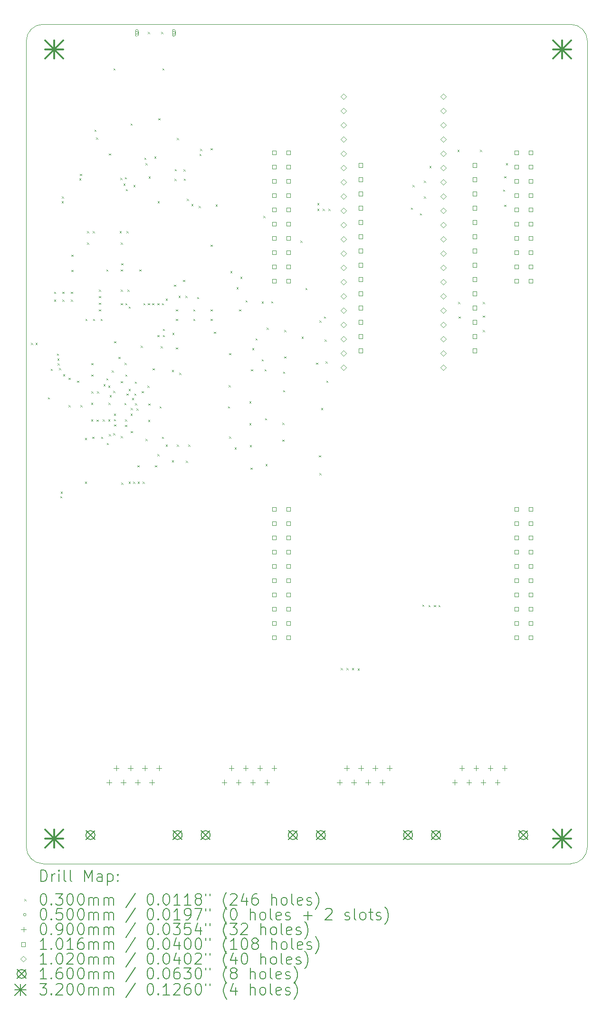
<source format=gbr>
%TF.GenerationSoftware,KiCad,Pcbnew,8.0.5-8.0.5-0~ubuntu22.04.1*%
%TF.CreationDate,2024-09-18T21:08:24+02:00*%
%TF.ProjectId,ohsim_launchpad,6f687369-6d5f-46c6-9175-6e6368706164,rev?*%
%TF.SameCoordinates,Original*%
%TF.FileFunction,Drillmap*%
%TF.FilePolarity,Positive*%
%FSLAX45Y45*%
G04 Gerber Fmt 4.5, Leading zero omitted, Abs format (unit mm)*
G04 Created by KiCad (PCBNEW 8.0.5-8.0.5-0~ubuntu22.04.1) date 2024-09-18 21:08:24*
%MOMM*%
%LPD*%
G01*
G04 APERTURE LIST*
%ADD10C,0.050000*%
%ADD11C,0.200000*%
%ADD12C,0.100000*%
%ADD13C,0.101600*%
%ADD14C,0.102000*%
%ADD15C,0.160000*%
%ADD16C,0.320000*%
G04 APERTURE END LIST*
D10*
X27500000Y-20650000D02*
G75*
G02*
X27200000Y-20950000I-300000J0D01*
G01*
X27200000Y-6000000D02*
G75*
G02*
X27500000Y-6300000I0J-300000D01*
G01*
X17500000Y-6300000D02*
X17500000Y-20650000D01*
X27200000Y-6000000D02*
X17800000Y-6000000D01*
X17800000Y-20950000D02*
X27200000Y-20950000D01*
X27500000Y-20650000D02*
X27500000Y-6300000D01*
X17500000Y-6300000D02*
G75*
G02*
X17800000Y-6000000I300000J0D01*
G01*
X17800000Y-20950000D02*
G75*
G02*
X17500000Y-20650000I0J300000D01*
G01*
D11*
D12*
X17585000Y-11675000D02*
X17615000Y-11705000D01*
X17615000Y-11675000D02*
X17585000Y-11705000D01*
X17665000Y-11675000D02*
X17695000Y-11705000D01*
X17695000Y-11675000D02*
X17665000Y-11705000D01*
X17885000Y-12645000D02*
X17915000Y-12675000D01*
X17915000Y-12645000D02*
X17885000Y-12675000D01*
X17935000Y-12135000D02*
X17965000Y-12165000D01*
X17965000Y-12135000D02*
X17935000Y-12165000D01*
X17995000Y-10765000D02*
X18025000Y-10795000D01*
X18025000Y-10765000D02*
X17995000Y-10795000D01*
X17995000Y-10905000D02*
X18025000Y-10935000D01*
X18025000Y-10905000D02*
X17995000Y-10935000D01*
X18045000Y-11865000D02*
X18075000Y-11895000D01*
X18075000Y-11865000D02*
X18045000Y-11895000D01*
X18055000Y-11955000D02*
X18085000Y-11985000D01*
X18085000Y-11955000D02*
X18055000Y-11985000D01*
X18058405Y-12035837D02*
X18088405Y-12065837D01*
X18088405Y-12035837D02*
X18058405Y-12065837D01*
X18082300Y-12121350D02*
X18112300Y-12151350D01*
X18112300Y-12121350D02*
X18082300Y-12151350D01*
X18105000Y-14405000D02*
X18135000Y-14435000D01*
X18135000Y-14405000D02*
X18105000Y-14435000D01*
X18115000Y-14325000D02*
X18145000Y-14355000D01*
X18145000Y-14325000D02*
X18115000Y-14355000D01*
X18129846Y-9149846D02*
X18159846Y-9179846D01*
X18159846Y-9149846D02*
X18129846Y-9179846D01*
X18135000Y-9065000D02*
X18165000Y-9095000D01*
X18165000Y-9065000D02*
X18135000Y-9095000D01*
X18145000Y-10765000D02*
X18175000Y-10795000D01*
X18175000Y-10765000D02*
X18145000Y-10795000D01*
X18145000Y-10905000D02*
X18175000Y-10935000D01*
X18175000Y-10905000D02*
X18145000Y-10935000D01*
X18155000Y-12234050D02*
X18185000Y-12264050D01*
X18185000Y-12234050D02*
X18155000Y-12264050D01*
X18255000Y-12295000D02*
X18285000Y-12325000D01*
X18285000Y-12295000D02*
X18255000Y-12325000D01*
X18255000Y-12785000D02*
X18285000Y-12815000D01*
X18285000Y-12785000D02*
X18255000Y-12815000D01*
X18295000Y-10765000D02*
X18325000Y-10795000D01*
X18325000Y-10765000D02*
X18295000Y-10795000D01*
X18295000Y-10905000D02*
X18325000Y-10935000D01*
X18325000Y-10905000D02*
X18295000Y-10935000D01*
X18305000Y-10105000D02*
X18335000Y-10135000D01*
X18335000Y-10105000D02*
X18305000Y-10135000D01*
X18305000Y-10375000D02*
X18335000Y-10405000D01*
X18335000Y-10375000D02*
X18305000Y-10405000D01*
X18405000Y-12345000D02*
X18435000Y-12375000D01*
X18435000Y-12345000D02*
X18405000Y-12375000D01*
X18445000Y-8745000D02*
X18475000Y-8775000D01*
X18475000Y-8745000D02*
X18445000Y-8775000D01*
X18455000Y-8665000D02*
X18485000Y-8695000D01*
X18485000Y-8665000D02*
X18455000Y-8695000D01*
X18465000Y-12785000D02*
X18495000Y-12815000D01*
X18495000Y-12785000D02*
X18465000Y-12815000D01*
X18545000Y-13365000D02*
X18575000Y-13395000D01*
X18575000Y-13365000D02*
X18545000Y-13395000D01*
X18545000Y-14145000D02*
X18575000Y-14175000D01*
X18575000Y-14145000D02*
X18545000Y-14175000D01*
X18555000Y-11245000D02*
X18585000Y-11275000D01*
X18585000Y-11245000D02*
X18555000Y-11275000D01*
X18585000Y-9685000D02*
X18615000Y-9715000D01*
X18615000Y-9685000D02*
X18585000Y-9715000D01*
X18585000Y-9885000D02*
X18615000Y-9915000D01*
X18615000Y-9885000D02*
X18585000Y-9915000D01*
X18654458Y-13039070D02*
X18684458Y-13069070D01*
X18684458Y-13039070D02*
X18654458Y-13069070D01*
X18655024Y-12738599D02*
X18685024Y-12768599D01*
X18685024Y-12738599D02*
X18655024Y-12768599D01*
X18660000Y-12536010D02*
X18690000Y-12566010D01*
X18690000Y-12536010D02*
X18660000Y-12566010D01*
X18660000Y-12235000D02*
X18690000Y-12265000D01*
X18690000Y-12235000D02*
X18660000Y-12265000D01*
X18660000Y-12033990D02*
X18690000Y-12063990D01*
X18690000Y-12033990D02*
X18660000Y-12063990D01*
X18675000Y-13345000D02*
X18705000Y-13375000D01*
X18705000Y-13345000D02*
X18675000Y-13375000D01*
X18685000Y-9685000D02*
X18715000Y-9715000D01*
X18715000Y-9685000D02*
X18685000Y-9715000D01*
X18690000Y-11245000D02*
X18720000Y-11275000D01*
X18720000Y-11245000D02*
X18690000Y-11275000D01*
X18715000Y-7875000D02*
X18745000Y-7905000D01*
X18745000Y-7875000D02*
X18715000Y-7905000D01*
X18745000Y-8015000D02*
X18775000Y-8045000D01*
X18775000Y-8015000D02*
X18745000Y-8045000D01*
X18751396Y-13041448D02*
X18781396Y-13071448D01*
X18781396Y-13041448D02*
X18751396Y-13071448D01*
X18760000Y-12536010D02*
X18790000Y-12566010D01*
X18790000Y-12536010D02*
X18760000Y-12566010D01*
X18795000Y-10725000D02*
X18825000Y-10755000D01*
X18825000Y-10725000D02*
X18795000Y-10755000D01*
X18795000Y-10841667D02*
X18825000Y-10871667D01*
X18825000Y-10841667D02*
X18795000Y-10871667D01*
X18795000Y-10958333D02*
X18825000Y-10988333D01*
X18825000Y-10958333D02*
X18795000Y-10988333D01*
X18795000Y-11075000D02*
X18825000Y-11105000D01*
X18825000Y-11075000D02*
X18795000Y-11105000D01*
X18825000Y-11245000D02*
X18855000Y-11275000D01*
X18855000Y-11245000D02*
X18825000Y-11275000D01*
X18835000Y-13345000D02*
X18865000Y-13375000D01*
X18865000Y-13345000D02*
X18835000Y-13375000D01*
X18862319Y-13038494D02*
X18892319Y-13068494D01*
X18892319Y-13038494D02*
X18862319Y-13068494D01*
X18875786Y-12408922D02*
X18905786Y-12438922D01*
X18905786Y-12408922D02*
X18875786Y-12438922D01*
X18925000Y-10365000D02*
X18955000Y-10395000D01*
X18955000Y-10365000D02*
X18925000Y-10395000D01*
X18925000Y-12305000D02*
X18955000Y-12335000D01*
X18955000Y-12305000D02*
X18925000Y-12335000D01*
X18935000Y-13455000D02*
X18965000Y-13485000D01*
X18965000Y-13455000D02*
X18935000Y-13485000D01*
X18958990Y-13035000D02*
X18988990Y-13065000D01*
X18988990Y-13035000D02*
X18958990Y-13065000D01*
X18961523Y-12434503D02*
X18991523Y-12464503D01*
X18991523Y-12434503D02*
X18961523Y-12464503D01*
X18965484Y-12742320D02*
X18995484Y-12772320D01*
X18995484Y-12742320D02*
X18965484Y-12772320D01*
X18972904Y-13300947D02*
X19002904Y-13330947D01*
X19002904Y-13300947D02*
X18972904Y-13330947D01*
X18975000Y-8300000D02*
X19005000Y-8330000D01*
X19005000Y-8300000D02*
X18975000Y-8330000D01*
X18985000Y-12605000D02*
X19015000Y-12635000D01*
X19015000Y-12605000D02*
X18985000Y-12635000D01*
X19025000Y-12165000D02*
X19055000Y-12195000D01*
X19055000Y-12165000D02*
X19025000Y-12195000D01*
X19050143Y-12527653D02*
X19080143Y-12557653D01*
X19080143Y-12527653D02*
X19050143Y-12557653D01*
X19050155Y-13280154D02*
X19080155Y-13310154D01*
X19080155Y-13280154D02*
X19050155Y-13310154D01*
X19055000Y-6785000D02*
X19085000Y-6815000D01*
X19085000Y-6785000D02*
X19055000Y-6815000D01*
X19060000Y-13033990D02*
X19090000Y-13063990D01*
X19090000Y-13033990D02*
X19060000Y-13063990D01*
X19063172Y-12937031D02*
X19093172Y-12967031D01*
X19093172Y-12937031D02*
X19063172Y-12967031D01*
X19065000Y-11645000D02*
X19095000Y-11675000D01*
X19095000Y-11645000D02*
X19065000Y-11675000D01*
X19066612Y-13126172D02*
X19096612Y-13156172D01*
X19096612Y-13126172D02*
X19066612Y-13156172D01*
X19141305Y-11922390D02*
X19171305Y-11952390D01*
X19171305Y-11922390D02*
X19141305Y-11952390D01*
X19165000Y-9685000D02*
X19195000Y-9715000D01*
X19195000Y-9685000D02*
X19165000Y-9715000D01*
X19175000Y-8735000D02*
X19205000Y-8765000D01*
X19205000Y-8735000D02*
X19175000Y-8765000D01*
X19185000Y-9885000D02*
X19215000Y-9915000D01*
X19215000Y-9885000D02*
X19185000Y-9915000D01*
X19185000Y-10365000D02*
X19215000Y-10395000D01*
X19215000Y-10365000D02*
X19185000Y-10395000D01*
X19185000Y-10725000D02*
X19215000Y-10755000D01*
X19215000Y-10725000D02*
X19185000Y-10755000D01*
X19185000Y-10965000D02*
X19215000Y-10995000D01*
X19215000Y-10965000D02*
X19185000Y-10995000D01*
X19185000Y-12355000D02*
X19215000Y-12385000D01*
X19215000Y-12355000D02*
X19185000Y-12385000D01*
X19185000Y-13335000D02*
X19215000Y-13365000D01*
X19215000Y-13335000D02*
X19185000Y-13365000D01*
X19195000Y-10255000D02*
X19225000Y-10285000D01*
X19225000Y-10255000D02*
X19195000Y-10285000D01*
X19195000Y-14165000D02*
X19225000Y-14195000D01*
X19225000Y-14165000D02*
X19195000Y-14195000D01*
X19232300Y-8836169D02*
X19262300Y-8866169D01*
X19262300Y-8836169D02*
X19232300Y-8866169D01*
X19247734Y-12743959D02*
X19277734Y-12773959D01*
X19277734Y-12743959D02*
X19247734Y-12773959D01*
X19252484Y-12029366D02*
X19282484Y-12059366D01*
X19282484Y-12029366D02*
X19252484Y-12059366D01*
X19255000Y-8725000D02*
X19285000Y-8755000D01*
X19285000Y-8725000D02*
X19255000Y-8755000D01*
X19261010Y-13035000D02*
X19291010Y-13065000D01*
X19291010Y-13035000D02*
X19261010Y-13065000D01*
X19261010Y-13135000D02*
X19291010Y-13165000D01*
X19291010Y-13135000D02*
X19261010Y-13165000D01*
X19264357Y-12238073D02*
X19294357Y-12268073D01*
X19294357Y-12238073D02*
X19264357Y-12268073D01*
X19265000Y-10965000D02*
X19295000Y-10995000D01*
X19295000Y-10965000D02*
X19265000Y-10995000D01*
X19274399Y-8934708D02*
X19304399Y-8964708D01*
X19304399Y-8934708D02*
X19274399Y-8964708D01*
X19285000Y-9685000D02*
X19315000Y-9715000D01*
X19315000Y-9685000D02*
X19285000Y-9715000D01*
X19285000Y-12575000D02*
X19315000Y-12605000D01*
X19315000Y-12575000D02*
X19285000Y-12605000D01*
X19305000Y-10725000D02*
X19335000Y-10755000D01*
X19335000Y-10725000D02*
X19305000Y-10755000D01*
X19325000Y-11025000D02*
X19355000Y-11055000D01*
X19355000Y-11025000D02*
X19325000Y-11055000D01*
X19325000Y-12495000D02*
X19355000Y-12525000D01*
X19355000Y-12495000D02*
X19325000Y-12525000D01*
X19325000Y-14145000D02*
X19355000Y-14175000D01*
X19355000Y-14145000D02*
X19325000Y-14175000D01*
X19356828Y-12937031D02*
X19386828Y-12967031D01*
X19386828Y-12937031D02*
X19356828Y-12967031D01*
X19360000Y-7767500D02*
X19390000Y-7797500D01*
X19390000Y-7767500D02*
X19360000Y-7797500D01*
X19361350Y-13245000D02*
X19391350Y-13275000D01*
X19391350Y-13245000D02*
X19361350Y-13275000D01*
X19361640Y-12834390D02*
X19391640Y-12864390D01*
X19391640Y-12834390D02*
X19361640Y-12864390D01*
X19385000Y-12655000D02*
X19415000Y-12685000D01*
X19415000Y-12655000D02*
X19385000Y-12685000D01*
X19405000Y-14145000D02*
X19435000Y-14175000D01*
X19435000Y-14145000D02*
X19405000Y-14175000D01*
X19408650Y-8861350D02*
X19438650Y-8891350D01*
X19438650Y-8861350D02*
X19408650Y-8891350D01*
X19425000Y-12575000D02*
X19455000Y-12605000D01*
X19455000Y-12575000D02*
X19425000Y-12605000D01*
X19435000Y-12365000D02*
X19465000Y-12395000D01*
X19465000Y-12365000D02*
X19435000Y-12395000D01*
X19436923Y-12749616D02*
X19466923Y-12779616D01*
X19466923Y-12749616D02*
X19436923Y-12779616D01*
X19463000Y-12840000D02*
X19493000Y-12870000D01*
X19493000Y-12840000D02*
X19463000Y-12870000D01*
X19482000Y-13855000D02*
X19512000Y-13885000D01*
X19512000Y-13855000D02*
X19482000Y-13885000D01*
X19485000Y-14145000D02*
X19515000Y-14175000D01*
X19515000Y-14145000D02*
X19485000Y-14175000D01*
X19515000Y-10365000D02*
X19545000Y-10395000D01*
X19545000Y-10365000D02*
X19515000Y-10395000D01*
X19538650Y-11725000D02*
X19568650Y-11755000D01*
X19568650Y-11725000D02*
X19538650Y-11755000D01*
X19558990Y-12535000D02*
X19588990Y-12565000D01*
X19588990Y-12535000D02*
X19558990Y-12565000D01*
X19575000Y-14145000D02*
X19605000Y-14175000D01*
X19605000Y-14145000D02*
X19575000Y-14175000D01*
X19585000Y-10965000D02*
X19615000Y-10995000D01*
X19615000Y-10965000D02*
X19585000Y-10995000D01*
X19605000Y-8375000D02*
X19635000Y-8405000D01*
X19635000Y-8375000D02*
X19605000Y-8405000D01*
X19625000Y-8475000D02*
X19655000Y-8505000D01*
X19655000Y-8475000D02*
X19625000Y-8505000D01*
X19625000Y-13385000D02*
X19655000Y-13415000D01*
X19655000Y-13385000D02*
X19625000Y-13415000D01*
X19660000Y-12433990D02*
X19690000Y-12463990D01*
X19690000Y-12433990D02*
X19660000Y-12463990D01*
X19665000Y-6137500D02*
X19695000Y-6167500D01*
X19695000Y-6137500D02*
X19665000Y-6167500D01*
X19665000Y-10965000D02*
X19695000Y-10995000D01*
X19695000Y-10965000D02*
X19665000Y-10995000D01*
X19672900Y-13044360D02*
X19702900Y-13074360D01*
X19702900Y-13044360D02*
X19672900Y-13074360D01*
X19675000Y-12755000D02*
X19705000Y-12785000D01*
X19705000Y-12755000D02*
X19675000Y-12785000D01*
X19680000Y-8710000D02*
X19710000Y-8740000D01*
X19710000Y-8710000D02*
X19680000Y-8740000D01*
X19745000Y-10965000D02*
X19775000Y-10995000D01*
X19775000Y-10965000D02*
X19745000Y-10995000D01*
X19753388Y-12126172D02*
X19783388Y-12156172D01*
X19783388Y-12126172D02*
X19753388Y-12156172D01*
X19780000Y-8355000D02*
X19810000Y-8385000D01*
X19810000Y-8355000D02*
X19780000Y-8385000D01*
X19795000Y-13855000D02*
X19825000Y-13885000D01*
X19825000Y-13855000D02*
X19795000Y-13885000D01*
X19835000Y-10965000D02*
X19865000Y-10995000D01*
X19865000Y-10965000D02*
X19835000Y-10995000D01*
X19835000Y-11535000D02*
X19865000Y-11565000D01*
X19865000Y-11535000D02*
X19835000Y-11565000D01*
X19835000Y-13655000D02*
X19865000Y-13685000D01*
X19865000Y-13655000D02*
X19835000Y-13685000D01*
X19840000Y-9150000D02*
X19870000Y-9180000D01*
X19870000Y-9150000D02*
X19840000Y-9180000D01*
X19855000Y-7675000D02*
X19885000Y-7705000D01*
X19885000Y-7675000D02*
X19855000Y-7705000D01*
X19875000Y-12805000D02*
X19905000Y-12835000D01*
X19905000Y-12805000D02*
X19875000Y-12835000D01*
X19895000Y-11735000D02*
X19925000Y-11765000D01*
X19925000Y-11735000D02*
X19895000Y-11765000D01*
X19905000Y-6137500D02*
X19935000Y-6167500D01*
X19935000Y-6137500D02*
X19905000Y-6167500D01*
X19915000Y-10965000D02*
X19945000Y-10995000D01*
X19945000Y-10965000D02*
X19915000Y-10995000D01*
X19915000Y-13347000D02*
X19945000Y-13377000D01*
X19945000Y-13347000D02*
X19915000Y-13377000D01*
X19925000Y-6785000D02*
X19955000Y-6815000D01*
X19955000Y-6785000D02*
X19925000Y-6815000D01*
X19935000Y-11425000D02*
X19965000Y-11455000D01*
X19965000Y-11425000D02*
X19935000Y-11455000D01*
X19935000Y-11535000D02*
X19965000Y-11565000D01*
X19965000Y-11535000D02*
X19935000Y-11565000D01*
X19985000Y-10885000D02*
X20015000Y-10915000D01*
X20015000Y-10885000D02*
X19985000Y-10915000D01*
X19985000Y-13485000D02*
X20015000Y-13515000D01*
X20015000Y-13485000D02*
X19985000Y-13515000D01*
X20095000Y-12155000D02*
X20125000Y-12185000D01*
X20125000Y-12155000D02*
X20095000Y-12185000D01*
X20095000Y-13765000D02*
X20125000Y-13795000D01*
X20125000Y-13765000D02*
X20095000Y-13795000D01*
X20105000Y-11495000D02*
X20135000Y-11525000D01*
X20135000Y-11495000D02*
X20105000Y-11525000D01*
X20135000Y-10635000D02*
X20165000Y-10665000D01*
X20165000Y-10635000D02*
X20135000Y-10665000D01*
X20140000Y-8755000D02*
X20170000Y-8785000D01*
X20170000Y-8755000D02*
X20140000Y-8785000D01*
X20145000Y-8580000D02*
X20175000Y-8610000D01*
X20175000Y-8580000D02*
X20145000Y-8610000D01*
X20165000Y-11075000D02*
X20195000Y-11105000D01*
X20195000Y-11075000D02*
X20165000Y-11105000D01*
X20165000Y-11245000D02*
X20195000Y-11275000D01*
X20195000Y-11245000D02*
X20165000Y-11275000D01*
X20165000Y-11755000D02*
X20195000Y-11785000D01*
X20195000Y-11755000D02*
X20165000Y-11785000D01*
X20185000Y-8025000D02*
X20215000Y-8055000D01*
X20215000Y-8025000D02*
X20185000Y-8055000D01*
X20185000Y-13485000D02*
X20215000Y-13515000D01*
X20215000Y-13485000D02*
X20185000Y-13515000D01*
X20215000Y-10835000D02*
X20245000Y-10865000D01*
X20245000Y-10835000D02*
X20215000Y-10865000D01*
X20225000Y-12205000D02*
X20255000Y-12235000D01*
X20255000Y-12205000D02*
X20225000Y-12235000D01*
X20295000Y-10551350D02*
X20325000Y-10581350D01*
X20325000Y-10551350D02*
X20295000Y-10581350D01*
X20300000Y-8585000D02*
X20330000Y-8615000D01*
X20330000Y-8585000D02*
X20300000Y-8615000D01*
X20305000Y-8750000D02*
X20335000Y-8780000D01*
X20335000Y-8750000D02*
X20305000Y-8780000D01*
X20335000Y-10835000D02*
X20365000Y-10865000D01*
X20365000Y-10835000D02*
X20335000Y-10865000D01*
X20345000Y-13775000D02*
X20375000Y-13805000D01*
X20375000Y-13775000D02*
X20345000Y-13805000D01*
X20361505Y-9107611D02*
X20391505Y-9137611D01*
X20391505Y-9107611D02*
X20361505Y-9137611D01*
X20385000Y-13485000D02*
X20415000Y-13515000D01*
X20415000Y-13485000D02*
X20385000Y-13515000D01*
X20440000Y-9200000D02*
X20470000Y-9230000D01*
X20470000Y-9200000D02*
X20440000Y-9230000D01*
X20475000Y-11075000D02*
X20505000Y-11105000D01*
X20505000Y-11075000D02*
X20475000Y-11105000D01*
X20475000Y-11245000D02*
X20505000Y-11275000D01*
X20505000Y-11245000D02*
X20475000Y-11275000D01*
X20545000Y-10855000D02*
X20575000Y-10885000D01*
X20575000Y-10855000D02*
X20545000Y-10885000D01*
X20575000Y-9235000D02*
X20605000Y-9265000D01*
X20605000Y-9235000D02*
X20575000Y-9265000D01*
X20585000Y-8310000D02*
X20615000Y-8340000D01*
X20615000Y-8310000D02*
X20585000Y-8340000D01*
X20600000Y-8220000D02*
X20630000Y-8250000D01*
X20630000Y-8220000D02*
X20600000Y-8250000D01*
X20785000Y-8205000D02*
X20815000Y-8235000D01*
X20815000Y-8205000D02*
X20785000Y-8235000D01*
X20785000Y-9925000D02*
X20815000Y-9955000D01*
X20815000Y-9925000D02*
X20785000Y-9955000D01*
X20785000Y-11075000D02*
X20815000Y-11105000D01*
X20815000Y-11075000D02*
X20785000Y-11105000D01*
X20785000Y-11245000D02*
X20815000Y-11275000D01*
X20815000Y-11245000D02*
X20785000Y-11275000D01*
X20845000Y-11475000D02*
X20875000Y-11505000D01*
X20875000Y-11475000D02*
X20845000Y-11505000D01*
X20875000Y-9210000D02*
X20905000Y-9240000D01*
X20905000Y-9210000D02*
X20875000Y-9240000D01*
X21095000Y-12805000D02*
X21125000Y-12835000D01*
X21125000Y-12805000D02*
X21095000Y-12835000D01*
X21105000Y-12425000D02*
X21135000Y-12455000D01*
X21135000Y-12425000D02*
X21105000Y-12455000D01*
X21115000Y-11855000D02*
X21145000Y-11885000D01*
X21145000Y-11855000D02*
X21115000Y-11885000D01*
X21115000Y-13341350D02*
X21145000Y-13371350D01*
X21145000Y-13341350D02*
X21115000Y-13371350D01*
X21135000Y-10395000D02*
X21165000Y-10425000D01*
X21165000Y-10395000D02*
X21135000Y-10425000D01*
X21211455Y-13535000D02*
X21241455Y-13565000D01*
X21241455Y-13535000D02*
X21211455Y-13565000D01*
X21245000Y-10685000D02*
X21275000Y-10715000D01*
X21275000Y-10685000D02*
X21245000Y-10715000D01*
X21295000Y-11075000D02*
X21325000Y-11105000D01*
X21325000Y-11075000D02*
X21295000Y-11105000D01*
X21315000Y-10495000D02*
X21345000Y-10525000D01*
X21345000Y-10495000D02*
X21315000Y-10525000D01*
X21408400Y-10915000D02*
X21438400Y-10945000D01*
X21438400Y-10915000D02*
X21408400Y-10945000D01*
X21475000Y-12715000D02*
X21505000Y-12745000D01*
X21505000Y-12715000D02*
X21475000Y-12745000D01*
X21475000Y-13105000D02*
X21505000Y-13135000D01*
X21505000Y-13105000D02*
X21475000Y-13135000D01*
X21485000Y-13495000D02*
X21515000Y-13525000D01*
X21515000Y-13495000D02*
X21485000Y-13525000D01*
X21495000Y-13895000D02*
X21525000Y-13925000D01*
X21525000Y-13895000D02*
X21495000Y-13925000D01*
X21505000Y-12145000D02*
X21535000Y-12175000D01*
X21535000Y-12145000D02*
X21505000Y-12175000D01*
X21525000Y-11765000D02*
X21555000Y-11795000D01*
X21555000Y-11765000D02*
X21525000Y-11795000D01*
X21585000Y-11595000D02*
X21615000Y-11625000D01*
X21615000Y-11595000D02*
X21585000Y-11625000D01*
X21695000Y-10935000D02*
X21725000Y-10965000D01*
X21725000Y-10935000D02*
X21695000Y-10965000D01*
X21695000Y-11965000D02*
X21725000Y-11995000D01*
X21725000Y-11965000D02*
X21695000Y-11995000D01*
X21725000Y-9415000D02*
X21755000Y-9445000D01*
X21755000Y-9415000D02*
X21725000Y-9445000D01*
X21745000Y-12145000D02*
X21775000Y-12175000D01*
X21775000Y-12145000D02*
X21745000Y-12175000D01*
X21755000Y-13015000D02*
X21785000Y-13045000D01*
X21785000Y-13015000D02*
X21755000Y-13045000D01*
X21761455Y-13835000D02*
X21791455Y-13865000D01*
X21791455Y-13835000D02*
X21761455Y-13865000D01*
X21785000Y-11405000D02*
X21815000Y-11435000D01*
X21815000Y-11405000D02*
X21785000Y-11435000D01*
X21865000Y-10931350D02*
X21895000Y-10961350D01*
X21895000Y-10931350D02*
X21865000Y-10961350D01*
X22065000Y-13095000D02*
X22095000Y-13125000D01*
X22095000Y-13095000D02*
X22065000Y-13125000D01*
X22065000Y-13395000D02*
X22095000Y-13425000D01*
X22095000Y-13395000D02*
X22065000Y-13425000D01*
X22075000Y-12185000D02*
X22105000Y-12215000D01*
X22105000Y-12185000D02*
X22075000Y-12215000D01*
X22075000Y-12515000D02*
X22105000Y-12545000D01*
X22105000Y-12515000D02*
X22075000Y-12545000D01*
X22095000Y-11445000D02*
X22125000Y-11475000D01*
X22125000Y-11445000D02*
X22095000Y-11475000D01*
X22095000Y-11915000D02*
X22125000Y-11945000D01*
X22125000Y-11915000D02*
X22095000Y-11945000D01*
X22385000Y-9855000D02*
X22415000Y-9885000D01*
X22415000Y-9855000D02*
X22385000Y-9885000D01*
X22405000Y-11565000D02*
X22435000Y-11595000D01*
X22435000Y-11565000D02*
X22405000Y-11595000D01*
X22475000Y-10695000D02*
X22505000Y-10725000D01*
X22505000Y-10695000D02*
X22475000Y-10725000D01*
X22665000Y-12025000D02*
X22695000Y-12055000D01*
X22695000Y-12025000D02*
X22665000Y-12055000D01*
X22685000Y-9185000D02*
X22715000Y-9215000D01*
X22715000Y-9185000D02*
X22685000Y-9215000D01*
X22685000Y-9285000D02*
X22715000Y-9315000D01*
X22715000Y-9285000D02*
X22685000Y-9315000D01*
X22715000Y-13675000D02*
X22745000Y-13705000D01*
X22745000Y-13675000D02*
X22715000Y-13705000D01*
X22725000Y-11275000D02*
X22755000Y-11305000D01*
X22755000Y-11275000D02*
X22725000Y-11305000D01*
X22725000Y-13995000D02*
X22755000Y-14025000D01*
X22755000Y-13995000D02*
X22725000Y-14025000D01*
X22755000Y-12835000D02*
X22785000Y-12865000D01*
X22785000Y-12835000D02*
X22755000Y-12865000D01*
X22785000Y-9285000D02*
X22815000Y-9315000D01*
X22815000Y-9285000D02*
X22785000Y-9315000D01*
X22803000Y-11205000D02*
X22833000Y-11235000D01*
X22833000Y-11205000D02*
X22803000Y-11235000D01*
X22815000Y-11615000D02*
X22845000Y-11645000D01*
X22845000Y-11615000D02*
X22815000Y-11645000D01*
X22835000Y-12005000D02*
X22865000Y-12035000D01*
X22865000Y-12005000D02*
X22835000Y-12035000D01*
X22845000Y-12345000D02*
X22875000Y-12375000D01*
X22875000Y-12345000D02*
X22845000Y-12375000D01*
X22885000Y-9285000D02*
X22915000Y-9315000D01*
X22915000Y-9285000D02*
X22885000Y-9315000D01*
X23105000Y-17465000D02*
X23135000Y-17495000D01*
X23135000Y-17465000D02*
X23105000Y-17495000D01*
X23205000Y-17465000D02*
X23235000Y-17495000D01*
X23235000Y-17465000D02*
X23205000Y-17495000D01*
X23305000Y-17465000D02*
X23335000Y-17495000D01*
X23335000Y-17465000D02*
X23305000Y-17495000D01*
X23405000Y-17475000D02*
X23435000Y-17505000D01*
X23435000Y-17475000D02*
X23405000Y-17505000D01*
X24355000Y-9265000D02*
X24385000Y-9295000D01*
X24385000Y-9265000D02*
X24355000Y-9295000D01*
X24385000Y-8865000D02*
X24415000Y-8895000D01*
X24415000Y-8865000D02*
X24385000Y-8895000D01*
X24515000Y-9365000D02*
X24545000Y-9395000D01*
X24545000Y-9365000D02*
X24515000Y-9395000D01*
X24555000Y-16335000D02*
X24585000Y-16365000D01*
X24585000Y-16335000D02*
X24555000Y-16365000D01*
X24585000Y-8785000D02*
X24615000Y-8815000D01*
X24615000Y-8785000D02*
X24585000Y-8815000D01*
X24585000Y-9065000D02*
X24615000Y-9095000D01*
X24615000Y-9065000D02*
X24585000Y-9095000D01*
X24665000Y-16345000D02*
X24695000Y-16375000D01*
X24695000Y-16345000D02*
X24665000Y-16375000D01*
X24685000Y-8525000D02*
X24715000Y-8555000D01*
X24715000Y-8525000D02*
X24685000Y-8555000D01*
X24765000Y-16345000D02*
X24795000Y-16375000D01*
X24795000Y-16345000D02*
X24765000Y-16375000D01*
X24845000Y-16345000D02*
X24875000Y-16375000D01*
X24875000Y-16345000D02*
X24845000Y-16375000D01*
X25185000Y-8235000D02*
X25215000Y-8265000D01*
X25215000Y-8235000D02*
X25185000Y-8265000D01*
X25195000Y-10945000D02*
X25225000Y-10975000D01*
X25225000Y-10945000D02*
X25195000Y-10975000D01*
X25205000Y-11205000D02*
X25235000Y-11235000D01*
X25235000Y-11205000D02*
X25205000Y-11235000D01*
X25585000Y-8235000D02*
X25615000Y-8265000D01*
X25615000Y-8235000D02*
X25585000Y-8265000D01*
X25635000Y-10945000D02*
X25665000Y-10975000D01*
X25665000Y-10945000D02*
X25635000Y-10975000D01*
X25635000Y-11185000D02*
X25665000Y-11215000D01*
X25665000Y-11185000D02*
X25635000Y-11215000D01*
X25635000Y-11445000D02*
X25665000Y-11475000D01*
X25665000Y-11445000D02*
X25635000Y-11475000D01*
X25995000Y-8945000D02*
X26025000Y-8975000D01*
X26025000Y-8945000D02*
X25995000Y-8975000D01*
X26015000Y-8705000D02*
X26045000Y-8735000D01*
X26045000Y-8705000D02*
X26015000Y-8735000D01*
X26015000Y-9215000D02*
X26045000Y-9245000D01*
X26045000Y-9215000D02*
X26015000Y-9245000D01*
X26045000Y-8475000D02*
X26075000Y-8505000D01*
X26075000Y-8475000D02*
X26045000Y-8505000D01*
X19495000Y-6152500D02*
G75*
G02*
X19445000Y-6152500I-25000J0D01*
G01*
X19445000Y-6152500D02*
G75*
G02*
X19495000Y-6152500I25000J0D01*
G01*
X19445000Y-6117500D02*
X19445000Y-6187500D01*
X19495000Y-6187500D02*
G75*
G02*
X19445000Y-6187500I-25000J0D01*
G01*
X19495000Y-6187500D02*
X19495000Y-6117500D01*
X19495000Y-6117500D02*
G75*
G03*
X19445000Y-6117500I-25000J0D01*
G01*
X20155000Y-6152500D02*
G75*
G02*
X20105000Y-6152500I-25000J0D01*
G01*
X20105000Y-6152500D02*
G75*
G02*
X20155000Y-6152500I25000J0D01*
G01*
X20105000Y-6117500D02*
X20105000Y-6187500D01*
X20155000Y-6187500D02*
G75*
G02*
X20105000Y-6187500I-25000J0D01*
G01*
X20155000Y-6187500D02*
X20155000Y-6117500D01*
X20155000Y-6117500D02*
G75*
G03*
X20105000Y-6117500I-25000J0D01*
G01*
X18976250Y-19455000D02*
X18976250Y-19545000D01*
X18931250Y-19500000D02*
X19021250Y-19500000D01*
X19103250Y-19201000D02*
X19103250Y-19291000D01*
X19058250Y-19246000D02*
X19148250Y-19246000D01*
X19230250Y-19455000D02*
X19230250Y-19545000D01*
X19185250Y-19500000D02*
X19275250Y-19500000D01*
X19357250Y-19201000D02*
X19357250Y-19291000D01*
X19312250Y-19246000D02*
X19402250Y-19246000D01*
X19484250Y-19455000D02*
X19484250Y-19545000D01*
X19439250Y-19500000D02*
X19529250Y-19500000D01*
X19611250Y-19201000D02*
X19611250Y-19291000D01*
X19566250Y-19246000D02*
X19656250Y-19246000D01*
X19738250Y-19455000D02*
X19738250Y-19545000D01*
X19693250Y-19500000D02*
X19783250Y-19500000D01*
X19865250Y-19201000D02*
X19865250Y-19291000D01*
X19820250Y-19246000D02*
X19910250Y-19246000D01*
X21029083Y-19455000D02*
X21029083Y-19545000D01*
X20984083Y-19500000D02*
X21074083Y-19500000D01*
X21156083Y-19201000D02*
X21156083Y-19291000D01*
X21111083Y-19246000D02*
X21201083Y-19246000D01*
X21283083Y-19455000D02*
X21283083Y-19545000D01*
X21238083Y-19500000D02*
X21328083Y-19500000D01*
X21410083Y-19201000D02*
X21410083Y-19291000D01*
X21365083Y-19246000D02*
X21455083Y-19246000D01*
X21537083Y-19455000D02*
X21537083Y-19545000D01*
X21492083Y-19500000D02*
X21582083Y-19500000D01*
X21664083Y-19201000D02*
X21664083Y-19291000D01*
X21619083Y-19246000D02*
X21709083Y-19246000D01*
X21791083Y-19455000D02*
X21791083Y-19545000D01*
X21746083Y-19500000D02*
X21836083Y-19500000D01*
X21918083Y-19201000D02*
X21918083Y-19291000D01*
X21873083Y-19246000D02*
X21963083Y-19246000D01*
X23081917Y-19455000D02*
X23081917Y-19545000D01*
X23036917Y-19500000D02*
X23126917Y-19500000D01*
X23208917Y-19201000D02*
X23208917Y-19291000D01*
X23163917Y-19246000D02*
X23253917Y-19246000D01*
X23335917Y-19455000D02*
X23335917Y-19545000D01*
X23290917Y-19500000D02*
X23380917Y-19500000D01*
X23462917Y-19201000D02*
X23462917Y-19291000D01*
X23417917Y-19246000D02*
X23507917Y-19246000D01*
X23589917Y-19455000D02*
X23589917Y-19545000D01*
X23544917Y-19500000D02*
X23634917Y-19500000D01*
X23716917Y-19201000D02*
X23716917Y-19291000D01*
X23671917Y-19246000D02*
X23761917Y-19246000D01*
X23843917Y-19455000D02*
X23843917Y-19545000D01*
X23798917Y-19500000D02*
X23888917Y-19500000D01*
X23970917Y-19201000D02*
X23970917Y-19291000D01*
X23925917Y-19246000D02*
X24015917Y-19246000D01*
X25134750Y-19455000D02*
X25134750Y-19545000D01*
X25089750Y-19500000D02*
X25179750Y-19500000D01*
X25261750Y-19201000D02*
X25261750Y-19291000D01*
X25216750Y-19246000D02*
X25306750Y-19246000D01*
X25388750Y-19455000D02*
X25388750Y-19545000D01*
X25343750Y-19500000D02*
X25433750Y-19500000D01*
X25515750Y-19201000D02*
X25515750Y-19291000D01*
X25470750Y-19246000D02*
X25560750Y-19246000D01*
X25642750Y-19455000D02*
X25642750Y-19545000D01*
X25597750Y-19500000D02*
X25687750Y-19500000D01*
X25769750Y-19201000D02*
X25769750Y-19291000D01*
X25724750Y-19246000D02*
X25814750Y-19246000D01*
X25896750Y-19455000D02*
X25896750Y-19545000D01*
X25851750Y-19500000D02*
X25941750Y-19500000D01*
X26023750Y-19201000D02*
X26023750Y-19291000D01*
X25978750Y-19246000D02*
X26068750Y-19246000D01*
D13*
X21951921Y-8319921D02*
X21951921Y-8248079D01*
X21880079Y-8248079D01*
X21880079Y-8319921D01*
X21951921Y-8319921D01*
X21951921Y-8573921D02*
X21951921Y-8502079D01*
X21880079Y-8502079D01*
X21880079Y-8573921D01*
X21951921Y-8573921D01*
X21951921Y-8827921D02*
X21951921Y-8756079D01*
X21880079Y-8756079D01*
X21880079Y-8827921D01*
X21951921Y-8827921D01*
X21951921Y-9081921D02*
X21951921Y-9010079D01*
X21880079Y-9010079D01*
X21880079Y-9081921D01*
X21951921Y-9081921D01*
X21951921Y-9335921D02*
X21951921Y-9264079D01*
X21880079Y-9264079D01*
X21880079Y-9335921D01*
X21951921Y-9335921D01*
X21951921Y-9589921D02*
X21951921Y-9518079D01*
X21880079Y-9518079D01*
X21880079Y-9589921D01*
X21951921Y-9589921D01*
X21951921Y-9843921D02*
X21951921Y-9772079D01*
X21880079Y-9772079D01*
X21880079Y-9843921D01*
X21951921Y-9843921D01*
X21951921Y-10097921D02*
X21951921Y-10026079D01*
X21880079Y-10026079D01*
X21880079Y-10097921D01*
X21951921Y-10097921D01*
X21951921Y-10351921D02*
X21951921Y-10280079D01*
X21880079Y-10280079D01*
X21880079Y-10351921D01*
X21951921Y-10351921D01*
X21951921Y-10605921D02*
X21951921Y-10534079D01*
X21880079Y-10534079D01*
X21880079Y-10605921D01*
X21951921Y-10605921D01*
X21951921Y-14669921D02*
X21951921Y-14598079D01*
X21880079Y-14598079D01*
X21880079Y-14669921D01*
X21951921Y-14669921D01*
X21951921Y-14923921D02*
X21951921Y-14852079D01*
X21880079Y-14852079D01*
X21880079Y-14923921D01*
X21951921Y-14923921D01*
X21951921Y-15177921D02*
X21951921Y-15106079D01*
X21880079Y-15106079D01*
X21880079Y-15177921D01*
X21951921Y-15177921D01*
X21951921Y-15431921D02*
X21951921Y-15360079D01*
X21880079Y-15360079D01*
X21880079Y-15431921D01*
X21951921Y-15431921D01*
X21951921Y-15685921D02*
X21951921Y-15614079D01*
X21880079Y-15614079D01*
X21880079Y-15685921D01*
X21951921Y-15685921D01*
X21951921Y-15939921D02*
X21951921Y-15868079D01*
X21880079Y-15868079D01*
X21880079Y-15939921D01*
X21951921Y-15939921D01*
X21951921Y-16193921D02*
X21951921Y-16122079D01*
X21880079Y-16122079D01*
X21880079Y-16193921D01*
X21951921Y-16193921D01*
X21951921Y-16447921D02*
X21951921Y-16376079D01*
X21880079Y-16376079D01*
X21880079Y-16447921D01*
X21951921Y-16447921D01*
X21951921Y-16701921D02*
X21951921Y-16630079D01*
X21880079Y-16630079D01*
X21880079Y-16701921D01*
X21951921Y-16701921D01*
X21951921Y-16955921D02*
X21951921Y-16884079D01*
X21880079Y-16884079D01*
X21880079Y-16955921D01*
X21951921Y-16955921D01*
X22205921Y-8319921D02*
X22205921Y-8248079D01*
X22134079Y-8248079D01*
X22134079Y-8319921D01*
X22205921Y-8319921D01*
X22205921Y-8573921D02*
X22205921Y-8502079D01*
X22134079Y-8502079D01*
X22134079Y-8573921D01*
X22205921Y-8573921D01*
X22205921Y-8827921D02*
X22205921Y-8756079D01*
X22134079Y-8756079D01*
X22134079Y-8827921D01*
X22205921Y-8827921D01*
X22205921Y-9081921D02*
X22205921Y-9010079D01*
X22134079Y-9010079D01*
X22134079Y-9081921D01*
X22205921Y-9081921D01*
X22205921Y-9335921D02*
X22205921Y-9264079D01*
X22134079Y-9264079D01*
X22134079Y-9335921D01*
X22205921Y-9335921D01*
X22205921Y-9589921D02*
X22205921Y-9518079D01*
X22134079Y-9518079D01*
X22134079Y-9589921D01*
X22205921Y-9589921D01*
X22205921Y-9843921D02*
X22205921Y-9772079D01*
X22134079Y-9772079D01*
X22134079Y-9843921D01*
X22205921Y-9843921D01*
X22205921Y-10097921D02*
X22205921Y-10026079D01*
X22134079Y-10026079D01*
X22134079Y-10097921D01*
X22205921Y-10097921D01*
X22205921Y-10351921D02*
X22205921Y-10280079D01*
X22134079Y-10280079D01*
X22134079Y-10351921D01*
X22205921Y-10351921D01*
X22205921Y-10605921D02*
X22205921Y-10534079D01*
X22134079Y-10534079D01*
X22134079Y-10605921D01*
X22205921Y-10605921D01*
X22205921Y-14669921D02*
X22205921Y-14598079D01*
X22134079Y-14598079D01*
X22134079Y-14669921D01*
X22205921Y-14669921D01*
X22205921Y-14923921D02*
X22205921Y-14852079D01*
X22134079Y-14852079D01*
X22134079Y-14923921D01*
X22205921Y-14923921D01*
X22205921Y-15177921D02*
X22205921Y-15106079D01*
X22134079Y-15106079D01*
X22134079Y-15177921D01*
X22205921Y-15177921D01*
X22205921Y-15431921D02*
X22205921Y-15360079D01*
X22134079Y-15360079D01*
X22134079Y-15431921D01*
X22205921Y-15431921D01*
X22205921Y-15685921D02*
X22205921Y-15614079D01*
X22134079Y-15614079D01*
X22134079Y-15685921D01*
X22205921Y-15685921D01*
X22205921Y-15939921D02*
X22205921Y-15868079D01*
X22134079Y-15868079D01*
X22134079Y-15939921D01*
X22205921Y-15939921D01*
X22205921Y-16193921D02*
X22205921Y-16122079D01*
X22134079Y-16122079D01*
X22134079Y-16193921D01*
X22205921Y-16193921D01*
X22205921Y-16447921D02*
X22205921Y-16376079D01*
X22134079Y-16376079D01*
X22134079Y-16447921D01*
X22205921Y-16447921D01*
X22205921Y-16701921D02*
X22205921Y-16630079D01*
X22134079Y-16630079D01*
X22134079Y-16701921D01*
X22205921Y-16701921D01*
X22205921Y-16955921D02*
X22205921Y-16884079D01*
X22134079Y-16884079D01*
X22134079Y-16955921D01*
X22205921Y-16955921D01*
X23493921Y-8543921D02*
X23493921Y-8472079D01*
X23422079Y-8472079D01*
X23422079Y-8543921D01*
X23493921Y-8543921D01*
X23493921Y-8797921D02*
X23493921Y-8726079D01*
X23422079Y-8726079D01*
X23422079Y-8797921D01*
X23493921Y-8797921D01*
X23493921Y-9051921D02*
X23493921Y-8980079D01*
X23422079Y-8980079D01*
X23422079Y-9051921D01*
X23493921Y-9051921D01*
X23493921Y-9305921D02*
X23493921Y-9234079D01*
X23422079Y-9234079D01*
X23422079Y-9305921D01*
X23493921Y-9305921D01*
X23493921Y-9559921D02*
X23493921Y-9488079D01*
X23422079Y-9488079D01*
X23422079Y-9559921D01*
X23493921Y-9559921D01*
X23493921Y-9813921D02*
X23493921Y-9742079D01*
X23422079Y-9742079D01*
X23422079Y-9813921D01*
X23493921Y-9813921D01*
X23493921Y-10067921D02*
X23493921Y-9996079D01*
X23422079Y-9996079D01*
X23422079Y-10067921D01*
X23493921Y-10067921D01*
X23493921Y-10321921D02*
X23493921Y-10250079D01*
X23422079Y-10250079D01*
X23422079Y-10321921D01*
X23493921Y-10321921D01*
X23493921Y-10575921D02*
X23493921Y-10504079D01*
X23422079Y-10504079D01*
X23422079Y-10575921D01*
X23493921Y-10575921D01*
X23493921Y-10829921D02*
X23493921Y-10758079D01*
X23422079Y-10758079D01*
X23422079Y-10829921D01*
X23493921Y-10829921D01*
X23493921Y-11083921D02*
X23493921Y-11012079D01*
X23422079Y-11012079D01*
X23422079Y-11083921D01*
X23493921Y-11083921D01*
X23493921Y-11337921D02*
X23493921Y-11266079D01*
X23422079Y-11266079D01*
X23422079Y-11337921D01*
X23493921Y-11337921D01*
X23493921Y-11591921D02*
X23493921Y-11520079D01*
X23422079Y-11520079D01*
X23422079Y-11591921D01*
X23493921Y-11591921D01*
X23493921Y-11845921D02*
X23493921Y-11774079D01*
X23422079Y-11774079D01*
X23422079Y-11845921D01*
X23493921Y-11845921D01*
X25525921Y-8543921D02*
X25525921Y-8472079D01*
X25454079Y-8472079D01*
X25454079Y-8543921D01*
X25525921Y-8543921D01*
X25525921Y-8797921D02*
X25525921Y-8726079D01*
X25454079Y-8726079D01*
X25454079Y-8797921D01*
X25525921Y-8797921D01*
X25525921Y-9051921D02*
X25525921Y-8980079D01*
X25454079Y-8980079D01*
X25454079Y-9051921D01*
X25525921Y-9051921D01*
X25525921Y-9305921D02*
X25525921Y-9234079D01*
X25454079Y-9234079D01*
X25454079Y-9305921D01*
X25525921Y-9305921D01*
X25525921Y-9559921D02*
X25525921Y-9488079D01*
X25454079Y-9488079D01*
X25454079Y-9559921D01*
X25525921Y-9559921D01*
X25525921Y-9813921D02*
X25525921Y-9742079D01*
X25454079Y-9742079D01*
X25454079Y-9813921D01*
X25525921Y-9813921D01*
X25525921Y-10067921D02*
X25525921Y-9996079D01*
X25454079Y-9996079D01*
X25454079Y-10067921D01*
X25525921Y-10067921D01*
X25525921Y-10321921D02*
X25525921Y-10250079D01*
X25454079Y-10250079D01*
X25454079Y-10321921D01*
X25525921Y-10321921D01*
X25525921Y-10575921D02*
X25525921Y-10504079D01*
X25454079Y-10504079D01*
X25454079Y-10575921D01*
X25525921Y-10575921D01*
X25525921Y-10829921D02*
X25525921Y-10758079D01*
X25454079Y-10758079D01*
X25454079Y-10829921D01*
X25525921Y-10829921D01*
X25525921Y-11083921D02*
X25525921Y-11012079D01*
X25454079Y-11012079D01*
X25454079Y-11083921D01*
X25525921Y-11083921D01*
X25525921Y-11337921D02*
X25525921Y-11266079D01*
X25454079Y-11266079D01*
X25454079Y-11337921D01*
X25525921Y-11337921D01*
X25525921Y-11591921D02*
X25525921Y-11520079D01*
X25454079Y-11520079D01*
X25454079Y-11591921D01*
X25525921Y-11591921D01*
X25525921Y-11845921D02*
X25525921Y-11774079D01*
X25454079Y-11774079D01*
X25454079Y-11845921D01*
X25525921Y-11845921D01*
X26269921Y-8319921D02*
X26269921Y-8248079D01*
X26198079Y-8248079D01*
X26198079Y-8319921D01*
X26269921Y-8319921D01*
X26269921Y-8573921D02*
X26269921Y-8502079D01*
X26198079Y-8502079D01*
X26198079Y-8573921D01*
X26269921Y-8573921D01*
X26269921Y-8827921D02*
X26269921Y-8756079D01*
X26198079Y-8756079D01*
X26198079Y-8827921D01*
X26269921Y-8827921D01*
X26269921Y-9081921D02*
X26269921Y-9010079D01*
X26198079Y-9010079D01*
X26198079Y-9081921D01*
X26269921Y-9081921D01*
X26269921Y-9335921D02*
X26269921Y-9264079D01*
X26198079Y-9264079D01*
X26198079Y-9335921D01*
X26269921Y-9335921D01*
X26269921Y-9589921D02*
X26269921Y-9518079D01*
X26198079Y-9518079D01*
X26198079Y-9589921D01*
X26269921Y-9589921D01*
X26269921Y-9843921D02*
X26269921Y-9772079D01*
X26198079Y-9772079D01*
X26198079Y-9843921D01*
X26269921Y-9843921D01*
X26269921Y-10097921D02*
X26269921Y-10026079D01*
X26198079Y-10026079D01*
X26198079Y-10097921D01*
X26269921Y-10097921D01*
X26269921Y-10351921D02*
X26269921Y-10280079D01*
X26198079Y-10280079D01*
X26198079Y-10351921D01*
X26269921Y-10351921D01*
X26269921Y-10605921D02*
X26269921Y-10534079D01*
X26198079Y-10534079D01*
X26198079Y-10605921D01*
X26269921Y-10605921D01*
X26269921Y-14669921D02*
X26269921Y-14598079D01*
X26198079Y-14598079D01*
X26198079Y-14669921D01*
X26269921Y-14669921D01*
X26269921Y-14923921D02*
X26269921Y-14852079D01*
X26198079Y-14852079D01*
X26198079Y-14923921D01*
X26269921Y-14923921D01*
X26269921Y-15177921D02*
X26269921Y-15106079D01*
X26198079Y-15106079D01*
X26198079Y-15177921D01*
X26269921Y-15177921D01*
X26269921Y-15431921D02*
X26269921Y-15360079D01*
X26198079Y-15360079D01*
X26198079Y-15431921D01*
X26269921Y-15431921D01*
X26269921Y-15685921D02*
X26269921Y-15614079D01*
X26198079Y-15614079D01*
X26198079Y-15685921D01*
X26269921Y-15685921D01*
X26269921Y-15939921D02*
X26269921Y-15868079D01*
X26198079Y-15868079D01*
X26198079Y-15939921D01*
X26269921Y-15939921D01*
X26269921Y-16193921D02*
X26269921Y-16122079D01*
X26198079Y-16122079D01*
X26198079Y-16193921D01*
X26269921Y-16193921D01*
X26269921Y-16447921D02*
X26269921Y-16376079D01*
X26198079Y-16376079D01*
X26198079Y-16447921D01*
X26269921Y-16447921D01*
X26269921Y-16701921D02*
X26269921Y-16630079D01*
X26198079Y-16630079D01*
X26198079Y-16701921D01*
X26269921Y-16701921D01*
X26269921Y-16955921D02*
X26269921Y-16884079D01*
X26198079Y-16884079D01*
X26198079Y-16955921D01*
X26269921Y-16955921D01*
X26523921Y-8319921D02*
X26523921Y-8248079D01*
X26452079Y-8248079D01*
X26452079Y-8319921D01*
X26523921Y-8319921D01*
X26523921Y-8573921D02*
X26523921Y-8502079D01*
X26452079Y-8502079D01*
X26452079Y-8573921D01*
X26523921Y-8573921D01*
X26523921Y-8827921D02*
X26523921Y-8756079D01*
X26452079Y-8756079D01*
X26452079Y-8827921D01*
X26523921Y-8827921D01*
X26523921Y-9081921D02*
X26523921Y-9010079D01*
X26452079Y-9010079D01*
X26452079Y-9081921D01*
X26523921Y-9081921D01*
X26523921Y-9335921D02*
X26523921Y-9264079D01*
X26452079Y-9264079D01*
X26452079Y-9335921D01*
X26523921Y-9335921D01*
X26523921Y-9589921D02*
X26523921Y-9518079D01*
X26452079Y-9518079D01*
X26452079Y-9589921D01*
X26523921Y-9589921D01*
X26523921Y-9843921D02*
X26523921Y-9772079D01*
X26452079Y-9772079D01*
X26452079Y-9843921D01*
X26523921Y-9843921D01*
X26523921Y-10097921D02*
X26523921Y-10026079D01*
X26452079Y-10026079D01*
X26452079Y-10097921D01*
X26523921Y-10097921D01*
X26523921Y-10351921D02*
X26523921Y-10280079D01*
X26452079Y-10280079D01*
X26452079Y-10351921D01*
X26523921Y-10351921D01*
X26523921Y-10605921D02*
X26523921Y-10534079D01*
X26452079Y-10534079D01*
X26452079Y-10605921D01*
X26523921Y-10605921D01*
X26523921Y-14669921D02*
X26523921Y-14598079D01*
X26452079Y-14598079D01*
X26452079Y-14669921D01*
X26523921Y-14669921D01*
X26523921Y-14923921D02*
X26523921Y-14852079D01*
X26452079Y-14852079D01*
X26452079Y-14923921D01*
X26523921Y-14923921D01*
X26523921Y-15177921D02*
X26523921Y-15106079D01*
X26452079Y-15106079D01*
X26452079Y-15177921D01*
X26523921Y-15177921D01*
X26523921Y-15431921D02*
X26523921Y-15360079D01*
X26452079Y-15360079D01*
X26452079Y-15431921D01*
X26523921Y-15431921D01*
X26523921Y-15685921D02*
X26523921Y-15614079D01*
X26452079Y-15614079D01*
X26452079Y-15685921D01*
X26523921Y-15685921D01*
X26523921Y-15939921D02*
X26523921Y-15868079D01*
X26452079Y-15868079D01*
X26452079Y-15939921D01*
X26523921Y-15939921D01*
X26523921Y-16193921D02*
X26523921Y-16122079D01*
X26452079Y-16122079D01*
X26452079Y-16193921D01*
X26523921Y-16193921D01*
X26523921Y-16447921D02*
X26523921Y-16376079D01*
X26452079Y-16376079D01*
X26452079Y-16447921D01*
X26523921Y-16447921D01*
X26523921Y-16701921D02*
X26523921Y-16630079D01*
X26452079Y-16630079D01*
X26452079Y-16701921D01*
X26523921Y-16701921D01*
X26523921Y-16955921D02*
X26523921Y-16884079D01*
X26452079Y-16884079D01*
X26452079Y-16955921D01*
X26523921Y-16955921D01*
D14*
X23152000Y-7338000D02*
X23203000Y-7287000D01*
X23152000Y-7236000D01*
X23101000Y-7287000D01*
X23152000Y-7338000D01*
X23152000Y-7592000D02*
X23203000Y-7541000D01*
X23152000Y-7490000D01*
X23101000Y-7541000D01*
X23152000Y-7592000D01*
X23152000Y-7846000D02*
X23203000Y-7795000D01*
X23152000Y-7744000D01*
X23101000Y-7795000D01*
X23152000Y-7846000D01*
X23152000Y-8100000D02*
X23203000Y-8049000D01*
X23152000Y-7998000D01*
X23101000Y-8049000D01*
X23152000Y-8100000D01*
X23152000Y-8354000D02*
X23203000Y-8303000D01*
X23152000Y-8252000D01*
X23101000Y-8303000D01*
X23152000Y-8354000D01*
X23152000Y-8608000D02*
X23203000Y-8557000D01*
X23152000Y-8506000D01*
X23101000Y-8557000D01*
X23152000Y-8608000D01*
X23152000Y-8862000D02*
X23203000Y-8811000D01*
X23152000Y-8760000D01*
X23101000Y-8811000D01*
X23152000Y-8862000D01*
X23152000Y-9116000D02*
X23203000Y-9065000D01*
X23152000Y-9014000D01*
X23101000Y-9065000D01*
X23152000Y-9116000D01*
X23152000Y-9370000D02*
X23203000Y-9319000D01*
X23152000Y-9268000D01*
X23101000Y-9319000D01*
X23152000Y-9370000D01*
X23152000Y-9624000D02*
X23203000Y-9573000D01*
X23152000Y-9522000D01*
X23101000Y-9573000D01*
X23152000Y-9624000D01*
X23152000Y-9878000D02*
X23203000Y-9827000D01*
X23152000Y-9776000D01*
X23101000Y-9827000D01*
X23152000Y-9878000D01*
X23152000Y-10132000D02*
X23203000Y-10081000D01*
X23152000Y-10030000D01*
X23101000Y-10081000D01*
X23152000Y-10132000D01*
X23152000Y-10386000D02*
X23203000Y-10335000D01*
X23152000Y-10284000D01*
X23101000Y-10335000D01*
X23152000Y-10386000D01*
X23152000Y-10640000D02*
X23203000Y-10589000D01*
X23152000Y-10538000D01*
X23101000Y-10589000D01*
X23152000Y-10640000D01*
X23152000Y-10894000D02*
X23203000Y-10843000D01*
X23152000Y-10792000D01*
X23101000Y-10843000D01*
X23152000Y-10894000D01*
X23152000Y-11148000D02*
X23203000Y-11097000D01*
X23152000Y-11046000D01*
X23101000Y-11097000D01*
X23152000Y-11148000D01*
X23152000Y-11402000D02*
X23203000Y-11351000D01*
X23152000Y-11300000D01*
X23101000Y-11351000D01*
X23152000Y-11402000D01*
X23152000Y-11656000D02*
X23203000Y-11605000D01*
X23152000Y-11554000D01*
X23101000Y-11605000D01*
X23152000Y-11656000D01*
X23152000Y-11910000D02*
X23203000Y-11859000D01*
X23152000Y-11808000D01*
X23101000Y-11859000D01*
X23152000Y-11910000D01*
X23152000Y-12164000D02*
X23203000Y-12113000D01*
X23152000Y-12062000D01*
X23101000Y-12113000D01*
X23152000Y-12164000D01*
X24930000Y-7338000D02*
X24981000Y-7287000D01*
X24930000Y-7236000D01*
X24879000Y-7287000D01*
X24930000Y-7338000D01*
X24930000Y-7592000D02*
X24981000Y-7541000D01*
X24930000Y-7490000D01*
X24879000Y-7541000D01*
X24930000Y-7592000D01*
X24930000Y-7846000D02*
X24981000Y-7795000D01*
X24930000Y-7744000D01*
X24879000Y-7795000D01*
X24930000Y-7846000D01*
X24930000Y-8100000D02*
X24981000Y-8049000D01*
X24930000Y-7998000D01*
X24879000Y-8049000D01*
X24930000Y-8100000D01*
X24930000Y-8354000D02*
X24981000Y-8303000D01*
X24930000Y-8252000D01*
X24879000Y-8303000D01*
X24930000Y-8354000D01*
X24930000Y-8608000D02*
X24981000Y-8557000D01*
X24930000Y-8506000D01*
X24879000Y-8557000D01*
X24930000Y-8608000D01*
X24930000Y-8862000D02*
X24981000Y-8811000D01*
X24930000Y-8760000D01*
X24879000Y-8811000D01*
X24930000Y-8862000D01*
X24930000Y-9116000D02*
X24981000Y-9065000D01*
X24930000Y-9014000D01*
X24879000Y-9065000D01*
X24930000Y-9116000D01*
X24930000Y-9370000D02*
X24981000Y-9319000D01*
X24930000Y-9268000D01*
X24879000Y-9319000D01*
X24930000Y-9370000D01*
X24930000Y-9624000D02*
X24981000Y-9573000D01*
X24930000Y-9522000D01*
X24879000Y-9573000D01*
X24930000Y-9624000D01*
X24930000Y-9878000D02*
X24981000Y-9827000D01*
X24930000Y-9776000D01*
X24879000Y-9827000D01*
X24930000Y-9878000D01*
X24930000Y-10132000D02*
X24981000Y-10081000D01*
X24930000Y-10030000D01*
X24879000Y-10081000D01*
X24930000Y-10132000D01*
X24930000Y-10386000D02*
X24981000Y-10335000D01*
X24930000Y-10284000D01*
X24879000Y-10335000D01*
X24930000Y-10386000D01*
X24930000Y-10640000D02*
X24981000Y-10589000D01*
X24930000Y-10538000D01*
X24879000Y-10589000D01*
X24930000Y-10640000D01*
X24930000Y-10894000D02*
X24981000Y-10843000D01*
X24930000Y-10792000D01*
X24879000Y-10843000D01*
X24930000Y-10894000D01*
X24930000Y-11148000D02*
X24981000Y-11097000D01*
X24930000Y-11046000D01*
X24879000Y-11097000D01*
X24930000Y-11148000D01*
X24930000Y-11402000D02*
X24981000Y-11351000D01*
X24930000Y-11300000D01*
X24879000Y-11351000D01*
X24930000Y-11402000D01*
X24930000Y-11656000D02*
X24981000Y-11605000D01*
X24930000Y-11554000D01*
X24879000Y-11605000D01*
X24930000Y-11656000D01*
X24930000Y-11910000D02*
X24981000Y-11859000D01*
X24930000Y-11808000D01*
X24879000Y-11859000D01*
X24930000Y-11910000D01*
X24930000Y-12164000D02*
X24981000Y-12113000D01*
X24930000Y-12062000D01*
X24879000Y-12113000D01*
X24930000Y-12164000D01*
D15*
X18563750Y-20360000D02*
X18723750Y-20520000D01*
X18723750Y-20360000D02*
X18563750Y-20520000D01*
X18723750Y-20440000D02*
G75*
G02*
X18563750Y-20440000I-80000J0D01*
G01*
X18563750Y-20440000D02*
G75*
G02*
X18723750Y-20440000I80000J0D01*
G01*
X20117750Y-20360000D02*
X20277750Y-20520000D01*
X20277750Y-20360000D02*
X20117750Y-20520000D01*
X20277750Y-20440000D02*
G75*
G02*
X20117750Y-20440000I-80000J0D01*
G01*
X20117750Y-20440000D02*
G75*
G02*
X20277750Y-20440000I80000J0D01*
G01*
X20616583Y-20360000D02*
X20776583Y-20520000D01*
X20776583Y-20360000D02*
X20616583Y-20520000D01*
X20776583Y-20440000D02*
G75*
G02*
X20616583Y-20440000I-80000J0D01*
G01*
X20616583Y-20440000D02*
G75*
G02*
X20776583Y-20440000I80000J0D01*
G01*
X22170583Y-20360000D02*
X22330583Y-20520000D01*
X22330583Y-20360000D02*
X22170583Y-20520000D01*
X22330583Y-20440000D02*
G75*
G02*
X22170583Y-20440000I-80000J0D01*
G01*
X22170583Y-20440000D02*
G75*
G02*
X22330583Y-20440000I80000J0D01*
G01*
X22669417Y-20360000D02*
X22829417Y-20520000D01*
X22829417Y-20360000D02*
X22669417Y-20520000D01*
X22829417Y-20440000D02*
G75*
G02*
X22669417Y-20440000I-80000J0D01*
G01*
X22669417Y-20440000D02*
G75*
G02*
X22829417Y-20440000I80000J0D01*
G01*
X24223417Y-20360000D02*
X24383417Y-20520000D01*
X24383417Y-20360000D02*
X24223417Y-20520000D01*
X24383417Y-20440000D02*
G75*
G02*
X24223417Y-20440000I-80000J0D01*
G01*
X24223417Y-20440000D02*
G75*
G02*
X24383417Y-20440000I80000J0D01*
G01*
X24722250Y-20360000D02*
X24882250Y-20520000D01*
X24882250Y-20360000D02*
X24722250Y-20520000D01*
X24882250Y-20440000D02*
G75*
G02*
X24722250Y-20440000I-80000J0D01*
G01*
X24722250Y-20440000D02*
G75*
G02*
X24882250Y-20440000I80000J0D01*
G01*
X26276250Y-20360000D02*
X26436250Y-20520000D01*
X26436250Y-20360000D02*
X26276250Y-20520000D01*
X26436250Y-20440000D02*
G75*
G02*
X26276250Y-20440000I-80000J0D01*
G01*
X26276250Y-20440000D02*
G75*
G02*
X26436250Y-20440000I80000J0D01*
G01*
D16*
X17840000Y-6290000D02*
X18160000Y-6610000D01*
X18160000Y-6290000D02*
X17840000Y-6610000D01*
X18000000Y-6290000D02*
X18000000Y-6610000D01*
X17840000Y-6450000D02*
X18160000Y-6450000D01*
X17840000Y-20340000D02*
X18160000Y-20660000D01*
X18160000Y-20340000D02*
X17840000Y-20660000D01*
X18000000Y-20340000D02*
X18000000Y-20660000D01*
X17840000Y-20500000D02*
X18160000Y-20500000D01*
X26890000Y-6290000D02*
X27210000Y-6610000D01*
X27210000Y-6290000D02*
X26890000Y-6610000D01*
X27050000Y-6290000D02*
X27050000Y-6610000D01*
X26890000Y-6450000D02*
X27210000Y-6450000D01*
X26890000Y-20340000D02*
X27210000Y-20660000D01*
X27210000Y-20340000D02*
X26890000Y-20660000D01*
X27050000Y-20340000D02*
X27050000Y-20660000D01*
X26890000Y-20500000D02*
X27210000Y-20500000D01*
D11*
X17758277Y-21263984D02*
X17758277Y-21063984D01*
X17758277Y-21063984D02*
X17805896Y-21063984D01*
X17805896Y-21063984D02*
X17834467Y-21073508D01*
X17834467Y-21073508D02*
X17853515Y-21092555D01*
X17853515Y-21092555D02*
X17863039Y-21111603D01*
X17863039Y-21111603D02*
X17872563Y-21149698D01*
X17872563Y-21149698D02*
X17872563Y-21178270D01*
X17872563Y-21178270D02*
X17863039Y-21216365D01*
X17863039Y-21216365D02*
X17853515Y-21235412D01*
X17853515Y-21235412D02*
X17834467Y-21254460D01*
X17834467Y-21254460D02*
X17805896Y-21263984D01*
X17805896Y-21263984D02*
X17758277Y-21263984D01*
X17958277Y-21263984D02*
X17958277Y-21130650D01*
X17958277Y-21168746D02*
X17967801Y-21149698D01*
X17967801Y-21149698D02*
X17977324Y-21140174D01*
X17977324Y-21140174D02*
X17996372Y-21130650D01*
X17996372Y-21130650D02*
X18015420Y-21130650D01*
X18082086Y-21263984D02*
X18082086Y-21130650D01*
X18082086Y-21063984D02*
X18072563Y-21073508D01*
X18072563Y-21073508D02*
X18082086Y-21083031D01*
X18082086Y-21083031D02*
X18091610Y-21073508D01*
X18091610Y-21073508D02*
X18082086Y-21063984D01*
X18082086Y-21063984D02*
X18082086Y-21083031D01*
X18205896Y-21263984D02*
X18186848Y-21254460D01*
X18186848Y-21254460D02*
X18177324Y-21235412D01*
X18177324Y-21235412D02*
X18177324Y-21063984D01*
X18310658Y-21263984D02*
X18291610Y-21254460D01*
X18291610Y-21254460D02*
X18282086Y-21235412D01*
X18282086Y-21235412D02*
X18282086Y-21063984D01*
X18539229Y-21263984D02*
X18539229Y-21063984D01*
X18539229Y-21063984D02*
X18605896Y-21206841D01*
X18605896Y-21206841D02*
X18672563Y-21063984D01*
X18672563Y-21063984D02*
X18672563Y-21263984D01*
X18853515Y-21263984D02*
X18853515Y-21159222D01*
X18853515Y-21159222D02*
X18843991Y-21140174D01*
X18843991Y-21140174D02*
X18824944Y-21130650D01*
X18824944Y-21130650D02*
X18786848Y-21130650D01*
X18786848Y-21130650D02*
X18767801Y-21140174D01*
X18853515Y-21254460D02*
X18834467Y-21263984D01*
X18834467Y-21263984D02*
X18786848Y-21263984D01*
X18786848Y-21263984D02*
X18767801Y-21254460D01*
X18767801Y-21254460D02*
X18758277Y-21235412D01*
X18758277Y-21235412D02*
X18758277Y-21216365D01*
X18758277Y-21216365D02*
X18767801Y-21197317D01*
X18767801Y-21197317D02*
X18786848Y-21187793D01*
X18786848Y-21187793D02*
X18834467Y-21187793D01*
X18834467Y-21187793D02*
X18853515Y-21178270D01*
X18948753Y-21130650D02*
X18948753Y-21330650D01*
X18948753Y-21140174D02*
X18967801Y-21130650D01*
X18967801Y-21130650D02*
X19005896Y-21130650D01*
X19005896Y-21130650D02*
X19024944Y-21140174D01*
X19024944Y-21140174D02*
X19034467Y-21149698D01*
X19034467Y-21149698D02*
X19043991Y-21168746D01*
X19043991Y-21168746D02*
X19043991Y-21225889D01*
X19043991Y-21225889D02*
X19034467Y-21244936D01*
X19034467Y-21244936D02*
X19024944Y-21254460D01*
X19024944Y-21254460D02*
X19005896Y-21263984D01*
X19005896Y-21263984D02*
X18967801Y-21263984D01*
X18967801Y-21263984D02*
X18948753Y-21254460D01*
X19129705Y-21244936D02*
X19139229Y-21254460D01*
X19139229Y-21254460D02*
X19129705Y-21263984D01*
X19129705Y-21263984D02*
X19120182Y-21254460D01*
X19120182Y-21254460D02*
X19129705Y-21244936D01*
X19129705Y-21244936D02*
X19129705Y-21263984D01*
X19129705Y-21140174D02*
X19139229Y-21149698D01*
X19139229Y-21149698D02*
X19129705Y-21159222D01*
X19129705Y-21159222D02*
X19120182Y-21149698D01*
X19120182Y-21149698D02*
X19129705Y-21140174D01*
X19129705Y-21140174D02*
X19129705Y-21159222D01*
D12*
X17467500Y-21577500D02*
X17497500Y-21607500D01*
X17497500Y-21577500D02*
X17467500Y-21607500D01*
D11*
X17796372Y-21483984D02*
X17815420Y-21483984D01*
X17815420Y-21483984D02*
X17834467Y-21493508D01*
X17834467Y-21493508D02*
X17843991Y-21503031D01*
X17843991Y-21503031D02*
X17853515Y-21522079D01*
X17853515Y-21522079D02*
X17863039Y-21560174D01*
X17863039Y-21560174D02*
X17863039Y-21607793D01*
X17863039Y-21607793D02*
X17853515Y-21645889D01*
X17853515Y-21645889D02*
X17843991Y-21664936D01*
X17843991Y-21664936D02*
X17834467Y-21674460D01*
X17834467Y-21674460D02*
X17815420Y-21683984D01*
X17815420Y-21683984D02*
X17796372Y-21683984D01*
X17796372Y-21683984D02*
X17777324Y-21674460D01*
X17777324Y-21674460D02*
X17767801Y-21664936D01*
X17767801Y-21664936D02*
X17758277Y-21645889D01*
X17758277Y-21645889D02*
X17748753Y-21607793D01*
X17748753Y-21607793D02*
X17748753Y-21560174D01*
X17748753Y-21560174D02*
X17758277Y-21522079D01*
X17758277Y-21522079D02*
X17767801Y-21503031D01*
X17767801Y-21503031D02*
X17777324Y-21493508D01*
X17777324Y-21493508D02*
X17796372Y-21483984D01*
X17948753Y-21664936D02*
X17958277Y-21674460D01*
X17958277Y-21674460D02*
X17948753Y-21683984D01*
X17948753Y-21683984D02*
X17939229Y-21674460D01*
X17939229Y-21674460D02*
X17948753Y-21664936D01*
X17948753Y-21664936D02*
X17948753Y-21683984D01*
X18024944Y-21483984D02*
X18148753Y-21483984D01*
X18148753Y-21483984D02*
X18082086Y-21560174D01*
X18082086Y-21560174D02*
X18110658Y-21560174D01*
X18110658Y-21560174D02*
X18129705Y-21569698D01*
X18129705Y-21569698D02*
X18139229Y-21579222D01*
X18139229Y-21579222D02*
X18148753Y-21598270D01*
X18148753Y-21598270D02*
X18148753Y-21645889D01*
X18148753Y-21645889D02*
X18139229Y-21664936D01*
X18139229Y-21664936D02*
X18129705Y-21674460D01*
X18129705Y-21674460D02*
X18110658Y-21683984D01*
X18110658Y-21683984D02*
X18053515Y-21683984D01*
X18053515Y-21683984D02*
X18034467Y-21674460D01*
X18034467Y-21674460D02*
X18024944Y-21664936D01*
X18272563Y-21483984D02*
X18291610Y-21483984D01*
X18291610Y-21483984D02*
X18310658Y-21493508D01*
X18310658Y-21493508D02*
X18320182Y-21503031D01*
X18320182Y-21503031D02*
X18329705Y-21522079D01*
X18329705Y-21522079D02*
X18339229Y-21560174D01*
X18339229Y-21560174D02*
X18339229Y-21607793D01*
X18339229Y-21607793D02*
X18329705Y-21645889D01*
X18329705Y-21645889D02*
X18320182Y-21664936D01*
X18320182Y-21664936D02*
X18310658Y-21674460D01*
X18310658Y-21674460D02*
X18291610Y-21683984D01*
X18291610Y-21683984D02*
X18272563Y-21683984D01*
X18272563Y-21683984D02*
X18253515Y-21674460D01*
X18253515Y-21674460D02*
X18243991Y-21664936D01*
X18243991Y-21664936D02*
X18234467Y-21645889D01*
X18234467Y-21645889D02*
X18224944Y-21607793D01*
X18224944Y-21607793D02*
X18224944Y-21560174D01*
X18224944Y-21560174D02*
X18234467Y-21522079D01*
X18234467Y-21522079D02*
X18243991Y-21503031D01*
X18243991Y-21503031D02*
X18253515Y-21493508D01*
X18253515Y-21493508D02*
X18272563Y-21483984D01*
X18463039Y-21483984D02*
X18482086Y-21483984D01*
X18482086Y-21483984D02*
X18501134Y-21493508D01*
X18501134Y-21493508D02*
X18510658Y-21503031D01*
X18510658Y-21503031D02*
X18520182Y-21522079D01*
X18520182Y-21522079D02*
X18529705Y-21560174D01*
X18529705Y-21560174D02*
X18529705Y-21607793D01*
X18529705Y-21607793D02*
X18520182Y-21645889D01*
X18520182Y-21645889D02*
X18510658Y-21664936D01*
X18510658Y-21664936D02*
X18501134Y-21674460D01*
X18501134Y-21674460D02*
X18482086Y-21683984D01*
X18482086Y-21683984D02*
X18463039Y-21683984D01*
X18463039Y-21683984D02*
X18443991Y-21674460D01*
X18443991Y-21674460D02*
X18434467Y-21664936D01*
X18434467Y-21664936D02*
X18424944Y-21645889D01*
X18424944Y-21645889D02*
X18415420Y-21607793D01*
X18415420Y-21607793D02*
X18415420Y-21560174D01*
X18415420Y-21560174D02*
X18424944Y-21522079D01*
X18424944Y-21522079D02*
X18434467Y-21503031D01*
X18434467Y-21503031D02*
X18443991Y-21493508D01*
X18443991Y-21493508D02*
X18463039Y-21483984D01*
X18615420Y-21683984D02*
X18615420Y-21550650D01*
X18615420Y-21569698D02*
X18624944Y-21560174D01*
X18624944Y-21560174D02*
X18643991Y-21550650D01*
X18643991Y-21550650D02*
X18672563Y-21550650D01*
X18672563Y-21550650D02*
X18691610Y-21560174D01*
X18691610Y-21560174D02*
X18701134Y-21579222D01*
X18701134Y-21579222D02*
X18701134Y-21683984D01*
X18701134Y-21579222D02*
X18710658Y-21560174D01*
X18710658Y-21560174D02*
X18729705Y-21550650D01*
X18729705Y-21550650D02*
X18758277Y-21550650D01*
X18758277Y-21550650D02*
X18777325Y-21560174D01*
X18777325Y-21560174D02*
X18786848Y-21579222D01*
X18786848Y-21579222D02*
X18786848Y-21683984D01*
X18882086Y-21683984D02*
X18882086Y-21550650D01*
X18882086Y-21569698D02*
X18891610Y-21560174D01*
X18891610Y-21560174D02*
X18910658Y-21550650D01*
X18910658Y-21550650D02*
X18939229Y-21550650D01*
X18939229Y-21550650D02*
X18958277Y-21560174D01*
X18958277Y-21560174D02*
X18967801Y-21579222D01*
X18967801Y-21579222D02*
X18967801Y-21683984D01*
X18967801Y-21579222D02*
X18977325Y-21560174D01*
X18977325Y-21560174D02*
X18996372Y-21550650D01*
X18996372Y-21550650D02*
X19024944Y-21550650D01*
X19024944Y-21550650D02*
X19043991Y-21560174D01*
X19043991Y-21560174D02*
X19053515Y-21579222D01*
X19053515Y-21579222D02*
X19053515Y-21683984D01*
X19443991Y-21474460D02*
X19272563Y-21731603D01*
X19701134Y-21483984D02*
X19720182Y-21483984D01*
X19720182Y-21483984D02*
X19739229Y-21493508D01*
X19739229Y-21493508D02*
X19748753Y-21503031D01*
X19748753Y-21503031D02*
X19758277Y-21522079D01*
X19758277Y-21522079D02*
X19767801Y-21560174D01*
X19767801Y-21560174D02*
X19767801Y-21607793D01*
X19767801Y-21607793D02*
X19758277Y-21645889D01*
X19758277Y-21645889D02*
X19748753Y-21664936D01*
X19748753Y-21664936D02*
X19739229Y-21674460D01*
X19739229Y-21674460D02*
X19720182Y-21683984D01*
X19720182Y-21683984D02*
X19701134Y-21683984D01*
X19701134Y-21683984D02*
X19682087Y-21674460D01*
X19682087Y-21674460D02*
X19672563Y-21664936D01*
X19672563Y-21664936D02*
X19663039Y-21645889D01*
X19663039Y-21645889D02*
X19653515Y-21607793D01*
X19653515Y-21607793D02*
X19653515Y-21560174D01*
X19653515Y-21560174D02*
X19663039Y-21522079D01*
X19663039Y-21522079D02*
X19672563Y-21503031D01*
X19672563Y-21503031D02*
X19682087Y-21493508D01*
X19682087Y-21493508D02*
X19701134Y-21483984D01*
X19853515Y-21664936D02*
X19863039Y-21674460D01*
X19863039Y-21674460D02*
X19853515Y-21683984D01*
X19853515Y-21683984D02*
X19843991Y-21674460D01*
X19843991Y-21674460D02*
X19853515Y-21664936D01*
X19853515Y-21664936D02*
X19853515Y-21683984D01*
X19986848Y-21483984D02*
X20005896Y-21483984D01*
X20005896Y-21483984D02*
X20024944Y-21493508D01*
X20024944Y-21493508D02*
X20034468Y-21503031D01*
X20034468Y-21503031D02*
X20043991Y-21522079D01*
X20043991Y-21522079D02*
X20053515Y-21560174D01*
X20053515Y-21560174D02*
X20053515Y-21607793D01*
X20053515Y-21607793D02*
X20043991Y-21645889D01*
X20043991Y-21645889D02*
X20034468Y-21664936D01*
X20034468Y-21664936D02*
X20024944Y-21674460D01*
X20024944Y-21674460D02*
X20005896Y-21683984D01*
X20005896Y-21683984D02*
X19986848Y-21683984D01*
X19986848Y-21683984D02*
X19967801Y-21674460D01*
X19967801Y-21674460D02*
X19958277Y-21664936D01*
X19958277Y-21664936D02*
X19948753Y-21645889D01*
X19948753Y-21645889D02*
X19939229Y-21607793D01*
X19939229Y-21607793D02*
X19939229Y-21560174D01*
X19939229Y-21560174D02*
X19948753Y-21522079D01*
X19948753Y-21522079D02*
X19958277Y-21503031D01*
X19958277Y-21503031D02*
X19967801Y-21493508D01*
X19967801Y-21493508D02*
X19986848Y-21483984D01*
X20243991Y-21683984D02*
X20129706Y-21683984D01*
X20186848Y-21683984D02*
X20186848Y-21483984D01*
X20186848Y-21483984D02*
X20167801Y-21512555D01*
X20167801Y-21512555D02*
X20148753Y-21531603D01*
X20148753Y-21531603D02*
X20129706Y-21541127D01*
X20434468Y-21683984D02*
X20320182Y-21683984D01*
X20377325Y-21683984D02*
X20377325Y-21483984D01*
X20377325Y-21483984D02*
X20358277Y-21512555D01*
X20358277Y-21512555D02*
X20339229Y-21531603D01*
X20339229Y-21531603D02*
X20320182Y-21541127D01*
X20548753Y-21569698D02*
X20529706Y-21560174D01*
X20529706Y-21560174D02*
X20520182Y-21550650D01*
X20520182Y-21550650D02*
X20510658Y-21531603D01*
X20510658Y-21531603D02*
X20510658Y-21522079D01*
X20510658Y-21522079D02*
X20520182Y-21503031D01*
X20520182Y-21503031D02*
X20529706Y-21493508D01*
X20529706Y-21493508D02*
X20548753Y-21483984D01*
X20548753Y-21483984D02*
X20586849Y-21483984D01*
X20586849Y-21483984D02*
X20605896Y-21493508D01*
X20605896Y-21493508D02*
X20615420Y-21503031D01*
X20615420Y-21503031D02*
X20624944Y-21522079D01*
X20624944Y-21522079D02*
X20624944Y-21531603D01*
X20624944Y-21531603D02*
X20615420Y-21550650D01*
X20615420Y-21550650D02*
X20605896Y-21560174D01*
X20605896Y-21560174D02*
X20586849Y-21569698D01*
X20586849Y-21569698D02*
X20548753Y-21569698D01*
X20548753Y-21569698D02*
X20529706Y-21579222D01*
X20529706Y-21579222D02*
X20520182Y-21588746D01*
X20520182Y-21588746D02*
X20510658Y-21607793D01*
X20510658Y-21607793D02*
X20510658Y-21645889D01*
X20510658Y-21645889D02*
X20520182Y-21664936D01*
X20520182Y-21664936D02*
X20529706Y-21674460D01*
X20529706Y-21674460D02*
X20548753Y-21683984D01*
X20548753Y-21683984D02*
X20586849Y-21683984D01*
X20586849Y-21683984D02*
X20605896Y-21674460D01*
X20605896Y-21674460D02*
X20615420Y-21664936D01*
X20615420Y-21664936D02*
X20624944Y-21645889D01*
X20624944Y-21645889D02*
X20624944Y-21607793D01*
X20624944Y-21607793D02*
X20615420Y-21588746D01*
X20615420Y-21588746D02*
X20605896Y-21579222D01*
X20605896Y-21579222D02*
X20586849Y-21569698D01*
X20701134Y-21483984D02*
X20701134Y-21522079D01*
X20777325Y-21483984D02*
X20777325Y-21522079D01*
X21072563Y-21760174D02*
X21063039Y-21750650D01*
X21063039Y-21750650D02*
X21043991Y-21722079D01*
X21043991Y-21722079D02*
X21034468Y-21703031D01*
X21034468Y-21703031D02*
X21024944Y-21674460D01*
X21024944Y-21674460D02*
X21015420Y-21626841D01*
X21015420Y-21626841D02*
X21015420Y-21588746D01*
X21015420Y-21588746D02*
X21024944Y-21541127D01*
X21024944Y-21541127D02*
X21034468Y-21512555D01*
X21034468Y-21512555D02*
X21043991Y-21493508D01*
X21043991Y-21493508D02*
X21063039Y-21464936D01*
X21063039Y-21464936D02*
X21072563Y-21455412D01*
X21139230Y-21503031D02*
X21148753Y-21493508D01*
X21148753Y-21493508D02*
X21167801Y-21483984D01*
X21167801Y-21483984D02*
X21215420Y-21483984D01*
X21215420Y-21483984D02*
X21234468Y-21493508D01*
X21234468Y-21493508D02*
X21243991Y-21503031D01*
X21243991Y-21503031D02*
X21253515Y-21522079D01*
X21253515Y-21522079D02*
X21253515Y-21541127D01*
X21253515Y-21541127D02*
X21243991Y-21569698D01*
X21243991Y-21569698D02*
X21129706Y-21683984D01*
X21129706Y-21683984D02*
X21253515Y-21683984D01*
X21424944Y-21550650D02*
X21424944Y-21683984D01*
X21377325Y-21474460D02*
X21329706Y-21617317D01*
X21329706Y-21617317D02*
X21453515Y-21617317D01*
X21615420Y-21483984D02*
X21577325Y-21483984D01*
X21577325Y-21483984D02*
X21558277Y-21493508D01*
X21558277Y-21493508D02*
X21548753Y-21503031D01*
X21548753Y-21503031D02*
X21529706Y-21531603D01*
X21529706Y-21531603D02*
X21520182Y-21569698D01*
X21520182Y-21569698D02*
X21520182Y-21645889D01*
X21520182Y-21645889D02*
X21529706Y-21664936D01*
X21529706Y-21664936D02*
X21539230Y-21674460D01*
X21539230Y-21674460D02*
X21558277Y-21683984D01*
X21558277Y-21683984D02*
X21596372Y-21683984D01*
X21596372Y-21683984D02*
X21615420Y-21674460D01*
X21615420Y-21674460D02*
X21624944Y-21664936D01*
X21624944Y-21664936D02*
X21634468Y-21645889D01*
X21634468Y-21645889D02*
X21634468Y-21598270D01*
X21634468Y-21598270D02*
X21624944Y-21579222D01*
X21624944Y-21579222D02*
X21615420Y-21569698D01*
X21615420Y-21569698D02*
X21596372Y-21560174D01*
X21596372Y-21560174D02*
X21558277Y-21560174D01*
X21558277Y-21560174D02*
X21539230Y-21569698D01*
X21539230Y-21569698D02*
X21529706Y-21579222D01*
X21529706Y-21579222D02*
X21520182Y-21598270D01*
X21872563Y-21683984D02*
X21872563Y-21483984D01*
X21958277Y-21683984D02*
X21958277Y-21579222D01*
X21958277Y-21579222D02*
X21948753Y-21560174D01*
X21948753Y-21560174D02*
X21929706Y-21550650D01*
X21929706Y-21550650D02*
X21901134Y-21550650D01*
X21901134Y-21550650D02*
X21882087Y-21560174D01*
X21882087Y-21560174D02*
X21872563Y-21569698D01*
X22082087Y-21683984D02*
X22063039Y-21674460D01*
X22063039Y-21674460D02*
X22053515Y-21664936D01*
X22053515Y-21664936D02*
X22043992Y-21645889D01*
X22043992Y-21645889D02*
X22043992Y-21588746D01*
X22043992Y-21588746D02*
X22053515Y-21569698D01*
X22053515Y-21569698D02*
X22063039Y-21560174D01*
X22063039Y-21560174D02*
X22082087Y-21550650D01*
X22082087Y-21550650D02*
X22110658Y-21550650D01*
X22110658Y-21550650D02*
X22129706Y-21560174D01*
X22129706Y-21560174D02*
X22139230Y-21569698D01*
X22139230Y-21569698D02*
X22148753Y-21588746D01*
X22148753Y-21588746D02*
X22148753Y-21645889D01*
X22148753Y-21645889D02*
X22139230Y-21664936D01*
X22139230Y-21664936D02*
X22129706Y-21674460D01*
X22129706Y-21674460D02*
X22110658Y-21683984D01*
X22110658Y-21683984D02*
X22082087Y-21683984D01*
X22263039Y-21683984D02*
X22243992Y-21674460D01*
X22243992Y-21674460D02*
X22234468Y-21655412D01*
X22234468Y-21655412D02*
X22234468Y-21483984D01*
X22415420Y-21674460D02*
X22396372Y-21683984D01*
X22396372Y-21683984D02*
X22358277Y-21683984D01*
X22358277Y-21683984D02*
X22339230Y-21674460D01*
X22339230Y-21674460D02*
X22329706Y-21655412D01*
X22329706Y-21655412D02*
X22329706Y-21579222D01*
X22329706Y-21579222D02*
X22339230Y-21560174D01*
X22339230Y-21560174D02*
X22358277Y-21550650D01*
X22358277Y-21550650D02*
X22396372Y-21550650D01*
X22396372Y-21550650D02*
X22415420Y-21560174D01*
X22415420Y-21560174D02*
X22424944Y-21579222D01*
X22424944Y-21579222D02*
X22424944Y-21598270D01*
X22424944Y-21598270D02*
X22329706Y-21617317D01*
X22501134Y-21674460D02*
X22520182Y-21683984D01*
X22520182Y-21683984D02*
X22558277Y-21683984D01*
X22558277Y-21683984D02*
X22577325Y-21674460D01*
X22577325Y-21674460D02*
X22586849Y-21655412D01*
X22586849Y-21655412D02*
X22586849Y-21645889D01*
X22586849Y-21645889D02*
X22577325Y-21626841D01*
X22577325Y-21626841D02*
X22558277Y-21617317D01*
X22558277Y-21617317D02*
X22529706Y-21617317D01*
X22529706Y-21617317D02*
X22510658Y-21607793D01*
X22510658Y-21607793D02*
X22501134Y-21588746D01*
X22501134Y-21588746D02*
X22501134Y-21579222D01*
X22501134Y-21579222D02*
X22510658Y-21560174D01*
X22510658Y-21560174D02*
X22529706Y-21550650D01*
X22529706Y-21550650D02*
X22558277Y-21550650D01*
X22558277Y-21550650D02*
X22577325Y-21560174D01*
X22653515Y-21760174D02*
X22663039Y-21750650D01*
X22663039Y-21750650D02*
X22682087Y-21722079D01*
X22682087Y-21722079D02*
X22691611Y-21703031D01*
X22691611Y-21703031D02*
X22701134Y-21674460D01*
X22701134Y-21674460D02*
X22710658Y-21626841D01*
X22710658Y-21626841D02*
X22710658Y-21588746D01*
X22710658Y-21588746D02*
X22701134Y-21541127D01*
X22701134Y-21541127D02*
X22691611Y-21512555D01*
X22691611Y-21512555D02*
X22682087Y-21493508D01*
X22682087Y-21493508D02*
X22663039Y-21464936D01*
X22663039Y-21464936D02*
X22653515Y-21455412D01*
D12*
X17497500Y-21856500D02*
G75*
G02*
X17447500Y-21856500I-25000J0D01*
G01*
X17447500Y-21856500D02*
G75*
G02*
X17497500Y-21856500I25000J0D01*
G01*
D11*
X17796372Y-21747984D02*
X17815420Y-21747984D01*
X17815420Y-21747984D02*
X17834467Y-21757508D01*
X17834467Y-21757508D02*
X17843991Y-21767031D01*
X17843991Y-21767031D02*
X17853515Y-21786079D01*
X17853515Y-21786079D02*
X17863039Y-21824174D01*
X17863039Y-21824174D02*
X17863039Y-21871793D01*
X17863039Y-21871793D02*
X17853515Y-21909889D01*
X17853515Y-21909889D02*
X17843991Y-21928936D01*
X17843991Y-21928936D02*
X17834467Y-21938460D01*
X17834467Y-21938460D02*
X17815420Y-21947984D01*
X17815420Y-21947984D02*
X17796372Y-21947984D01*
X17796372Y-21947984D02*
X17777324Y-21938460D01*
X17777324Y-21938460D02*
X17767801Y-21928936D01*
X17767801Y-21928936D02*
X17758277Y-21909889D01*
X17758277Y-21909889D02*
X17748753Y-21871793D01*
X17748753Y-21871793D02*
X17748753Y-21824174D01*
X17748753Y-21824174D02*
X17758277Y-21786079D01*
X17758277Y-21786079D02*
X17767801Y-21767031D01*
X17767801Y-21767031D02*
X17777324Y-21757508D01*
X17777324Y-21757508D02*
X17796372Y-21747984D01*
X17948753Y-21928936D02*
X17958277Y-21938460D01*
X17958277Y-21938460D02*
X17948753Y-21947984D01*
X17948753Y-21947984D02*
X17939229Y-21938460D01*
X17939229Y-21938460D02*
X17948753Y-21928936D01*
X17948753Y-21928936D02*
X17948753Y-21947984D01*
X18139229Y-21747984D02*
X18043991Y-21747984D01*
X18043991Y-21747984D02*
X18034467Y-21843222D01*
X18034467Y-21843222D02*
X18043991Y-21833698D01*
X18043991Y-21833698D02*
X18063039Y-21824174D01*
X18063039Y-21824174D02*
X18110658Y-21824174D01*
X18110658Y-21824174D02*
X18129705Y-21833698D01*
X18129705Y-21833698D02*
X18139229Y-21843222D01*
X18139229Y-21843222D02*
X18148753Y-21862270D01*
X18148753Y-21862270D02*
X18148753Y-21909889D01*
X18148753Y-21909889D02*
X18139229Y-21928936D01*
X18139229Y-21928936D02*
X18129705Y-21938460D01*
X18129705Y-21938460D02*
X18110658Y-21947984D01*
X18110658Y-21947984D02*
X18063039Y-21947984D01*
X18063039Y-21947984D02*
X18043991Y-21938460D01*
X18043991Y-21938460D02*
X18034467Y-21928936D01*
X18272563Y-21747984D02*
X18291610Y-21747984D01*
X18291610Y-21747984D02*
X18310658Y-21757508D01*
X18310658Y-21757508D02*
X18320182Y-21767031D01*
X18320182Y-21767031D02*
X18329705Y-21786079D01*
X18329705Y-21786079D02*
X18339229Y-21824174D01*
X18339229Y-21824174D02*
X18339229Y-21871793D01*
X18339229Y-21871793D02*
X18329705Y-21909889D01*
X18329705Y-21909889D02*
X18320182Y-21928936D01*
X18320182Y-21928936D02*
X18310658Y-21938460D01*
X18310658Y-21938460D02*
X18291610Y-21947984D01*
X18291610Y-21947984D02*
X18272563Y-21947984D01*
X18272563Y-21947984D02*
X18253515Y-21938460D01*
X18253515Y-21938460D02*
X18243991Y-21928936D01*
X18243991Y-21928936D02*
X18234467Y-21909889D01*
X18234467Y-21909889D02*
X18224944Y-21871793D01*
X18224944Y-21871793D02*
X18224944Y-21824174D01*
X18224944Y-21824174D02*
X18234467Y-21786079D01*
X18234467Y-21786079D02*
X18243991Y-21767031D01*
X18243991Y-21767031D02*
X18253515Y-21757508D01*
X18253515Y-21757508D02*
X18272563Y-21747984D01*
X18463039Y-21747984D02*
X18482086Y-21747984D01*
X18482086Y-21747984D02*
X18501134Y-21757508D01*
X18501134Y-21757508D02*
X18510658Y-21767031D01*
X18510658Y-21767031D02*
X18520182Y-21786079D01*
X18520182Y-21786079D02*
X18529705Y-21824174D01*
X18529705Y-21824174D02*
X18529705Y-21871793D01*
X18529705Y-21871793D02*
X18520182Y-21909889D01*
X18520182Y-21909889D02*
X18510658Y-21928936D01*
X18510658Y-21928936D02*
X18501134Y-21938460D01*
X18501134Y-21938460D02*
X18482086Y-21947984D01*
X18482086Y-21947984D02*
X18463039Y-21947984D01*
X18463039Y-21947984D02*
X18443991Y-21938460D01*
X18443991Y-21938460D02*
X18434467Y-21928936D01*
X18434467Y-21928936D02*
X18424944Y-21909889D01*
X18424944Y-21909889D02*
X18415420Y-21871793D01*
X18415420Y-21871793D02*
X18415420Y-21824174D01*
X18415420Y-21824174D02*
X18424944Y-21786079D01*
X18424944Y-21786079D02*
X18434467Y-21767031D01*
X18434467Y-21767031D02*
X18443991Y-21757508D01*
X18443991Y-21757508D02*
X18463039Y-21747984D01*
X18615420Y-21947984D02*
X18615420Y-21814650D01*
X18615420Y-21833698D02*
X18624944Y-21824174D01*
X18624944Y-21824174D02*
X18643991Y-21814650D01*
X18643991Y-21814650D02*
X18672563Y-21814650D01*
X18672563Y-21814650D02*
X18691610Y-21824174D01*
X18691610Y-21824174D02*
X18701134Y-21843222D01*
X18701134Y-21843222D02*
X18701134Y-21947984D01*
X18701134Y-21843222D02*
X18710658Y-21824174D01*
X18710658Y-21824174D02*
X18729705Y-21814650D01*
X18729705Y-21814650D02*
X18758277Y-21814650D01*
X18758277Y-21814650D02*
X18777325Y-21824174D01*
X18777325Y-21824174D02*
X18786848Y-21843222D01*
X18786848Y-21843222D02*
X18786848Y-21947984D01*
X18882086Y-21947984D02*
X18882086Y-21814650D01*
X18882086Y-21833698D02*
X18891610Y-21824174D01*
X18891610Y-21824174D02*
X18910658Y-21814650D01*
X18910658Y-21814650D02*
X18939229Y-21814650D01*
X18939229Y-21814650D02*
X18958277Y-21824174D01*
X18958277Y-21824174D02*
X18967801Y-21843222D01*
X18967801Y-21843222D02*
X18967801Y-21947984D01*
X18967801Y-21843222D02*
X18977325Y-21824174D01*
X18977325Y-21824174D02*
X18996372Y-21814650D01*
X18996372Y-21814650D02*
X19024944Y-21814650D01*
X19024944Y-21814650D02*
X19043991Y-21824174D01*
X19043991Y-21824174D02*
X19053515Y-21843222D01*
X19053515Y-21843222D02*
X19053515Y-21947984D01*
X19443991Y-21738460D02*
X19272563Y-21995603D01*
X19701134Y-21747984D02*
X19720182Y-21747984D01*
X19720182Y-21747984D02*
X19739229Y-21757508D01*
X19739229Y-21757508D02*
X19748753Y-21767031D01*
X19748753Y-21767031D02*
X19758277Y-21786079D01*
X19758277Y-21786079D02*
X19767801Y-21824174D01*
X19767801Y-21824174D02*
X19767801Y-21871793D01*
X19767801Y-21871793D02*
X19758277Y-21909889D01*
X19758277Y-21909889D02*
X19748753Y-21928936D01*
X19748753Y-21928936D02*
X19739229Y-21938460D01*
X19739229Y-21938460D02*
X19720182Y-21947984D01*
X19720182Y-21947984D02*
X19701134Y-21947984D01*
X19701134Y-21947984D02*
X19682087Y-21938460D01*
X19682087Y-21938460D02*
X19672563Y-21928936D01*
X19672563Y-21928936D02*
X19663039Y-21909889D01*
X19663039Y-21909889D02*
X19653515Y-21871793D01*
X19653515Y-21871793D02*
X19653515Y-21824174D01*
X19653515Y-21824174D02*
X19663039Y-21786079D01*
X19663039Y-21786079D02*
X19672563Y-21767031D01*
X19672563Y-21767031D02*
X19682087Y-21757508D01*
X19682087Y-21757508D02*
X19701134Y-21747984D01*
X19853515Y-21928936D02*
X19863039Y-21938460D01*
X19863039Y-21938460D02*
X19853515Y-21947984D01*
X19853515Y-21947984D02*
X19843991Y-21938460D01*
X19843991Y-21938460D02*
X19853515Y-21928936D01*
X19853515Y-21928936D02*
X19853515Y-21947984D01*
X19986848Y-21747984D02*
X20005896Y-21747984D01*
X20005896Y-21747984D02*
X20024944Y-21757508D01*
X20024944Y-21757508D02*
X20034468Y-21767031D01*
X20034468Y-21767031D02*
X20043991Y-21786079D01*
X20043991Y-21786079D02*
X20053515Y-21824174D01*
X20053515Y-21824174D02*
X20053515Y-21871793D01*
X20053515Y-21871793D02*
X20043991Y-21909889D01*
X20043991Y-21909889D02*
X20034468Y-21928936D01*
X20034468Y-21928936D02*
X20024944Y-21938460D01*
X20024944Y-21938460D02*
X20005896Y-21947984D01*
X20005896Y-21947984D02*
X19986848Y-21947984D01*
X19986848Y-21947984D02*
X19967801Y-21938460D01*
X19967801Y-21938460D02*
X19958277Y-21928936D01*
X19958277Y-21928936D02*
X19948753Y-21909889D01*
X19948753Y-21909889D02*
X19939229Y-21871793D01*
X19939229Y-21871793D02*
X19939229Y-21824174D01*
X19939229Y-21824174D02*
X19948753Y-21786079D01*
X19948753Y-21786079D02*
X19958277Y-21767031D01*
X19958277Y-21767031D02*
X19967801Y-21757508D01*
X19967801Y-21757508D02*
X19986848Y-21747984D01*
X20243991Y-21947984D02*
X20129706Y-21947984D01*
X20186848Y-21947984D02*
X20186848Y-21747984D01*
X20186848Y-21747984D02*
X20167801Y-21776555D01*
X20167801Y-21776555D02*
X20148753Y-21795603D01*
X20148753Y-21795603D02*
X20129706Y-21805127D01*
X20339229Y-21947984D02*
X20377325Y-21947984D01*
X20377325Y-21947984D02*
X20396372Y-21938460D01*
X20396372Y-21938460D02*
X20405896Y-21928936D01*
X20405896Y-21928936D02*
X20424944Y-21900365D01*
X20424944Y-21900365D02*
X20434468Y-21862270D01*
X20434468Y-21862270D02*
X20434468Y-21786079D01*
X20434468Y-21786079D02*
X20424944Y-21767031D01*
X20424944Y-21767031D02*
X20415420Y-21757508D01*
X20415420Y-21757508D02*
X20396372Y-21747984D01*
X20396372Y-21747984D02*
X20358277Y-21747984D01*
X20358277Y-21747984D02*
X20339229Y-21757508D01*
X20339229Y-21757508D02*
X20329706Y-21767031D01*
X20329706Y-21767031D02*
X20320182Y-21786079D01*
X20320182Y-21786079D02*
X20320182Y-21833698D01*
X20320182Y-21833698D02*
X20329706Y-21852746D01*
X20329706Y-21852746D02*
X20339229Y-21862270D01*
X20339229Y-21862270D02*
X20358277Y-21871793D01*
X20358277Y-21871793D02*
X20396372Y-21871793D01*
X20396372Y-21871793D02*
X20415420Y-21862270D01*
X20415420Y-21862270D02*
X20424944Y-21852746D01*
X20424944Y-21852746D02*
X20434468Y-21833698D01*
X20501134Y-21747984D02*
X20634468Y-21747984D01*
X20634468Y-21747984D02*
X20548753Y-21947984D01*
X20701134Y-21747984D02*
X20701134Y-21786079D01*
X20777325Y-21747984D02*
X20777325Y-21786079D01*
X21072563Y-22024174D02*
X21063039Y-22014650D01*
X21063039Y-22014650D02*
X21043991Y-21986079D01*
X21043991Y-21986079D02*
X21034468Y-21967031D01*
X21034468Y-21967031D02*
X21024944Y-21938460D01*
X21024944Y-21938460D02*
X21015420Y-21890841D01*
X21015420Y-21890841D02*
X21015420Y-21852746D01*
X21015420Y-21852746D02*
X21024944Y-21805127D01*
X21024944Y-21805127D02*
X21034468Y-21776555D01*
X21034468Y-21776555D02*
X21043991Y-21757508D01*
X21043991Y-21757508D02*
X21063039Y-21728936D01*
X21063039Y-21728936D02*
X21072563Y-21719412D01*
X21186849Y-21747984D02*
X21205896Y-21747984D01*
X21205896Y-21747984D02*
X21224944Y-21757508D01*
X21224944Y-21757508D02*
X21234468Y-21767031D01*
X21234468Y-21767031D02*
X21243991Y-21786079D01*
X21243991Y-21786079D02*
X21253515Y-21824174D01*
X21253515Y-21824174D02*
X21253515Y-21871793D01*
X21253515Y-21871793D02*
X21243991Y-21909889D01*
X21243991Y-21909889D02*
X21234468Y-21928936D01*
X21234468Y-21928936D02*
X21224944Y-21938460D01*
X21224944Y-21938460D02*
X21205896Y-21947984D01*
X21205896Y-21947984D02*
X21186849Y-21947984D01*
X21186849Y-21947984D02*
X21167801Y-21938460D01*
X21167801Y-21938460D02*
X21158277Y-21928936D01*
X21158277Y-21928936D02*
X21148753Y-21909889D01*
X21148753Y-21909889D02*
X21139230Y-21871793D01*
X21139230Y-21871793D02*
X21139230Y-21824174D01*
X21139230Y-21824174D02*
X21148753Y-21786079D01*
X21148753Y-21786079D02*
X21158277Y-21767031D01*
X21158277Y-21767031D02*
X21167801Y-21757508D01*
X21167801Y-21757508D02*
X21186849Y-21747984D01*
X21491611Y-21947984D02*
X21491611Y-21747984D01*
X21577325Y-21947984D02*
X21577325Y-21843222D01*
X21577325Y-21843222D02*
X21567801Y-21824174D01*
X21567801Y-21824174D02*
X21548753Y-21814650D01*
X21548753Y-21814650D02*
X21520182Y-21814650D01*
X21520182Y-21814650D02*
X21501134Y-21824174D01*
X21501134Y-21824174D02*
X21491611Y-21833698D01*
X21701134Y-21947984D02*
X21682087Y-21938460D01*
X21682087Y-21938460D02*
X21672563Y-21928936D01*
X21672563Y-21928936D02*
X21663039Y-21909889D01*
X21663039Y-21909889D02*
X21663039Y-21852746D01*
X21663039Y-21852746D02*
X21672563Y-21833698D01*
X21672563Y-21833698D02*
X21682087Y-21824174D01*
X21682087Y-21824174D02*
X21701134Y-21814650D01*
X21701134Y-21814650D02*
X21729706Y-21814650D01*
X21729706Y-21814650D02*
X21748753Y-21824174D01*
X21748753Y-21824174D02*
X21758277Y-21833698D01*
X21758277Y-21833698D02*
X21767801Y-21852746D01*
X21767801Y-21852746D02*
X21767801Y-21909889D01*
X21767801Y-21909889D02*
X21758277Y-21928936D01*
X21758277Y-21928936D02*
X21748753Y-21938460D01*
X21748753Y-21938460D02*
X21729706Y-21947984D01*
X21729706Y-21947984D02*
X21701134Y-21947984D01*
X21882087Y-21947984D02*
X21863039Y-21938460D01*
X21863039Y-21938460D02*
X21853515Y-21919412D01*
X21853515Y-21919412D02*
X21853515Y-21747984D01*
X22034468Y-21938460D02*
X22015420Y-21947984D01*
X22015420Y-21947984D02*
X21977325Y-21947984D01*
X21977325Y-21947984D02*
X21958277Y-21938460D01*
X21958277Y-21938460D02*
X21948753Y-21919412D01*
X21948753Y-21919412D02*
X21948753Y-21843222D01*
X21948753Y-21843222D02*
X21958277Y-21824174D01*
X21958277Y-21824174D02*
X21977325Y-21814650D01*
X21977325Y-21814650D02*
X22015420Y-21814650D01*
X22015420Y-21814650D02*
X22034468Y-21824174D01*
X22034468Y-21824174D02*
X22043992Y-21843222D01*
X22043992Y-21843222D02*
X22043992Y-21862270D01*
X22043992Y-21862270D02*
X21948753Y-21881317D01*
X22120182Y-21938460D02*
X22139230Y-21947984D01*
X22139230Y-21947984D02*
X22177325Y-21947984D01*
X22177325Y-21947984D02*
X22196373Y-21938460D01*
X22196373Y-21938460D02*
X22205896Y-21919412D01*
X22205896Y-21919412D02*
X22205896Y-21909889D01*
X22205896Y-21909889D02*
X22196373Y-21890841D01*
X22196373Y-21890841D02*
X22177325Y-21881317D01*
X22177325Y-21881317D02*
X22148753Y-21881317D01*
X22148753Y-21881317D02*
X22129706Y-21871793D01*
X22129706Y-21871793D02*
X22120182Y-21852746D01*
X22120182Y-21852746D02*
X22120182Y-21843222D01*
X22120182Y-21843222D02*
X22129706Y-21824174D01*
X22129706Y-21824174D02*
X22148753Y-21814650D01*
X22148753Y-21814650D02*
X22177325Y-21814650D01*
X22177325Y-21814650D02*
X22196373Y-21824174D01*
X22443992Y-21871793D02*
X22596373Y-21871793D01*
X22520182Y-21947984D02*
X22520182Y-21795603D01*
X22834468Y-21767031D02*
X22843992Y-21757508D01*
X22843992Y-21757508D02*
X22863039Y-21747984D01*
X22863039Y-21747984D02*
X22910658Y-21747984D01*
X22910658Y-21747984D02*
X22929706Y-21757508D01*
X22929706Y-21757508D02*
X22939230Y-21767031D01*
X22939230Y-21767031D02*
X22948753Y-21786079D01*
X22948753Y-21786079D02*
X22948753Y-21805127D01*
X22948753Y-21805127D02*
X22939230Y-21833698D01*
X22939230Y-21833698D02*
X22824944Y-21947984D01*
X22824944Y-21947984D02*
X22948753Y-21947984D01*
X23177325Y-21938460D02*
X23196373Y-21947984D01*
X23196373Y-21947984D02*
X23234468Y-21947984D01*
X23234468Y-21947984D02*
X23253515Y-21938460D01*
X23253515Y-21938460D02*
X23263039Y-21919412D01*
X23263039Y-21919412D02*
X23263039Y-21909889D01*
X23263039Y-21909889D02*
X23253515Y-21890841D01*
X23253515Y-21890841D02*
X23234468Y-21881317D01*
X23234468Y-21881317D02*
X23205896Y-21881317D01*
X23205896Y-21881317D02*
X23186849Y-21871793D01*
X23186849Y-21871793D02*
X23177325Y-21852746D01*
X23177325Y-21852746D02*
X23177325Y-21843222D01*
X23177325Y-21843222D02*
X23186849Y-21824174D01*
X23186849Y-21824174D02*
X23205896Y-21814650D01*
X23205896Y-21814650D02*
X23234468Y-21814650D01*
X23234468Y-21814650D02*
X23253515Y-21824174D01*
X23377325Y-21947984D02*
X23358277Y-21938460D01*
X23358277Y-21938460D02*
X23348754Y-21919412D01*
X23348754Y-21919412D02*
X23348754Y-21747984D01*
X23482087Y-21947984D02*
X23463039Y-21938460D01*
X23463039Y-21938460D02*
X23453515Y-21928936D01*
X23453515Y-21928936D02*
X23443992Y-21909889D01*
X23443992Y-21909889D02*
X23443992Y-21852746D01*
X23443992Y-21852746D02*
X23453515Y-21833698D01*
X23453515Y-21833698D02*
X23463039Y-21824174D01*
X23463039Y-21824174D02*
X23482087Y-21814650D01*
X23482087Y-21814650D02*
X23510658Y-21814650D01*
X23510658Y-21814650D02*
X23529706Y-21824174D01*
X23529706Y-21824174D02*
X23539230Y-21833698D01*
X23539230Y-21833698D02*
X23548754Y-21852746D01*
X23548754Y-21852746D02*
X23548754Y-21909889D01*
X23548754Y-21909889D02*
X23539230Y-21928936D01*
X23539230Y-21928936D02*
X23529706Y-21938460D01*
X23529706Y-21938460D02*
X23510658Y-21947984D01*
X23510658Y-21947984D02*
X23482087Y-21947984D01*
X23605896Y-21814650D02*
X23682087Y-21814650D01*
X23634468Y-21747984D02*
X23634468Y-21919412D01*
X23634468Y-21919412D02*
X23643992Y-21938460D01*
X23643992Y-21938460D02*
X23663039Y-21947984D01*
X23663039Y-21947984D02*
X23682087Y-21947984D01*
X23739230Y-21938460D02*
X23758277Y-21947984D01*
X23758277Y-21947984D02*
X23796373Y-21947984D01*
X23796373Y-21947984D02*
X23815420Y-21938460D01*
X23815420Y-21938460D02*
X23824944Y-21919412D01*
X23824944Y-21919412D02*
X23824944Y-21909889D01*
X23824944Y-21909889D02*
X23815420Y-21890841D01*
X23815420Y-21890841D02*
X23796373Y-21881317D01*
X23796373Y-21881317D02*
X23767801Y-21881317D01*
X23767801Y-21881317D02*
X23748754Y-21871793D01*
X23748754Y-21871793D02*
X23739230Y-21852746D01*
X23739230Y-21852746D02*
X23739230Y-21843222D01*
X23739230Y-21843222D02*
X23748754Y-21824174D01*
X23748754Y-21824174D02*
X23767801Y-21814650D01*
X23767801Y-21814650D02*
X23796373Y-21814650D01*
X23796373Y-21814650D02*
X23815420Y-21824174D01*
X23891611Y-22024174D02*
X23901135Y-22014650D01*
X23901135Y-22014650D02*
X23920182Y-21986079D01*
X23920182Y-21986079D02*
X23929706Y-21967031D01*
X23929706Y-21967031D02*
X23939230Y-21938460D01*
X23939230Y-21938460D02*
X23948754Y-21890841D01*
X23948754Y-21890841D02*
X23948754Y-21852746D01*
X23948754Y-21852746D02*
X23939230Y-21805127D01*
X23939230Y-21805127D02*
X23929706Y-21776555D01*
X23929706Y-21776555D02*
X23920182Y-21757508D01*
X23920182Y-21757508D02*
X23901135Y-21728936D01*
X23901135Y-21728936D02*
X23891611Y-21719412D01*
D12*
X17452500Y-22075500D02*
X17452500Y-22165500D01*
X17407500Y-22120500D02*
X17497500Y-22120500D01*
D11*
X17796372Y-22011984D02*
X17815420Y-22011984D01*
X17815420Y-22011984D02*
X17834467Y-22021508D01*
X17834467Y-22021508D02*
X17843991Y-22031031D01*
X17843991Y-22031031D02*
X17853515Y-22050079D01*
X17853515Y-22050079D02*
X17863039Y-22088174D01*
X17863039Y-22088174D02*
X17863039Y-22135793D01*
X17863039Y-22135793D02*
X17853515Y-22173889D01*
X17853515Y-22173889D02*
X17843991Y-22192936D01*
X17843991Y-22192936D02*
X17834467Y-22202460D01*
X17834467Y-22202460D02*
X17815420Y-22211984D01*
X17815420Y-22211984D02*
X17796372Y-22211984D01*
X17796372Y-22211984D02*
X17777324Y-22202460D01*
X17777324Y-22202460D02*
X17767801Y-22192936D01*
X17767801Y-22192936D02*
X17758277Y-22173889D01*
X17758277Y-22173889D02*
X17748753Y-22135793D01*
X17748753Y-22135793D02*
X17748753Y-22088174D01*
X17748753Y-22088174D02*
X17758277Y-22050079D01*
X17758277Y-22050079D02*
X17767801Y-22031031D01*
X17767801Y-22031031D02*
X17777324Y-22021508D01*
X17777324Y-22021508D02*
X17796372Y-22011984D01*
X17948753Y-22192936D02*
X17958277Y-22202460D01*
X17958277Y-22202460D02*
X17948753Y-22211984D01*
X17948753Y-22211984D02*
X17939229Y-22202460D01*
X17939229Y-22202460D02*
X17948753Y-22192936D01*
X17948753Y-22192936D02*
X17948753Y-22211984D01*
X18053515Y-22211984D02*
X18091610Y-22211984D01*
X18091610Y-22211984D02*
X18110658Y-22202460D01*
X18110658Y-22202460D02*
X18120182Y-22192936D01*
X18120182Y-22192936D02*
X18139229Y-22164365D01*
X18139229Y-22164365D02*
X18148753Y-22126270D01*
X18148753Y-22126270D02*
X18148753Y-22050079D01*
X18148753Y-22050079D02*
X18139229Y-22031031D01*
X18139229Y-22031031D02*
X18129705Y-22021508D01*
X18129705Y-22021508D02*
X18110658Y-22011984D01*
X18110658Y-22011984D02*
X18072563Y-22011984D01*
X18072563Y-22011984D02*
X18053515Y-22021508D01*
X18053515Y-22021508D02*
X18043991Y-22031031D01*
X18043991Y-22031031D02*
X18034467Y-22050079D01*
X18034467Y-22050079D02*
X18034467Y-22097698D01*
X18034467Y-22097698D02*
X18043991Y-22116746D01*
X18043991Y-22116746D02*
X18053515Y-22126270D01*
X18053515Y-22126270D02*
X18072563Y-22135793D01*
X18072563Y-22135793D02*
X18110658Y-22135793D01*
X18110658Y-22135793D02*
X18129705Y-22126270D01*
X18129705Y-22126270D02*
X18139229Y-22116746D01*
X18139229Y-22116746D02*
X18148753Y-22097698D01*
X18272563Y-22011984D02*
X18291610Y-22011984D01*
X18291610Y-22011984D02*
X18310658Y-22021508D01*
X18310658Y-22021508D02*
X18320182Y-22031031D01*
X18320182Y-22031031D02*
X18329705Y-22050079D01*
X18329705Y-22050079D02*
X18339229Y-22088174D01*
X18339229Y-22088174D02*
X18339229Y-22135793D01*
X18339229Y-22135793D02*
X18329705Y-22173889D01*
X18329705Y-22173889D02*
X18320182Y-22192936D01*
X18320182Y-22192936D02*
X18310658Y-22202460D01*
X18310658Y-22202460D02*
X18291610Y-22211984D01*
X18291610Y-22211984D02*
X18272563Y-22211984D01*
X18272563Y-22211984D02*
X18253515Y-22202460D01*
X18253515Y-22202460D02*
X18243991Y-22192936D01*
X18243991Y-22192936D02*
X18234467Y-22173889D01*
X18234467Y-22173889D02*
X18224944Y-22135793D01*
X18224944Y-22135793D02*
X18224944Y-22088174D01*
X18224944Y-22088174D02*
X18234467Y-22050079D01*
X18234467Y-22050079D02*
X18243991Y-22031031D01*
X18243991Y-22031031D02*
X18253515Y-22021508D01*
X18253515Y-22021508D02*
X18272563Y-22011984D01*
X18463039Y-22011984D02*
X18482086Y-22011984D01*
X18482086Y-22011984D02*
X18501134Y-22021508D01*
X18501134Y-22021508D02*
X18510658Y-22031031D01*
X18510658Y-22031031D02*
X18520182Y-22050079D01*
X18520182Y-22050079D02*
X18529705Y-22088174D01*
X18529705Y-22088174D02*
X18529705Y-22135793D01*
X18529705Y-22135793D02*
X18520182Y-22173889D01*
X18520182Y-22173889D02*
X18510658Y-22192936D01*
X18510658Y-22192936D02*
X18501134Y-22202460D01*
X18501134Y-22202460D02*
X18482086Y-22211984D01*
X18482086Y-22211984D02*
X18463039Y-22211984D01*
X18463039Y-22211984D02*
X18443991Y-22202460D01*
X18443991Y-22202460D02*
X18434467Y-22192936D01*
X18434467Y-22192936D02*
X18424944Y-22173889D01*
X18424944Y-22173889D02*
X18415420Y-22135793D01*
X18415420Y-22135793D02*
X18415420Y-22088174D01*
X18415420Y-22088174D02*
X18424944Y-22050079D01*
X18424944Y-22050079D02*
X18434467Y-22031031D01*
X18434467Y-22031031D02*
X18443991Y-22021508D01*
X18443991Y-22021508D02*
X18463039Y-22011984D01*
X18615420Y-22211984D02*
X18615420Y-22078650D01*
X18615420Y-22097698D02*
X18624944Y-22088174D01*
X18624944Y-22088174D02*
X18643991Y-22078650D01*
X18643991Y-22078650D02*
X18672563Y-22078650D01*
X18672563Y-22078650D02*
X18691610Y-22088174D01*
X18691610Y-22088174D02*
X18701134Y-22107222D01*
X18701134Y-22107222D02*
X18701134Y-22211984D01*
X18701134Y-22107222D02*
X18710658Y-22088174D01*
X18710658Y-22088174D02*
X18729705Y-22078650D01*
X18729705Y-22078650D02*
X18758277Y-22078650D01*
X18758277Y-22078650D02*
X18777325Y-22088174D01*
X18777325Y-22088174D02*
X18786848Y-22107222D01*
X18786848Y-22107222D02*
X18786848Y-22211984D01*
X18882086Y-22211984D02*
X18882086Y-22078650D01*
X18882086Y-22097698D02*
X18891610Y-22088174D01*
X18891610Y-22088174D02*
X18910658Y-22078650D01*
X18910658Y-22078650D02*
X18939229Y-22078650D01*
X18939229Y-22078650D02*
X18958277Y-22088174D01*
X18958277Y-22088174D02*
X18967801Y-22107222D01*
X18967801Y-22107222D02*
X18967801Y-22211984D01*
X18967801Y-22107222D02*
X18977325Y-22088174D01*
X18977325Y-22088174D02*
X18996372Y-22078650D01*
X18996372Y-22078650D02*
X19024944Y-22078650D01*
X19024944Y-22078650D02*
X19043991Y-22088174D01*
X19043991Y-22088174D02*
X19053515Y-22107222D01*
X19053515Y-22107222D02*
X19053515Y-22211984D01*
X19443991Y-22002460D02*
X19272563Y-22259603D01*
X19701134Y-22011984D02*
X19720182Y-22011984D01*
X19720182Y-22011984D02*
X19739229Y-22021508D01*
X19739229Y-22021508D02*
X19748753Y-22031031D01*
X19748753Y-22031031D02*
X19758277Y-22050079D01*
X19758277Y-22050079D02*
X19767801Y-22088174D01*
X19767801Y-22088174D02*
X19767801Y-22135793D01*
X19767801Y-22135793D02*
X19758277Y-22173889D01*
X19758277Y-22173889D02*
X19748753Y-22192936D01*
X19748753Y-22192936D02*
X19739229Y-22202460D01*
X19739229Y-22202460D02*
X19720182Y-22211984D01*
X19720182Y-22211984D02*
X19701134Y-22211984D01*
X19701134Y-22211984D02*
X19682087Y-22202460D01*
X19682087Y-22202460D02*
X19672563Y-22192936D01*
X19672563Y-22192936D02*
X19663039Y-22173889D01*
X19663039Y-22173889D02*
X19653515Y-22135793D01*
X19653515Y-22135793D02*
X19653515Y-22088174D01*
X19653515Y-22088174D02*
X19663039Y-22050079D01*
X19663039Y-22050079D02*
X19672563Y-22031031D01*
X19672563Y-22031031D02*
X19682087Y-22021508D01*
X19682087Y-22021508D02*
X19701134Y-22011984D01*
X19853515Y-22192936D02*
X19863039Y-22202460D01*
X19863039Y-22202460D02*
X19853515Y-22211984D01*
X19853515Y-22211984D02*
X19843991Y-22202460D01*
X19843991Y-22202460D02*
X19853515Y-22192936D01*
X19853515Y-22192936D02*
X19853515Y-22211984D01*
X19986848Y-22011984D02*
X20005896Y-22011984D01*
X20005896Y-22011984D02*
X20024944Y-22021508D01*
X20024944Y-22021508D02*
X20034468Y-22031031D01*
X20034468Y-22031031D02*
X20043991Y-22050079D01*
X20043991Y-22050079D02*
X20053515Y-22088174D01*
X20053515Y-22088174D02*
X20053515Y-22135793D01*
X20053515Y-22135793D02*
X20043991Y-22173889D01*
X20043991Y-22173889D02*
X20034468Y-22192936D01*
X20034468Y-22192936D02*
X20024944Y-22202460D01*
X20024944Y-22202460D02*
X20005896Y-22211984D01*
X20005896Y-22211984D02*
X19986848Y-22211984D01*
X19986848Y-22211984D02*
X19967801Y-22202460D01*
X19967801Y-22202460D02*
X19958277Y-22192936D01*
X19958277Y-22192936D02*
X19948753Y-22173889D01*
X19948753Y-22173889D02*
X19939229Y-22135793D01*
X19939229Y-22135793D02*
X19939229Y-22088174D01*
X19939229Y-22088174D02*
X19948753Y-22050079D01*
X19948753Y-22050079D02*
X19958277Y-22031031D01*
X19958277Y-22031031D02*
X19967801Y-22021508D01*
X19967801Y-22021508D02*
X19986848Y-22011984D01*
X20120182Y-22011984D02*
X20243991Y-22011984D01*
X20243991Y-22011984D02*
X20177325Y-22088174D01*
X20177325Y-22088174D02*
X20205896Y-22088174D01*
X20205896Y-22088174D02*
X20224944Y-22097698D01*
X20224944Y-22097698D02*
X20234468Y-22107222D01*
X20234468Y-22107222D02*
X20243991Y-22126270D01*
X20243991Y-22126270D02*
X20243991Y-22173889D01*
X20243991Y-22173889D02*
X20234468Y-22192936D01*
X20234468Y-22192936D02*
X20224944Y-22202460D01*
X20224944Y-22202460D02*
X20205896Y-22211984D01*
X20205896Y-22211984D02*
X20148753Y-22211984D01*
X20148753Y-22211984D02*
X20129706Y-22202460D01*
X20129706Y-22202460D02*
X20120182Y-22192936D01*
X20424944Y-22011984D02*
X20329706Y-22011984D01*
X20329706Y-22011984D02*
X20320182Y-22107222D01*
X20320182Y-22107222D02*
X20329706Y-22097698D01*
X20329706Y-22097698D02*
X20348753Y-22088174D01*
X20348753Y-22088174D02*
X20396372Y-22088174D01*
X20396372Y-22088174D02*
X20415420Y-22097698D01*
X20415420Y-22097698D02*
X20424944Y-22107222D01*
X20424944Y-22107222D02*
X20434468Y-22126270D01*
X20434468Y-22126270D02*
X20434468Y-22173889D01*
X20434468Y-22173889D02*
X20424944Y-22192936D01*
X20424944Y-22192936D02*
X20415420Y-22202460D01*
X20415420Y-22202460D02*
X20396372Y-22211984D01*
X20396372Y-22211984D02*
X20348753Y-22211984D01*
X20348753Y-22211984D02*
X20329706Y-22202460D01*
X20329706Y-22202460D02*
X20320182Y-22192936D01*
X20605896Y-22078650D02*
X20605896Y-22211984D01*
X20558277Y-22002460D02*
X20510658Y-22145317D01*
X20510658Y-22145317D02*
X20634468Y-22145317D01*
X20701134Y-22011984D02*
X20701134Y-22050079D01*
X20777325Y-22011984D02*
X20777325Y-22050079D01*
X21072563Y-22288174D02*
X21063039Y-22278650D01*
X21063039Y-22278650D02*
X21043991Y-22250079D01*
X21043991Y-22250079D02*
X21034468Y-22231031D01*
X21034468Y-22231031D02*
X21024944Y-22202460D01*
X21024944Y-22202460D02*
X21015420Y-22154841D01*
X21015420Y-22154841D02*
X21015420Y-22116746D01*
X21015420Y-22116746D02*
X21024944Y-22069127D01*
X21024944Y-22069127D02*
X21034468Y-22040555D01*
X21034468Y-22040555D02*
X21043991Y-22021508D01*
X21043991Y-22021508D02*
X21063039Y-21992936D01*
X21063039Y-21992936D02*
X21072563Y-21983412D01*
X21129706Y-22011984D02*
X21253515Y-22011984D01*
X21253515Y-22011984D02*
X21186849Y-22088174D01*
X21186849Y-22088174D02*
X21215420Y-22088174D01*
X21215420Y-22088174D02*
X21234468Y-22097698D01*
X21234468Y-22097698D02*
X21243991Y-22107222D01*
X21243991Y-22107222D02*
X21253515Y-22126270D01*
X21253515Y-22126270D02*
X21253515Y-22173889D01*
X21253515Y-22173889D02*
X21243991Y-22192936D01*
X21243991Y-22192936D02*
X21234468Y-22202460D01*
X21234468Y-22202460D02*
X21215420Y-22211984D01*
X21215420Y-22211984D02*
X21158277Y-22211984D01*
X21158277Y-22211984D02*
X21139230Y-22202460D01*
X21139230Y-22202460D02*
X21129706Y-22192936D01*
X21329706Y-22031031D02*
X21339230Y-22021508D01*
X21339230Y-22021508D02*
X21358277Y-22011984D01*
X21358277Y-22011984D02*
X21405896Y-22011984D01*
X21405896Y-22011984D02*
X21424944Y-22021508D01*
X21424944Y-22021508D02*
X21434468Y-22031031D01*
X21434468Y-22031031D02*
X21443991Y-22050079D01*
X21443991Y-22050079D02*
X21443991Y-22069127D01*
X21443991Y-22069127D02*
X21434468Y-22097698D01*
X21434468Y-22097698D02*
X21320182Y-22211984D01*
X21320182Y-22211984D02*
X21443991Y-22211984D01*
X21682087Y-22211984D02*
X21682087Y-22011984D01*
X21767801Y-22211984D02*
X21767801Y-22107222D01*
X21767801Y-22107222D02*
X21758277Y-22088174D01*
X21758277Y-22088174D02*
X21739230Y-22078650D01*
X21739230Y-22078650D02*
X21710658Y-22078650D01*
X21710658Y-22078650D02*
X21691611Y-22088174D01*
X21691611Y-22088174D02*
X21682087Y-22097698D01*
X21891611Y-22211984D02*
X21872563Y-22202460D01*
X21872563Y-22202460D02*
X21863039Y-22192936D01*
X21863039Y-22192936D02*
X21853515Y-22173889D01*
X21853515Y-22173889D02*
X21853515Y-22116746D01*
X21853515Y-22116746D02*
X21863039Y-22097698D01*
X21863039Y-22097698D02*
X21872563Y-22088174D01*
X21872563Y-22088174D02*
X21891611Y-22078650D01*
X21891611Y-22078650D02*
X21920182Y-22078650D01*
X21920182Y-22078650D02*
X21939230Y-22088174D01*
X21939230Y-22088174D02*
X21948753Y-22097698D01*
X21948753Y-22097698D02*
X21958277Y-22116746D01*
X21958277Y-22116746D02*
X21958277Y-22173889D01*
X21958277Y-22173889D02*
X21948753Y-22192936D01*
X21948753Y-22192936D02*
X21939230Y-22202460D01*
X21939230Y-22202460D02*
X21920182Y-22211984D01*
X21920182Y-22211984D02*
X21891611Y-22211984D01*
X22072563Y-22211984D02*
X22053515Y-22202460D01*
X22053515Y-22202460D02*
X22043992Y-22183412D01*
X22043992Y-22183412D02*
X22043992Y-22011984D01*
X22224944Y-22202460D02*
X22205896Y-22211984D01*
X22205896Y-22211984D02*
X22167801Y-22211984D01*
X22167801Y-22211984D02*
X22148753Y-22202460D01*
X22148753Y-22202460D02*
X22139230Y-22183412D01*
X22139230Y-22183412D02*
X22139230Y-22107222D01*
X22139230Y-22107222D02*
X22148753Y-22088174D01*
X22148753Y-22088174D02*
X22167801Y-22078650D01*
X22167801Y-22078650D02*
X22205896Y-22078650D01*
X22205896Y-22078650D02*
X22224944Y-22088174D01*
X22224944Y-22088174D02*
X22234468Y-22107222D01*
X22234468Y-22107222D02*
X22234468Y-22126270D01*
X22234468Y-22126270D02*
X22139230Y-22145317D01*
X22310658Y-22202460D02*
X22329706Y-22211984D01*
X22329706Y-22211984D02*
X22367801Y-22211984D01*
X22367801Y-22211984D02*
X22386849Y-22202460D01*
X22386849Y-22202460D02*
X22396372Y-22183412D01*
X22396372Y-22183412D02*
X22396372Y-22173889D01*
X22396372Y-22173889D02*
X22386849Y-22154841D01*
X22386849Y-22154841D02*
X22367801Y-22145317D01*
X22367801Y-22145317D02*
X22339230Y-22145317D01*
X22339230Y-22145317D02*
X22320182Y-22135793D01*
X22320182Y-22135793D02*
X22310658Y-22116746D01*
X22310658Y-22116746D02*
X22310658Y-22107222D01*
X22310658Y-22107222D02*
X22320182Y-22088174D01*
X22320182Y-22088174D02*
X22339230Y-22078650D01*
X22339230Y-22078650D02*
X22367801Y-22078650D01*
X22367801Y-22078650D02*
X22386849Y-22088174D01*
X22463039Y-22288174D02*
X22472563Y-22278650D01*
X22472563Y-22278650D02*
X22491611Y-22250079D01*
X22491611Y-22250079D02*
X22501134Y-22231031D01*
X22501134Y-22231031D02*
X22510658Y-22202460D01*
X22510658Y-22202460D02*
X22520182Y-22154841D01*
X22520182Y-22154841D02*
X22520182Y-22116746D01*
X22520182Y-22116746D02*
X22510658Y-22069127D01*
X22510658Y-22069127D02*
X22501134Y-22040555D01*
X22501134Y-22040555D02*
X22491611Y-22021508D01*
X22491611Y-22021508D02*
X22472563Y-21992936D01*
X22472563Y-21992936D02*
X22463039Y-21983412D01*
D13*
X17482621Y-22420421D02*
X17482621Y-22348579D01*
X17410779Y-22348579D01*
X17410779Y-22420421D01*
X17482621Y-22420421D01*
D11*
X17863039Y-22475984D02*
X17748753Y-22475984D01*
X17805896Y-22475984D02*
X17805896Y-22275984D01*
X17805896Y-22275984D02*
X17786848Y-22304555D01*
X17786848Y-22304555D02*
X17767801Y-22323603D01*
X17767801Y-22323603D02*
X17748753Y-22333127D01*
X17948753Y-22456936D02*
X17958277Y-22466460D01*
X17958277Y-22466460D02*
X17948753Y-22475984D01*
X17948753Y-22475984D02*
X17939229Y-22466460D01*
X17939229Y-22466460D02*
X17948753Y-22456936D01*
X17948753Y-22456936D02*
X17948753Y-22475984D01*
X18082086Y-22275984D02*
X18101134Y-22275984D01*
X18101134Y-22275984D02*
X18120182Y-22285508D01*
X18120182Y-22285508D02*
X18129705Y-22295031D01*
X18129705Y-22295031D02*
X18139229Y-22314079D01*
X18139229Y-22314079D02*
X18148753Y-22352174D01*
X18148753Y-22352174D02*
X18148753Y-22399793D01*
X18148753Y-22399793D02*
X18139229Y-22437888D01*
X18139229Y-22437888D02*
X18129705Y-22456936D01*
X18129705Y-22456936D02*
X18120182Y-22466460D01*
X18120182Y-22466460D02*
X18101134Y-22475984D01*
X18101134Y-22475984D02*
X18082086Y-22475984D01*
X18082086Y-22475984D02*
X18063039Y-22466460D01*
X18063039Y-22466460D02*
X18053515Y-22456936D01*
X18053515Y-22456936D02*
X18043991Y-22437888D01*
X18043991Y-22437888D02*
X18034467Y-22399793D01*
X18034467Y-22399793D02*
X18034467Y-22352174D01*
X18034467Y-22352174D02*
X18043991Y-22314079D01*
X18043991Y-22314079D02*
X18053515Y-22295031D01*
X18053515Y-22295031D02*
X18063039Y-22285508D01*
X18063039Y-22285508D02*
X18082086Y-22275984D01*
X18339229Y-22475984D02*
X18224944Y-22475984D01*
X18282086Y-22475984D02*
X18282086Y-22275984D01*
X18282086Y-22275984D02*
X18263039Y-22304555D01*
X18263039Y-22304555D02*
X18243991Y-22323603D01*
X18243991Y-22323603D02*
X18224944Y-22333127D01*
X18510658Y-22275984D02*
X18472563Y-22275984D01*
X18472563Y-22275984D02*
X18453515Y-22285508D01*
X18453515Y-22285508D02*
X18443991Y-22295031D01*
X18443991Y-22295031D02*
X18424944Y-22323603D01*
X18424944Y-22323603D02*
X18415420Y-22361698D01*
X18415420Y-22361698D02*
X18415420Y-22437888D01*
X18415420Y-22437888D02*
X18424944Y-22456936D01*
X18424944Y-22456936D02*
X18434467Y-22466460D01*
X18434467Y-22466460D02*
X18453515Y-22475984D01*
X18453515Y-22475984D02*
X18491610Y-22475984D01*
X18491610Y-22475984D02*
X18510658Y-22466460D01*
X18510658Y-22466460D02*
X18520182Y-22456936D01*
X18520182Y-22456936D02*
X18529705Y-22437888D01*
X18529705Y-22437888D02*
X18529705Y-22390269D01*
X18529705Y-22390269D02*
X18520182Y-22371222D01*
X18520182Y-22371222D02*
X18510658Y-22361698D01*
X18510658Y-22361698D02*
X18491610Y-22352174D01*
X18491610Y-22352174D02*
X18453515Y-22352174D01*
X18453515Y-22352174D02*
X18434467Y-22361698D01*
X18434467Y-22361698D02*
X18424944Y-22371222D01*
X18424944Y-22371222D02*
X18415420Y-22390269D01*
X18615420Y-22475984D02*
X18615420Y-22342650D01*
X18615420Y-22361698D02*
X18624944Y-22352174D01*
X18624944Y-22352174D02*
X18643991Y-22342650D01*
X18643991Y-22342650D02*
X18672563Y-22342650D01*
X18672563Y-22342650D02*
X18691610Y-22352174D01*
X18691610Y-22352174D02*
X18701134Y-22371222D01*
X18701134Y-22371222D02*
X18701134Y-22475984D01*
X18701134Y-22371222D02*
X18710658Y-22352174D01*
X18710658Y-22352174D02*
X18729705Y-22342650D01*
X18729705Y-22342650D02*
X18758277Y-22342650D01*
X18758277Y-22342650D02*
X18777325Y-22352174D01*
X18777325Y-22352174D02*
X18786848Y-22371222D01*
X18786848Y-22371222D02*
X18786848Y-22475984D01*
X18882086Y-22475984D02*
X18882086Y-22342650D01*
X18882086Y-22361698D02*
X18891610Y-22352174D01*
X18891610Y-22352174D02*
X18910658Y-22342650D01*
X18910658Y-22342650D02*
X18939229Y-22342650D01*
X18939229Y-22342650D02*
X18958277Y-22352174D01*
X18958277Y-22352174D02*
X18967801Y-22371222D01*
X18967801Y-22371222D02*
X18967801Y-22475984D01*
X18967801Y-22371222D02*
X18977325Y-22352174D01*
X18977325Y-22352174D02*
X18996372Y-22342650D01*
X18996372Y-22342650D02*
X19024944Y-22342650D01*
X19024944Y-22342650D02*
X19043991Y-22352174D01*
X19043991Y-22352174D02*
X19053515Y-22371222D01*
X19053515Y-22371222D02*
X19053515Y-22475984D01*
X19443991Y-22266460D02*
X19272563Y-22523603D01*
X19701134Y-22275984D02*
X19720182Y-22275984D01*
X19720182Y-22275984D02*
X19739229Y-22285508D01*
X19739229Y-22285508D02*
X19748753Y-22295031D01*
X19748753Y-22295031D02*
X19758277Y-22314079D01*
X19758277Y-22314079D02*
X19767801Y-22352174D01*
X19767801Y-22352174D02*
X19767801Y-22399793D01*
X19767801Y-22399793D02*
X19758277Y-22437888D01*
X19758277Y-22437888D02*
X19748753Y-22456936D01*
X19748753Y-22456936D02*
X19739229Y-22466460D01*
X19739229Y-22466460D02*
X19720182Y-22475984D01*
X19720182Y-22475984D02*
X19701134Y-22475984D01*
X19701134Y-22475984D02*
X19682087Y-22466460D01*
X19682087Y-22466460D02*
X19672563Y-22456936D01*
X19672563Y-22456936D02*
X19663039Y-22437888D01*
X19663039Y-22437888D02*
X19653515Y-22399793D01*
X19653515Y-22399793D02*
X19653515Y-22352174D01*
X19653515Y-22352174D02*
X19663039Y-22314079D01*
X19663039Y-22314079D02*
X19672563Y-22295031D01*
X19672563Y-22295031D02*
X19682087Y-22285508D01*
X19682087Y-22285508D02*
X19701134Y-22275984D01*
X19853515Y-22456936D02*
X19863039Y-22466460D01*
X19863039Y-22466460D02*
X19853515Y-22475984D01*
X19853515Y-22475984D02*
X19843991Y-22466460D01*
X19843991Y-22466460D02*
X19853515Y-22456936D01*
X19853515Y-22456936D02*
X19853515Y-22475984D01*
X19986848Y-22275984D02*
X20005896Y-22275984D01*
X20005896Y-22275984D02*
X20024944Y-22285508D01*
X20024944Y-22285508D02*
X20034468Y-22295031D01*
X20034468Y-22295031D02*
X20043991Y-22314079D01*
X20043991Y-22314079D02*
X20053515Y-22352174D01*
X20053515Y-22352174D02*
X20053515Y-22399793D01*
X20053515Y-22399793D02*
X20043991Y-22437888D01*
X20043991Y-22437888D02*
X20034468Y-22456936D01*
X20034468Y-22456936D02*
X20024944Y-22466460D01*
X20024944Y-22466460D02*
X20005896Y-22475984D01*
X20005896Y-22475984D02*
X19986848Y-22475984D01*
X19986848Y-22475984D02*
X19967801Y-22466460D01*
X19967801Y-22466460D02*
X19958277Y-22456936D01*
X19958277Y-22456936D02*
X19948753Y-22437888D01*
X19948753Y-22437888D02*
X19939229Y-22399793D01*
X19939229Y-22399793D02*
X19939229Y-22352174D01*
X19939229Y-22352174D02*
X19948753Y-22314079D01*
X19948753Y-22314079D02*
X19958277Y-22295031D01*
X19958277Y-22295031D02*
X19967801Y-22285508D01*
X19967801Y-22285508D02*
X19986848Y-22275984D01*
X20224944Y-22342650D02*
X20224944Y-22475984D01*
X20177325Y-22266460D02*
X20129706Y-22409317D01*
X20129706Y-22409317D02*
X20253515Y-22409317D01*
X20367801Y-22275984D02*
X20386849Y-22275984D01*
X20386849Y-22275984D02*
X20405896Y-22285508D01*
X20405896Y-22285508D02*
X20415420Y-22295031D01*
X20415420Y-22295031D02*
X20424944Y-22314079D01*
X20424944Y-22314079D02*
X20434468Y-22352174D01*
X20434468Y-22352174D02*
X20434468Y-22399793D01*
X20434468Y-22399793D02*
X20424944Y-22437888D01*
X20424944Y-22437888D02*
X20415420Y-22456936D01*
X20415420Y-22456936D02*
X20405896Y-22466460D01*
X20405896Y-22466460D02*
X20386849Y-22475984D01*
X20386849Y-22475984D02*
X20367801Y-22475984D01*
X20367801Y-22475984D02*
X20348753Y-22466460D01*
X20348753Y-22466460D02*
X20339229Y-22456936D01*
X20339229Y-22456936D02*
X20329706Y-22437888D01*
X20329706Y-22437888D02*
X20320182Y-22399793D01*
X20320182Y-22399793D02*
X20320182Y-22352174D01*
X20320182Y-22352174D02*
X20329706Y-22314079D01*
X20329706Y-22314079D02*
X20339229Y-22295031D01*
X20339229Y-22295031D02*
X20348753Y-22285508D01*
X20348753Y-22285508D02*
X20367801Y-22275984D01*
X20558277Y-22275984D02*
X20577325Y-22275984D01*
X20577325Y-22275984D02*
X20596372Y-22285508D01*
X20596372Y-22285508D02*
X20605896Y-22295031D01*
X20605896Y-22295031D02*
X20615420Y-22314079D01*
X20615420Y-22314079D02*
X20624944Y-22352174D01*
X20624944Y-22352174D02*
X20624944Y-22399793D01*
X20624944Y-22399793D02*
X20615420Y-22437888D01*
X20615420Y-22437888D02*
X20605896Y-22456936D01*
X20605896Y-22456936D02*
X20596372Y-22466460D01*
X20596372Y-22466460D02*
X20577325Y-22475984D01*
X20577325Y-22475984D02*
X20558277Y-22475984D01*
X20558277Y-22475984D02*
X20539229Y-22466460D01*
X20539229Y-22466460D02*
X20529706Y-22456936D01*
X20529706Y-22456936D02*
X20520182Y-22437888D01*
X20520182Y-22437888D02*
X20510658Y-22399793D01*
X20510658Y-22399793D02*
X20510658Y-22352174D01*
X20510658Y-22352174D02*
X20520182Y-22314079D01*
X20520182Y-22314079D02*
X20529706Y-22295031D01*
X20529706Y-22295031D02*
X20539229Y-22285508D01*
X20539229Y-22285508D02*
X20558277Y-22275984D01*
X20701134Y-22275984D02*
X20701134Y-22314079D01*
X20777325Y-22275984D02*
X20777325Y-22314079D01*
X21072563Y-22552174D02*
X21063039Y-22542650D01*
X21063039Y-22542650D02*
X21043991Y-22514079D01*
X21043991Y-22514079D02*
X21034468Y-22495031D01*
X21034468Y-22495031D02*
X21024944Y-22466460D01*
X21024944Y-22466460D02*
X21015420Y-22418841D01*
X21015420Y-22418841D02*
X21015420Y-22380746D01*
X21015420Y-22380746D02*
X21024944Y-22333127D01*
X21024944Y-22333127D02*
X21034468Y-22304555D01*
X21034468Y-22304555D02*
X21043991Y-22285508D01*
X21043991Y-22285508D02*
X21063039Y-22256936D01*
X21063039Y-22256936D02*
X21072563Y-22247412D01*
X21253515Y-22475984D02*
X21139230Y-22475984D01*
X21196372Y-22475984D02*
X21196372Y-22275984D01*
X21196372Y-22275984D02*
X21177325Y-22304555D01*
X21177325Y-22304555D02*
X21158277Y-22323603D01*
X21158277Y-22323603D02*
X21139230Y-22333127D01*
X21377325Y-22275984D02*
X21396372Y-22275984D01*
X21396372Y-22275984D02*
X21415420Y-22285508D01*
X21415420Y-22285508D02*
X21424944Y-22295031D01*
X21424944Y-22295031D02*
X21434468Y-22314079D01*
X21434468Y-22314079D02*
X21443991Y-22352174D01*
X21443991Y-22352174D02*
X21443991Y-22399793D01*
X21443991Y-22399793D02*
X21434468Y-22437888D01*
X21434468Y-22437888D02*
X21424944Y-22456936D01*
X21424944Y-22456936D02*
X21415420Y-22466460D01*
X21415420Y-22466460D02*
X21396372Y-22475984D01*
X21396372Y-22475984D02*
X21377325Y-22475984D01*
X21377325Y-22475984D02*
X21358277Y-22466460D01*
X21358277Y-22466460D02*
X21348753Y-22456936D01*
X21348753Y-22456936D02*
X21339230Y-22437888D01*
X21339230Y-22437888D02*
X21329706Y-22399793D01*
X21329706Y-22399793D02*
X21329706Y-22352174D01*
X21329706Y-22352174D02*
X21339230Y-22314079D01*
X21339230Y-22314079D02*
X21348753Y-22295031D01*
X21348753Y-22295031D02*
X21358277Y-22285508D01*
X21358277Y-22285508D02*
X21377325Y-22275984D01*
X21558277Y-22361698D02*
X21539230Y-22352174D01*
X21539230Y-22352174D02*
X21529706Y-22342650D01*
X21529706Y-22342650D02*
X21520182Y-22323603D01*
X21520182Y-22323603D02*
X21520182Y-22314079D01*
X21520182Y-22314079D02*
X21529706Y-22295031D01*
X21529706Y-22295031D02*
X21539230Y-22285508D01*
X21539230Y-22285508D02*
X21558277Y-22275984D01*
X21558277Y-22275984D02*
X21596372Y-22275984D01*
X21596372Y-22275984D02*
X21615420Y-22285508D01*
X21615420Y-22285508D02*
X21624944Y-22295031D01*
X21624944Y-22295031D02*
X21634468Y-22314079D01*
X21634468Y-22314079D02*
X21634468Y-22323603D01*
X21634468Y-22323603D02*
X21624944Y-22342650D01*
X21624944Y-22342650D02*
X21615420Y-22352174D01*
X21615420Y-22352174D02*
X21596372Y-22361698D01*
X21596372Y-22361698D02*
X21558277Y-22361698D01*
X21558277Y-22361698D02*
X21539230Y-22371222D01*
X21539230Y-22371222D02*
X21529706Y-22380746D01*
X21529706Y-22380746D02*
X21520182Y-22399793D01*
X21520182Y-22399793D02*
X21520182Y-22437888D01*
X21520182Y-22437888D02*
X21529706Y-22456936D01*
X21529706Y-22456936D02*
X21539230Y-22466460D01*
X21539230Y-22466460D02*
X21558277Y-22475984D01*
X21558277Y-22475984D02*
X21596372Y-22475984D01*
X21596372Y-22475984D02*
X21615420Y-22466460D01*
X21615420Y-22466460D02*
X21624944Y-22456936D01*
X21624944Y-22456936D02*
X21634468Y-22437888D01*
X21634468Y-22437888D02*
X21634468Y-22399793D01*
X21634468Y-22399793D02*
X21624944Y-22380746D01*
X21624944Y-22380746D02*
X21615420Y-22371222D01*
X21615420Y-22371222D02*
X21596372Y-22361698D01*
X21872563Y-22475984D02*
X21872563Y-22275984D01*
X21958277Y-22475984D02*
X21958277Y-22371222D01*
X21958277Y-22371222D02*
X21948753Y-22352174D01*
X21948753Y-22352174D02*
X21929706Y-22342650D01*
X21929706Y-22342650D02*
X21901134Y-22342650D01*
X21901134Y-22342650D02*
X21882087Y-22352174D01*
X21882087Y-22352174D02*
X21872563Y-22361698D01*
X22082087Y-22475984D02*
X22063039Y-22466460D01*
X22063039Y-22466460D02*
X22053515Y-22456936D01*
X22053515Y-22456936D02*
X22043992Y-22437888D01*
X22043992Y-22437888D02*
X22043992Y-22380746D01*
X22043992Y-22380746D02*
X22053515Y-22361698D01*
X22053515Y-22361698D02*
X22063039Y-22352174D01*
X22063039Y-22352174D02*
X22082087Y-22342650D01*
X22082087Y-22342650D02*
X22110658Y-22342650D01*
X22110658Y-22342650D02*
X22129706Y-22352174D01*
X22129706Y-22352174D02*
X22139230Y-22361698D01*
X22139230Y-22361698D02*
X22148753Y-22380746D01*
X22148753Y-22380746D02*
X22148753Y-22437888D01*
X22148753Y-22437888D02*
X22139230Y-22456936D01*
X22139230Y-22456936D02*
X22129706Y-22466460D01*
X22129706Y-22466460D02*
X22110658Y-22475984D01*
X22110658Y-22475984D02*
X22082087Y-22475984D01*
X22263039Y-22475984D02*
X22243992Y-22466460D01*
X22243992Y-22466460D02*
X22234468Y-22447412D01*
X22234468Y-22447412D02*
X22234468Y-22275984D01*
X22415420Y-22466460D02*
X22396372Y-22475984D01*
X22396372Y-22475984D02*
X22358277Y-22475984D01*
X22358277Y-22475984D02*
X22339230Y-22466460D01*
X22339230Y-22466460D02*
X22329706Y-22447412D01*
X22329706Y-22447412D02*
X22329706Y-22371222D01*
X22329706Y-22371222D02*
X22339230Y-22352174D01*
X22339230Y-22352174D02*
X22358277Y-22342650D01*
X22358277Y-22342650D02*
X22396372Y-22342650D01*
X22396372Y-22342650D02*
X22415420Y-22352174D01*
X22415420Y-22352174D02*
X22424944Y-22371222D01*
X22424944Y-22371222D02*
X22424944Y-22390269D01*
X22424944Y-22390269D02*
X22329706Y-22409317D01*
X22501134Y-22466460D02*
X22520182Y-22475984D01*
X22520182Y-22475984D02*
X22558277Y-22475984D01*
X22558277Y-22475984D02*
X22577325Y-22466460D01*
X22577325Y-22466460D02*
X22586849Y-22447412D01*
X22586849Y-22447412D02*
X22586849Y-22437888D01*
X22586849Y-22437888D02*
X22577325Y-22418841D01*
X22577325Y-22418841D02*
X22558277Y-22409317D01*
X22558277Y-22409317D02*
X22529706Y-22409317D01*
X22529706Y-22409317D02*
X22510658Y-22399793D01*
X22510658Y-22399793D02*
X22501134Y-22380746D01*
X22501134Y-22380746D02*
X22501134Y-22371222D01*
X22501134Y-22371222D02*
X22510658Y-22352174D01*
X22510658Y-22352174D02*
X22529706Y-22342650D01*
X22529706Y-22342650D02*
X22558277Y-22342650D01*
X22558277Y-22342650D02*
X22577325Y-22352174D01*
X22653515Y-22552174D02*
X22663039Y-22542650D01*
X22663039Y-22542650D02*
X22682087Y-22514079D01*
X22682087Y-22514079D02*
X22691611Y-22495031D01*
X22691611Y-22495031D02*
X22701134Y-22466460D01*
X22701134Y-22466460D02*
X22710658Y-22418841D01*
X22710658Y-22418841D02*
X22710658Y-22380746D01*
X22710658Y-22380746D02*
X22701134Y-22333127D01*
X22701134Y-22333127D02*
X22691611Y-22304555D01*
X22691611Y-22304555D02*
X22682087Y-22285508D01*
X22682087Y-22285508D02*
X22663039Y-22256936D01*
X22663039Y-22256936D02*
X22653515Y-22247412D01*
D14*
X17446500Y-22699500D02*
X17497500Y-22648500D01*
X17446500Y-22597500D01*
X17395500Y-22648500D01*
X17446500Y-22699500D01*
D11*
X17863039Y-22739984D02*
X17748753Y-22739984D01*
X17805896Y-22739984D02*
X17805896Y-22539984D01*
X17805896Y-22539984D02*
X17786848Y-22568555D01*
X17786848Y-22568555D02*
X17767801Y-22587603D01*
X17767801Y-22587603D02*
X17748753Y-22597127D01*
X17948753Y-22720936D02*
X17958277Y-22730460D01*
X17958277Y-22730460D02*
X17948753Y-22739984D01*
X17948753Y-22739984D02*
X17939229Y-22730460D01*
X17939229Y-22730460D02*
X17948753Y-22720936D01*
X17948753Y-22720936D02*
X17948753Y-22739984D01*
X18082086Y-22539984D02*
X18101134Y-22539984D01*
X18101134Y-22539984D02*
X18120182Y-22549508D01*
X18120182Y-22549508D02*
X18129705Y-22559031D01*
X18129705Y-22559031D02*
X18139229Y-22578079D01*
X18139229Y-22578079D02*
X18148753Y-22616174D01*
X18148753Y-22616174D02*
X18148753Y-22663793D01*
X18148753Y-22663793D02*
X18139229Y-22701888D01*
X18139229Y-22701888D02*
X18129705Y-22720936D01*
X18129705Y-22720936D02*
X18120182Y-22730460D01*
X18120182Y-22730460D02*
X18101134Y-22739984D01*
X18101134Y-22739984D02*
X18082086Y-22739984D01*
X18082086Y-22739984D02*
X18063039Y-22730460D01*
X18063039Y-22730460D02*
X18053515Y-22720936D01*
X18053515Y-22720936D02*
X18043991Y-22701888D01*
X18043991Y-22701888D02*
X18034467Y-22663793D01*
X18034467Y-22663793D02*
X18034467Y-22616174D01*
X18034467Y-22616174D02*
X18043991Y-22578079D01*
X18043991Y-22578079D02*
X18053515Y-22559031D01*
X18053515Y-22559031D02*
X18063039Y-22549508D01*
X18063039Y-22549508D02*
X18082086Y-22539984D01*
X18224944Y-22559031D02*
X18234467Y-22549508D01*
X18234467Y-22549508D02*
X18253515Y-22539984D01*
X18253515Y-22539984D02*
X18301134Y-22539984D01*
X18301134Y-22539984D02*
X18320182Y-22549508D01*
X18320182Y-22549508D02*
X18329705Y-22559031D01*
X18329705Y-22559031D02*
X18339229Y-22578079D01*
X18339229Y-22578079D02*
X18339229Y-22597127D01*
X18339229Y-22597127D02*
X18329705Y-22625698D01*
X18329705Y-22625698D02*
X18215420Y-22739984D01*
X18215420Y-22739984D02*
X18339229Y-22739984D01*
X18463039Y-22539984D02*
X18482086Y-22539984D01*
X18482086Y-22539984D02*
X18501134Y-22549508D01*
X18501134Y-22549508D02*
X18510658Y-22559031D01*
X18510658Y-22559031D02*
X18520182Y-22578079D01*
X18520182Y-22578079D02*
X18529705Y-22616174D01*
X18529705Y-22616174D02*
X18529705Y-22663793D01*
X18529705Y-22663793D02*
X18520182Y-22701888D01*
X18520182Y-22701888D02*
X18510658Y-22720936D01*
X18510658Y-22720936D02*
X18501134Y-22730460D01*
X18501134Y-22730460D02*
X18482086Y-22739984D01*
X18482086Y-22739984D02*
X18463039Y-22739984D01*
X18463039Y-22739984D02*
X18443991Y-22730460D01*
X18443991Y-22730460D02*
X18434467Y-22720936D01*
X18434467Y-22720936D02*
X18424944Y-22701888D01*
X18424944Y-22701888D02*
X18415420Y-22663793D01*
X18415420Y-22663793D02*
X18415420Y-22616174D01*
X18415420Y-22616174D02*
X18424944Y-22578079D01*
X18424944Y-22578079D02*
X18434467Y-22559031D01*
X18434467Y-22559031D02*
X18443991Y-22549508D01*
X18443991Y-22549508D02*
X18463039Y-22539984D01*
X18615420Y-22739984D02*
X18615420Y-22606650D01*
X18615420Y-22625698D02*
X18624944Y-22616174D01*
X18624944Y-22616174D02*
X18643991Y-22606650D01*
X18643991Y-22606650D02*
X18672563Y-22606650D01*
X18672563Y-22606650D02*
X18691610Y-22616174D01*
X18691610Y-22616174D02*
X18701134Y-22635222D01*
X18701134Y-22635222D02*
X18701134Y-22739984D01*
X18701134Y-22635222D02*
X18710658Y-22616174D01*
X18710658Y-22616174D02*
X18729705Y-22606650D01*
X18729705Y-22606650D02*
X18758277Y-22606650D01*
X18758277Y-22606650D02*
X18777325Y-22616174D01*
X18777325Y-22616174D02*
X18786848Y-22635222D01*
X18786848Y-22635222D02*
X18786848Y-22739984D01*
X18882086Y-22739984D02*
X18882086Y-22606650D01*
X18882086Y-22625698D02*
X18891610Y-22616174D01*
X18891610Y-22616174D02*
X18910658Y-22606650D01*
X18910658Y-22606650D02*
X18939229Y-22606650D01*
X18939229Y-22606650D02*
X18958277Y-22616174D01*
X18958277Y-22616174D02*
X18967801Y-22635222D01*
X18967801Y-22635222D02*
X18967801Y-22739984D01*
X18967801Y-22635222D02*
X18977325Y-22616174D01*
X18977325Y-22616174D02*
X18996372Y-22606650D01*
X18996372Y-22606650D02*
X19024944Y-22606650D01*
X19024944Y-22606650D02*
X19043991Y-22616174D01*
X19043991Y-22616174D02*
X19053515Y-22635222D01*
X19053515Y-22635222D02*
X19053515Y-22739984D01*
X19443991Y-22530460D02*
X19272563Y-22787603D01*
X19701134Y-22539984D02*
X19720182Y-22539984D01*
X19720182Y-22539984D02*
X19739229Y-22549508D01*
X19739229Y-22549508D02*
X19748753Y-22559031D01*
X19748753Y-22559031D02*
X19758277Y-22578079D01*
X19758277Y-22578079D02*
X19767801Y-22616174D01*
X19767801Y-22616174D02*
X19767801Y-22663793D01*
X19767801Y-22663793D02*
X19758277Y-22701888D01*
X19758277Y-22701888D02*
X19748753Y-22720936D01*
X19748753Y-22720936D02*
X19739229Y-22730460D01*
X19739229Y-22730460D02*
X19720182Y-22739984D01*
X19720182Y-22739984D02*
X19701134Y-22739984D01*
X19701134Y-22739984D02*
X19682087Y-22730460D01*
X19682087Y-22730460D02*
X19672563Y-22720936D01*
X19672563Y-22720936D02*
X19663039Y-22701888D01*
X19663039Y-22701888D02*
X19653515Y-22663793D01*
X19653515Y-22663793D02*
X19653515Y-22616174D01*
X19653515Y-22616174D02*
X19663039Y-22578079D01*
X19663039Y-22578079D02*
X19672563Y-22559031D01*
X19672563Y-22559031D02*
X19682087Y-22549508D01*
X19682087Y-22549508D02*
X19701134Y-22539984D01*
X19853515Y-22720936D02*
X19863039Y-22730460D01*
X19863039Y-22730460D02*
X19853515Y-22739984D01*
X19853515Y-22739984D02*
X19843991Y-22730460D01*
X19843991Y-22730460D02*
X19853515Y-22720936D01*
X19853515Y-22720936D02*
X19853515Y-22739984D01*
X19986848Y-22539984D02*
X20005896Y-22539984D01*
X20005896Y-22539984D02*
X20024944Y-22549508D01*
X20024944Y-22549508D02*
X20034468Y-22559031D01*
X20034468Y-22559031D02*
X20043991Y-22578079D01*
X20043991Y-22578079D02*
X20053515Y-22616174D01*
X20053515Y-22616174D02*
X20053515Y-22663793D01*
X20053515Y-22663793D02*
X20043991Y-22701888D01*
X20043991Y-22701888D02*
X20034468Y-22720936D01*
X20034468Y-22720936D02*
X20024944Y-22730460D01*
X20024944Y-22730460D02*
X20005896Y-22739984D01*
X20005896Y-22739984D02*
X19986848Y-22739984D01*
X19986848Y-22739984D02*
X19967801Y-22730460D01*
X19967801Y-22730460D02*
X19958277Y-22720936D01*
X19958277Y-22720936D02*
X19948753Y-22701888D01*
X19948753Y-22701888D02*
X19939229Y-22663793D01*
X19939229Y-22663793D02*
X19939229Y-22616174D01*
X19939229Y-22616174D02*
X19948753Y-22578079D01*
X19948753Y-22578079D02*
X19958277Y-22559031D01*
X19958277Y-22559031D02*
X19967801Y-22549508D01*
X19967801Y-22549508D02*
X19986848Y-22539984D01*
X20224944Y-22606650D02*
X20224944Y-22739984D01*
X20177325Y-22530460D02*
X20129706Y-22673317D01*
X20129706Y-22673317D02*
X20253515Y-22673317D01*
X20367801Y-22539984D02*
X20386849Y-22539984D01*
X20386849Y-22539984D02*
X20405896Y-22549508D01*
X20405896Y-22549508D02*
X20415420Y-22559031D01*
X20415420Y-22559031D02*
X20424944Y-22578079D01*
X20424944Y-22578079D02*
X20434468Y-22616174D01*
X20434468Y-22616174D02*
X20434468Y-22663793D01*
X20434468Y-22663793D02*
X20424944Y-22701888D01*
X20424944Y-22701888D02*
X20415420Y-22720936D01*
X20415420Y-22720936D02*
X20405896Y-22730460D01*
X20405896Y-22730460D02*
X20386849Y-22739984D01*
X20386849Y-22739984D02*
X20367801Y-22739984D01*
X20367801Y-22739984D02*
X20348753Y-22730460D01*
X20348753Y-22730460D02*
X20339229Y-22720936D01*
X20339229Y-22720936D02*
X20329706Y-22701888D01*
X20329706Y-22701888D02*
X20320182Y-22663793D01*
X20320182Y-22663793D02*
X20320182Y-22616174D01*
X20320182Y-22616174D02*
X20329706Y-22578079D01*
X20329706Y-22578079D02*
X20339229Y-22559031D01*
X20339229Y-22559031D02*
X20348753Y-22549508D01*
X20348753Y-22549508D02*
X20367801Y-22539984D01*
X20510658Y-22559031D02*
X20520182Y-22549508D01*
X20520182Y-22549508D02*
X20539229Y-22539984D01*
X20539229Y-22539984D02*
X20586849Y-22539984D01*
X20586849Y-22539984D02*
X20605896Y-22549508D01*
X20605896Y-22549508D02*
X20615420Y-22559031D01*
X20615420Y-22559031D02*
X20624944Y-22578079D01*
X20624944Y-22578079D02*
X20624944Y-22597127D01*
X20624944Y-22597127D02*
X20615420Y-22625698D01*
X20615420Y-22625698D02*
X20501134Y-22739984D01*
X20501134Y-22739984D02*
X20624944Y-22739984D01*
X20701134Y-22539984D02*
X20701134Y-22578079D01*
X20777325Y-22539984D02*
X20777325Y-22578079D01*
X21072563Y-22816174D02*
X21063039Y-22806650D01*
X21063039Y-22806650D02*
X21043991Y-22778079D01*
X21043991Y-22778079D02*
X21034468Y-22759031D01*
X21034468Y-22759031D02*
X21024944Y-22730460D01*
X21024944Y-22730460D02*
X21015420Y-22682841D01*
X21015420Y-22682841D02*
X21015420Y-22644746D01*
X21015420Y-22644746D02*
X21024944Y-22597127D01*
X21024944Y-22597127D02*
X21034468Y-22568555D01*
X21034468Y-22568555D02*
X21043991Y-22549508D01*
X21043991Y-22549508D02*
X21063039Y-22520936D01*
X21063039Y-22520936D02*
X21072563Y-22511412D01*
X21234468Y-22606650D02*
X21234468Y-22739984D01*
X21186849Y-22530460D02*
X21139230Y-22673317D01*
X21139230Y-22673317D02*
X21263039Y-22673317D01*
X21377325Y-22539984D02*
X21396372Y-22539984D01*
X21396372Y-22539984D02*
X21415420Y-22549508D01*
X21415420Y-22549508D02*
X21424944Y-22559031D01*
X21424944Y-22559031D02*
X21434468Y-22578079D01*
X21434468Y-22578079D02*
X21443991Y-22616174D01*
X21443991Y-22616174D02*
X21443991Y-22663793D01*
X21443991Y-22663793D02*
X21434468Y-22701888D01*
X21434468Y-22701888D02*
X21424944Y-22720936D01*
X21424944Y-22720936D02*
X21415420Y-22730460D01*
X21415420Y-22730460D02*
X21396372Y-22739984D01*
X21396372Y-22739984D02*
X21377325Y-22739984D01*
X21377325Y-22739984D02*
X21358277Y-22730460D01*
X21358277Y-22730460D02*
X21348753Y-22720936D01*
X21348753Y-22720936D02*
X21339230Y-22701888D01*
X21339230Y-22701888D02*
X21329706Y-22663793D01*
X21329706Y-22663793D02*
X21329706Y-22616174D01*
X21329706Y-22616174D02*
X21339230Y-22578079D01*
X21339230Y-22578079D02*
X21348753Y-22559031D01*
X21348753Y-22559031D02*
X21358277Y-22549508D01*
X21358277Y-22549508D02*
X21377325Y-22539984D01*
X21682087Y-22739984D02*
X21682087Y-22539984D01*
X21767801Y-22739984D02*
X21767801Y-22635222D01*
X21767801Y-22635222D02*
X21758277Y-22616174D01*
X21758277Y-22616174D02*
X21739230Y-22606650D01*
X21739230Y-22606650D02*
X21710658Y-22606650D01*
X21710658Y-22606650D02*
X21691611Y-22616174D01*
X21691611Y-22616174D02*
X21682087Y-22625698D01*
X21891611Y-22739984D02*
X21872563Y-22730460D01*
X21872563Y-22730460D02*
X21863039Y-22720936D01*
X21863039Y-22720936D02*
X21853515Y-22701888D01*
X21853515Y-22701888D02*
X21853515Y-22644746D01*
X21853515Y-22644746D02*
X21863039Y-22625698D01*
X21863039Y-22625698D02*
X21872563Y-22616174D01*
X21872563Y-22616174D02*
X21891611Y-22606650D01*
X21891611Y-22606650D02*
X21920182Y-22606650D01*
X21920182Y-22606650D02*
X21939230Y-22616174D01*
X21939230Y-22616174D02*
X21948753Y-22625698D01*
X21948753Y-22625698D02*
X21958277Y-22644746D01*
X21958277Y-22644746D02*
X21958277Y-22701888D01*
X21958277Y-22701888D02*
X21948753Y-22720936D01*
X21948753Y-22720936D02*
X21939230Y-22730460D01*
X21939230Y-22730460D02*
X21920182Y-22739984D01*
X21920182Y-22739984D02*
X21891611Y-22739984D01*
X22072563Y-22739984D02*
X22053515Y-22730460D01*
X22053515Y-22730460D02*
X22043992Y-22711412D01*
X22043992Y-22711412D02*
X22043992Y-22539984D01*
X22224944Y-22730460D02*
X22205896Y-22739984D01*
X22205896Y-22739984D02*
X22167801Y-22739984D01*
X22167801Y-22739984D02*
X22148753Y-22730460D01*
X22148753Y-22730460D02*
X22139230Y-22711412D01*
X22139230Y-22711412D02*
X22139230Y-22635222D01*
X22139230Y-22635222D02*
X22148753Y-22616174D01*
X22148753Y-22616174D02*
X22167801Y-22606650D01*
X22167801Y-22606650D02*
X22205896Y-22606650D01*
X22205896Y-22606650D02*
X22224944Y-22616174D01*
X22224944Y-22616174D02*
X22234468Y-22635222D01*
X22234468Y-22635222D02*
X22234468Y-22654269D01*
X22234468Y-22654269D02*
X22139230Y-22673317D01*
X22310658Y-22730460D02*
X22329706Y-22739984D01*
X22329706Y-22739984D02*
X22367801Y-22739984D01*
X22367801Y-22739984D02*
X22386849Y-22730460D01*
X22386849Y-22730460D02*
X22396372Y-22711412D01*
X22396372Y-22711412D02*
X22396372Y-22701888D01*
X22396372Y-22701888D02*
X22386849Y-22682841D01*
X22386849Y-22682841D02*
X22367801Y-22673317D01*
X22367801Y-22673317D02*
X22339230Y-22673317D01*
X22339230Y-22673317D02*
X22320182Y-22663793D01*
X22320182Y-22663793D02*
X22310658Y-22644746D01*
X22310658Y-22644746D02*
X22310658Y-22635222D01*
X22310658Y-22635222D02*
X22320182Y-22616174D01*
X22320182Y-22616174D02*
X22339230Y-22606650D01*
X22339230Y-22606650D02*
X22367801Y-22606650D01*
X22367801Y-22606650D02*
X22386849Y-22616174D01*
X22463039Y-22816174D02*
X22472563Y-22806650D01*
X22472563Y-22806650D02*
X22491611Y-22778079D01*
X22491611Y-22778079D02*
X22501134Y-22759031D01*
X22501134Y-22759031D02*
X22510658Y-22730460D01*
X22510658Y-22730460D02*
X22520182Y-22682841D01*
X22520182Y-22682841D02*
X22520182Y-22644746D01*
X22520182Y-22644746D02*
X22510658Y-22597127D01*
X22510658Y-22597127D02*
X22501134Y-22568555D01*
X22501134Y-22568555D02*
X22491611Y-22549508D01*
X22491611Y-22549508D02*
X22472563Y-22520936D01*
X22472563Y-22520936D02*
X22463039Y-22511412D01*
D15*
X17337500Y-22832500D02*
X17497500Y-22992500D01*
X17497500Y-22832500D02*
X17337500Y-22992500D01*
X17497500Y-22912500D02*
G75*
G02*
X17337500Y-22912500I-80000J0D01*
G01*
X17337500Y-22912500D02*
G75*
G02*
X17497500Y-22912500I80000J0D01*
G01*
D11*
X17863039Y-23003984D02*
X17748753Y-23003984D01*
X17805896Y-23003984D02*
X17805896Y-22803984D01*
X17805896Y-22803984D02*
X17786848Y-22832555D01*
X17786848Y-22832555D02*
X17767801Y-22851603D01*
X17767801Y-22851603D02*
X17748753Y-22861127D01*
X17948753Y-22984936D02*
X17958277Y-22994460D01*
X17958277Y-22994460D02*
X17948753Y-23003984D01*
X17948753Y-23003984D02*
X17939229Y-22994460D01*
X17939229Y-22994460D02*
X17948753Y-22984936D01*
X17948753Y-22984936D02*
X17948753Y-23003984D01*
X18129705Y-22803984D02*
X18091610Y-22803984D01*
X18091610Y-22803984D02*
X18072563Y-22813508D01*
X18072563Y-22813508D02*
X18063039Y-22823031D01*
X18063039Y-22823031D02*
X18043991Y-22851603D01*
X18043991Y-22851603D02*
X18034467Y-22889698D01*
X18034467Y-22889698D02*
X18034467Y-22965888D01*
X18034467Y-22965888D02*
X18043991Y-22984936D01*
X18043991Y-22984936D02*
X18053515Y-22994460D01*
X18053515Y-22994460D02*
X18072563Y-23003984D01*
X18072563Y-23003984D02*
X18110658Y-23003984D01*
X18110658Y-23003984D02*
X18129705Y-22994460D01*
X18129705Y-22994460D02*
X18139229Y-22984936D01*
X18139229Y-22984936D02*
X18148753Y-22965888D01*
X18148753Y-22965888D02*
X18148753Y-22918269D01*
X18148753Y-22918269D02*
X18139229Y-22899222D01*
X18139229Y-22899222D02*
X18129705Y-22889698D01*
X18129705Y-22889698D02*
X18110658Y-22880174D01*
X18110658Y-22880174D02*
X18072563Y-22880174D01*
X18072563Y-22880174D02*
X18053515Y-22889698D01*
X18053515Y-22889698D02*
X18043991Y-22899222D01*
X18043991Y-22899222D02*
X18034467Y-22918269D01*
X18272563Y-22803984D02*
X18291610Y-22803984D01*
X18291610Y-22803984D02*
X18310658Y-22813508D01*
X18310658Y-22813508D02*
X18320182Y-22823031D01*
X18320182Y-22823031D02*
X18329705Y-22842079D01*
X18329705Y-22842079D02*
X18339229Y-22880174D01*
X18339229Y-22880174D02*
X18339229Y-22927793D01*
X18339229Y-22927793D02*
X18329705Y-22965888D01*
X18329705Y-22965888D02*
X18320182Y-22984936D01*
X18320182Y-22984936D02*
X18310658Y-22994460D01*
X18310658Y-22994460D02*
X18291610Y-23003984D01*
X18291610Y-23003984D02*
X18272563Y-23003984D01*
X18272563Y-23003984D02*
X18253515Y-22994460D01*
X18253515Y-22994460D02*
X18243991Y-22984936D01*
X18243991Y-22984936D02*
X18234467Y-22965888D01*
X18234467Y-22965888D02*
X18224944Y-22927793D01*
X18224944Y-22927793D02*
X18224944Y-22880174D01*
X18224944Y-22880174D02*
X18234467Y-22842079D01*
X18234467Y-22842079D02*
X18243991Y-22823031D01*
X18243991Y-22823031D02*
X18253515Y-22813508D01*
X18253515Y-22813508D02*
X18272563Y-22803984D01*
X18463039Y-22803984D02*
X18482086Y-22803984D01*
X18482086Y-22803984D02*
X18501134Y-22813508D01*
X18501134Y-22813508D02*
X18510658Y-22823031D01*
X18510658Y-22823031D02*
X18520182Y-22842079D01*
X18520182Y-22842079D02*
X18529705Y-22880174D01*
X18529705Y-22880174D02*
X18529705Y-22927793D01*
X18529705Y-22927793D02*
X18520182Y-22965888D01*
X18520182Y-22965888D02*
X18510658Y-22984936D01*
X18510658Y-22984936D02*
X18501134Y-22994460D01*
X18501134Y-22994460D02*
X18482086Y-23003984D01*
X18482086Y-23003984D02*
X18463039Y-23003984D01*
X18463039Y-23003984D02*
X18443991Y-22994460D01*
X18443991Y-22994460D02*
X18434467Y-22984936D01*
X18434467Y-22984936D02*
X18424944Y-22965888D01*
X18424944Y-22965888D02*
X18415420Y-22927793D01*
X18415420Y-22927793D02*
X18415420Y-22880174D01*
X18415420Y-22880174D02*
X18424944Y-22842079D01*
X18424944Y-22842079D02*
X18434467Y-22823031D01*
X18434467Y-22823031D02*
X18443991Y-22813508D01*
X18443991Y-22813508D02*
X18463039Y-22803984D01*
X18615420Y-23003984D02*
X18615420Y-22870650D01*
X18615420Y-22889698D02*
X18624944Y-22880174D01*
X18624944Y-22880174D02*
X18643991Y-22870650D01*
X18643991Y-22870650D02*
X18672563Y-22870650D01*
X18672563Y-22870650D02*
X18691610Y-22880174D01*
X18691610Y-22880174D02*
X18701134Y-22899222D01*
X18701134Y-22899222D02*
X18701134Y-23003984D01*
X18701134Y-22899222D02*
X18710658Y-22880174D01*
X18710658Y-22880174D02*
X18729705Y-22870650D01*
X18729705Y-22870650D02*
X18758277Y-22870650D01*
X18758277Y-22870650D02*
X18777325Y-22880174D01*
X18777325Y-22880174D02*
X18786848Y-22899222D01*
X18786848Y-22899222D02*
X18786848Y-23003984D01*
X18882086Y-23003984D02*
X18882086Y-22870650D01*
X18882086Y-22889698D02*
X18891610Y-22880174D01*
X18891610Y-22880174D02*
X18910658Y-22870650D01*
X18910658Y-22870650D02*
X18939229Y-22870650D01*
X18939229Y-22870650D02*
X18958277Y-22880174D01*
X18958277Y-22880174D02*
X18967801Y-22899222D01*
X18967801Y-22899222D02*
X18967801Y-23003984D01*
X18967801Y-22899222D02*
X18977325Y-22880174D01*
X18977325Y-22880174D02*
X18996372Y-22870650D01*
X18996372Y-22870650D02*
X19024944Y-22870650D01*
X19024944Y-22870650D02*
X19043991Y-22880174D01*
X19043991Y-22880174D02*
X19053515Y-22899222D01*
X19053515Y-22899222D02*
X19053515Y-23003984D01*
X19443991Y-22794460D02*
X19272563Y-23051603D01*
X19701134Y-22803984D02*
X19720182Y-22803984D01*
X19720182Y-22803984D02*
X19739229Y-22813508D01*
X19739229Y-22813508D02*
X19748753Y-22823031D01*
X19748753Y-22823031D02*
X19758277Y-22842079D01*
X19758277Y-22842079D02*
X19767801Y-22880174D01*
X19767801Y-22880174D02*
X19767801Y-22927793D01*
X19767801Y-22927793D02*
X19758277Y-22965888D01*
X19758277Y-22965888D02*
X19748753Y-22984936D01*
X19748753Y-22984936D02*
X19739229Y-22994460D01*
X19739229Y-22994460D02*
X19720182Y-23003984D01*
X19720182Y-23003984D02*
X19701134Y-23003984D01*
X19701134Y-23003984D02*
X19682087Y-22994460D01*
X19682087Y-22994460D02*
X19672563Y-22984936D01*
X19672563Y-22984936D02*
X19663039Y-22965888D01*
X19663039Y-22965888D02*
X19653515Y-22927793D01*
X19653515Y-22927793D02*
X19653515Y-22880174D01*
X19653515Y-22880174D02*
X19663039Y-22842079D01*
X19663039Y-22842079D02*
X19672563Y-22823031D01*
X19672563Y-22823031D02*
X19682087Y-22813508D01*
X19682087Y-22813508D02*
X19701134Y-22803984D01*
X19853515Y-22984936D02*
X19863039Y-22994460D01*
X19863039Y-22994460D02*
X19853515Y-23003984D01*
X19853515Y-23003984D02*
X19843991Y-22994460D01*
X19843991Y-22994460D02*
X19853515Y-22984936D01*
X19853515Y-22984936D02*
X19853515Y-23003984D01*
X19986848Y-22803984D02*
X20005896Y-22803984D01*
X20005896Y-22803984D02*
X20024944Y-22813508D01*
X20024944Y-22813508D02*
X20034468Y-22823031D01*
X20034468Y-22823031D02*
X20043991Y-22842079D01*
X20043991Y-22842079D02*
X20053515Y-22880174D01*
X20053515Y-22880174D02*
X20053515Y-22927793D01*
X20053515Y-22927793D02*
X20043991Y-22965888D01*
X20043991Y-22965888D02*
X20034468Y-22984936D01*
X20034468Y-22984936D02*
X20024944Y-22994460D01*
X20024944Y-22994460D02*
X20005896Y-23003984D01*
X20005896Y-23003984D02*
X19986848Y-23003984D01*
X19986848Y-23003984D02*
X19967801Y-22994460D01*
X19967801Y-22994460D02*
X19958277Y-22984936D01*
X19958277Y-22984936D02*
X19948753Y-22965888D01*
X19948753Y-22965888D02*
X19939229Y-22927793D01*
X19939229Y-22927793D02*
X19939229Y-22880174D01*
X19939229Y-22880174D02*
X19948753Y-22842079D01*
X19948753Y-22842079D02*
X19958277Y-22823031D01*
X19958277Y-22823031D02*
X19967801Y-22813508D01*
X19967801Y-22813508D02*
X19986848Y-22803984D01*
X20224944Y-22803984D02*
X20186848Y-22803984D01*
X20186848Y-22803984D02*
X20167801Y-22813508D01*
X20167801Y-22813508D02*
X20158277Y-22823031D01*
X20158277Y-22823031D02*
X20139229Y-22851603D01*
X20139229Y-22851603D02*
X20129706Y-22889698D01*
X20129706Y-22889698D02*
X20129706Y-22965888D01*
X20129706Y-22965888D02*
X20139229Y-22984936D01*
X20139229Y-22984936D02*
X20148753Y-22994460D01*
X20148753Y-22994460D02*
X20167801Y-23003984D01*
X20167801Y-23003984D02*
X20205896Y-23003984D01*
X20205896Y-23003984D02*
X20224944Y-22994460D01*
X20224944Y-22994460D02*
X20234468Y-22984936D01*
X20234468Y-22984936D02*
X20243991Y-22965888D01*
X20243991Y-22965888D02*
X20243991Y-22918269D01*
X20243991Y-22918269D02*
X20234468Y-22899222D01*
X20234468Y-22899222D02*
X20224944Y-22889698D01*
X20224944Y-22889698D02*
X20205896Y-22880174D01*
X20205896Y-22880174D02*
X20167801Y-22880174D01*
X20167801Y-22880174D02*
X20148753Y-22889698D01*
X20148753Y-22889698D02*
X20139229Y-22899222D01*
X20139229Y-22899222D02*
X20129706Y-22918269D01*
X20310658Y-22803984D02*
X20434468Y-22803984D01*
X20434468Y-22803984D02*
X20367801Y-22880174D01*
X20367801Y-22880174D02*
X20396372Y-22880174D01*
X20396372Y-22880174D02*
X20415420Y-22889698D01*
X20415420Y-22889698D02*
X20424944Y-22899222D01*
X20424944Y-22899222D02*
X20434468Y-22918269D01*
X20434468Y-22918269D02*
X20434468Y-22965888D01*
X20434468Y-22965888D02*
X20424944Y-22984936D01*
X20424944Y-22984936D02*
X20415420Y-22994460D01*
X20415420Y-22994460D02*
X20396372Y-23003984D01*
X20396372Y-23003984D02*
X20339229Y-23003984D01*
X20339229Y-23003984D02*
X20320182Y-22994460D01*
X20320182Y-22994460D02*
X20310658Y-22984936D01*
X20558277Y-22803984D02*
X20577325Y-22803984D01*
X20577325Y-22803984D02*
X20596372Y-22813508D01*
X20596372Y-22813508D02*
X20605896Y-22823031D01*
X20605896Y-22823031D02*
X20615420Y-22842079D01*
X20615420Y-22842079D02*
X20624944Y-22880174D01*
X20624944Y-22880174D02*
X20624944Y-22927793D01*
X20624944Y-22927793D02*
X20615420Y-22965888D01*
X20615420Y-22965888D02*
X20605896Y-22984936D01*
X20605896Y-22984936D02*
X20596372Y-22994460D01*
X20596372Y-22994460D02*
X20577325Y-23003984D01*
X20577325Y-23003984D02*
X20558277Y-23003984D01*
X20558277Y-23003984D02*
X20539229Y-22994460D01*
X20539229Y-22994460D02*
X20529706Y-22984936D01*
X20529706Y-22984936D02*
X20520182Y-22965888D01*
X20520182Y-22965888D02*
X20510658Y-22927793D01*
X20510658Y-22927793D02*
X20510658Y-22880174D01*
X20510658Y-22880174D02*
X20520182Y-22842079D01*
X20520182Y-22842079D02*
X20529706Y-22823031D01*
X20529706Y-22823031D02*
X20539229Y-22813508D01*
X20539229Y-22813508D02*
X20558277Y-22803984D01*
X20701134Y-22803984D02*
X20701134Y-22842079D01*
X20777325Y-22803984D02*
X20777325Y-22842079D01*
X21072563Y-23080174D02*
X21063039Y-23070650D01*
X21063039Y-23070650D02*
X21043991Y-23042079D01*
X21043991Y-23042079D02*
X21034468Y-23023031D01*
X21034468Y-23023031D02*
X21024944Y-22994460D01*
X21024944Y-22994460D02*
X21015420Y-22946841D01*
X21015420Y-22946841D02*
X21015420Y-22908746D01*
X21015420Y-22908746D02*
X21024944Y-22861127D01*
X21024944Y-22861127D02*
X21034468Y-22832555D01*
X21034468Y-22832555D02*
X21043991Y-22813508D01*
X21043991Y-22813508D02*
X21063039Y-22784936D01*
X21063039Y-22784936D02*
X21072563Y-22775412D01*
X21177325Y-22889698D02*
X21158277Y-22880174D01*
X21158277Y-22880174D02*
X21148753Y-22870650D01*
X21148753Y-22870650D02*
X21139230Y-22851603D01*
X21139230Y-22851603D02*
X21139230Y-22842079D01*
X21139230Y-22842079D02*
X21148753Y-22823031D01*
X21148753Y-22823031D02*
X21158277Y-22813508D01*
X21158277Y-22813508D02*
X21177325Y-22803984D01*
X21177325Y-22803984D02*
X21215420Y-22803984D01*
X21215420Y-22803984D02*
X21234468Y-22813508D01*
X21234468Y-22813508D02*
X21243991Y-22823031D01*
X21243991Y-22823031D02*
X21253515Y-22842079D01*
X21253515Y-22842079D02*
X21253515Y-22851603D01*
X21253515Y-22851603D02*
X21243991Y-22870650D01*
X21243991Y-22870650D02*
X21234468Y-22880174D01*
X21234468Y-22880174D02*
X21215420Y-22889698D01*
X21215420Y-22889698D02*
X21177325Y-22889698D01*
X21177325Y-22889698D02*
X21158277Y-22899222D01*
X21158277Y-22899222D02*
X21148753Y-22908746D01*
X21148753Y-22908746D02*
X21139230Y-22927793D01*
X21139230Y-22927793D02*
X21139230Y-22965888D01*
X21139230Y-22965888D02*
X21148753Y-22984936D01*
X21148753Y-22984936D02*
X21158277Y-22994460D01*
X21158277Y-22994460D02*
X21177325Y-23003984D01*
X21177325Y-23003984D02*
X21215420Y-23003984D01*
X21215420Y-23003984D02*
X21234468Y-22994460D01*
X21234468Y-22994460D02*
X21243991Y-22984936D01*
X21243991Y-22984936D02*
X21253515Y-22965888D01*
X21253515Y-22965888D02*
X21253515Y-22927793D01*
X21253515Y-22927793D02*
X21243991Y-22908746D01*
X21243991Y-22908746D02*
X21234468Y-22899222D01*
X21234468Y-22899222D02*
X21215420Y-22889698D01*
X21491611Y-23003984D02*
X21491611Y-22803984D01*
X21577325Y-23003984D02*
X21577325Y-22899222D01*
X21577325Y-22899222D02*
X21567801Y-22880174D01*
X21567801Y-22880174D02*
X21548753Y-22870650D01*
X21548753Y-22870650D02*
X21520182Y-22870650D01*
X21520182Y-22870650D02*
X21501134Y-22880174D01*
X21501134Y-22880174D02*
X21491611Y-22889698D01*
X21701134Y-23003984D02*
X21682087Y-22994460D01*
X21682087Y-22994460D02*
X21672563Y-22984936D01*
X21672563Y-22984936D02*
X21663039Y-22965888D01*
X21663039Y-22965888D02*
X21663039Y-22908746D01*
X21663039Y-22908746D02*
X21672563Y-22889698D01*
X21672563Y-22889698D02*
X21682087Y-22880174D01*
X21682087Y-22880174D02*
X21701134Y-22870650D01*
X21701134Y-22870650D02*
X21729706Y-22870650D01*
X21729706Y-22870650D02*
X21748753Y-22880174D01*
X21748753Y-22880174D02*
X21758277Y-22889698D01*
X21758277Y-22889698D02*
X21767801Y-22908746D01*
X21767801Y-22908746D02*
X21767801Y-22965888D01*
X21767801Y-22965888D02*
X21758277Y-22984936D01*
X21758277Y-22984936D02*
X21748753Y-22994460D01*
X21748753Y-22994460D02*
X21729706Y-23003984D01*
X21729706Y-23003984D02*
X21701134Y-23003984D01*
X21882087Y-23003984D02*
X21863039Y-22994460D01*
X21863039Y-22994460D02*
X21853515Y-22975412D01*
X21853515Y-22975412D02*
X21853515Y-22803984D01*
X22034468Y-22994460D02*
X22015420Y-23003984D01*
X22015420Y-23003984D02*
X21977325Y-23003984D01*
X21977325Y-23003984D02*
X21958277Y-22994460D01*
X21958277Y-22994460D02*
X21948753Y-22975412D01*
X21948753Y-22975412D02*
X21948753Y-22899222D01*
X21948753Y-22899222D02*
X21958277Y-22880174D01*
X21958277Y-22880174D02*
X21977325Y-22870650D01*
X21977325Y-22870650D02*
X22015420Y-22870650D01*
X22015420Y-22870650D02*
X22034468Y-22880174D01*
X22034468Y-22880174D02*
X22043992Y-22899222D01*
X22043992Y-22899222D02*
X22043992Y-22918269D01*
X22043992Y-22918269D02*
X21948753Y-22937317D01*
X22120182Y-22994460D02*
X22139230Y-23003984D01*
X22139230Y-23003984D02*
X22177325Y-23003984D01*
X22177325Y-23003984D02*
X22196373Y-22994460D01*
X22196373Y-22994460D02*
X22205896Y-22975412D01*
X22205896Y-22975412D02*
X22205896Y-22965888D01*
X22205896Y-22965888D02*
X22196373Y-22946841D01*
X22196373Y-22946841D02*
X22177325Y-22937317D01*
X22177325Y-22937317D02*
X22148753Y-22937317D01*
X22148753Y-22937317D02*
X22129706Y-22927793D01*
X22129706Y-22927793D02*
X22120182Y-22908746D01*
X22120182Y-22908746D02*
X22120182Y-22899222D01*
X22120182Y-22899222D02*
X22129706Y-22880174D01*
X22129706Y-22880174D02*
X22148753Y-22870650D01*
X22148753Y-22870650D02*
X22177325Y-22870650D01*
X22177325Y-22870650D02*
X22196373Y-22880174D01*
X22272563Y-23080174D02*
X22282087Y-23070650D01*
X22282087Y-23070650D02*
X22301134Y-23042079D01*
X22301134Y-23042079D02*
X22310658Y-23023031D01*
X22310658Y-23023031D02*
X22320182Y-22994460D01*
X22320182Y-22994460D02*
X22329706Y-22946841D01*
X22329706Y-22946841D02*
X22329706Y-22908746D01*
X22329706Y-22908746D02*
X22320182Y-22861127D01*
X22320182Y-22861127D02*
X22310658Y-22832555D01*
X22310658Y-22832555D02*
X22301134Y-22813508D01*
X22301134Y-22813508D02*
X22282087Y-22784936D01*
X22282087Y-22784936D02*
X22272563Y-22775412D01*
X17297500Y-23092500D02*
X17497500Y-23292500D01*
X17497500Y-23092500D02*
X17297500Y-23292500D01*
X17397500Y-23092500D02*
X17397500Y-23292500D01*
X17297500Y-23192500D02*
X17497500Y-23192500D01*
X17739229Y-23083984D02*
X17863039Y-23083984D01*
X17863039Y-23083984D02*
X17796372Y-23160174D01*
X17796372Y-23160174D02*
X17824944Y-23160174D01*
X17824944Y-23160174D02*
X17843991Y-23169698D01*
X17843991Y-23169698D02*
X17853515Y-23179222D01*
X17853515Y-23179222D02*
X17863039Y-23198269D01*
X17863039Y-23198269D02*
X17863039Y-23245888D01*
X17863039Y-23245888D02*
X17853515Y-23264936D01*
X17853515Y-23264936D02*
X17843991Y-23274460D01*
X17843991Y-23274460D02*
X17824944Y-23283984D01*
X17824944Y-23283984D02*
X17767801Y-23283984D01*
X17767801Y-23283984D02*
X17748753Y-23274460D01*
X17748753Y-23274460D02*
X17739229Y-23264936D01*
X17948753Y-23264936D02*
X17958277Y-23274460D01*
X17958277Y-23274460D02*
X17948753Y-23283984D01*
X17948753Y-23283984D02*
X17939229Y-23274460D01*
X17939229Y-23274460D02*
X17948753Y-23264936D01*
X17948753Y-23264936D02*
X17948753Y-23283984D01*
X18034467Y-23103031D02*
X18043991Y-23093508D01*
X18043991Y-23093508D02*
X18063039Y-23083984D01*
X18063039Y-23083984D02*
X18110658Y-23083984D01*
X18110658Y-23083984D02*
X18129705Y-23093508D01*
X18129705Y-23093508D02*
X18139229Y-23103031D01*
X18139229Y-23103031D02*
X18148753Y-23122079D01*
X18148753Y-23122079D02*
X18148753Y-23141127D01*
X18148753Y-23141127D02*
X18139229Y-23169698D01*
X18139229Y-23169698D02*
X18024944Y-23283984D01*
X18024944Y-23283984D02*
X18148753Y-23283984D01*
X18272563Y-23083984D02*
X18291610Y-23083984D01*
X18291610Y-23083984D02*
X18310658Y-23093508D01*
X18310658Y-23093508D02*
X18320182Y-23103031D01*
X18320182Y-23103031D02*
X18329705Y-23122079D01*
X18329705Y-23122079D02*
X18339229Y-23160174D01*
X18339229Y-23160174D02*
X18339229Y-23207793D01*
X18339229Y-23207793D02*
X18329705Y-23245888D01*
X18329705Y-23245888D02*
X18320182Y-23264936D01*
X18320182Y-23264936D02*
X18310658Y-23274460D01*
X18310658Y-23274460D02*
X18291610Y-23283984D01*
X18291610Y-23283984D02*
X18272563Y-23283984D01*
X18272563Y-23283984D02*
X18253515Y-23274460D01*
X18253515Y-23274460D02*
X18243991Y-23264936D01*
X18243991Y-23264936D02*
X18234467Y-23245888D01*
X18234467Y-23245888D02*
X18224944Y-23207793D01*
X18224944Y-23207793D02*
X18224944Y-23160174D01*
X18224944Y-23160174D02*
X18234467Y-23122079D01*
X18234467Y-23122079D02*
X18243991Y-23103031D01*
X18243991Y-23103031D02*
X18253515Y-23093508D01*
X18253515Y-23093508D02*
X18272563Y-23083984D01*
X18463039Y-23083984D02*
X18482086Y-23083984D01*
X18482086Y-23083984D02*
X18501134Y-23093508D01*
X18501134Y-23093508D02*
X18510658Y-23103031D01*
X18510658Y-23103031D02*
X18520182Y-23122079D01*
X18520182Y-23122079D02*
X18529705Y-23160174D01*
X18529705Y-23160174D02*
X18529705Y-23207793D01*
X18529705Y-23207793D02*
X18520182Y-23245888D01*
X18520182Y-23245888D02*
X18510658Y-23264936D01*
X18510658Y-23264936D02*
X18501134Y-23274460D01*
X18501134Y-23274460D02*
X18482086Y-23283984D01*
X18482086Y-23283984D02*
X18463039Y-23283984D01*
X18463039Y-23283984D02*
X18443991Y-23274460D01*
X18443991Y-23274460D02*
X18434467Y-23264936D01*
X18434467Y-23264936D02*
X18424944Y-23245888D01*
X18424944Y-23245888D02*
X18415420Y-23207793D01*
X18415420Y-23207793D02*
X18415420Y-23160174D01*
X18415420Y-23160174D02*
X18424944Y-23122079D01*
X18424944Y-23122079D02*
X18434467Y-23103031D01*
X18434467Y-23103031D02*
X18443991Y-23093508D01*
X18443991Y-23093508D02*
X18463039Y-23083984D01*
X18615420Y-23283984D02*
X18615420Y-23150650D01*
X18615420Y-23169698D02*
X18624944Y-23160174D01*
X18624944Y-23160174D02*
X18643991Y-23150650D01*
X18643991Y-23150650D02*
X18672563Y-23150650D01*
X18672563Y-23150650D02*
X18691610Y-23160174D01*
X18691610Y-23160174D02*
X18701134Y-23179222D01*
X18701134Y-23179222D02*
X18701134Y-23283984D01*
X18701134Y-23179222D02*
X18710658Y-23160174D01*
X18710658Y-23160174D02*
X18729705Y-23150650D01*
X18729705Y-23150650D02*
X18758277Y-23150650D01*
X18758277Y-23150650D02*
X18777325Y-23160174D01*
X18777325Y-23160174D02*
X18786848Y-23179222D01*
X18786848Y-23179222D02*
X18786848Y-23283984D01*
X18882086Y-23283984D02*
X18882086Y-23150650D01*
X18882086Y-23169698D02*
X18891610Y-23160174D01*
X18891610Y-23160174D02*
X18910658Y-23150650D01*
X18910658Y-23150650D02*
X18939229Y-23150650D01*
X18939229Y-23150650D02*
X18958277Y-23160174D01*
X18958277Y-23160174D02*
X18967801Y-23179222D01*
X18967801Y-23179222D02*
X18967801Y-23283984D01*
X18967801Y-23179222D02*
X18977325Y-23160174D01*
X18977325Y-23160174D02*
X18996372Y-23150650D01*
X18996372Y-23150650D02*
X19024944Y-23150650D01*
X19024944Y-23150650D02*
X19043991Y-23160174D01*
X19043991Y-23160174D02*
X19053515Y-23179222D01*
X19053515Y-23179222D02*
X19053515Y-23283984D01*
X19443991Y-23074460D02*
X19272563Y-23331603D01*
X19701134Y-23083984D02*
X19720182Y-23083984D01*
X19720182Y-23083984D02*
X19739229Y-23093508D01*
X19739229Y-23093508D02*
X19748753Y-23103031D01*
X19748753Y-23103031D02*
X19758277Y-23122079D01*
X19758277Y-23122079D02*
X19767801Y-23160174D01*
X19767801Y-23160174D02*
X19767801Y-23207793D01*
X19767801Y-23207793D02*
X19758277Y-23245888D01*
X19758277Y-23245888D02*
X19748753Y-23264936D01*
X19748753Y-23264936D02*
X19739229Y-23274460D01*
X19739229Y-23274460D02*
X19720182Y-23283984D01*
X19720182Y-23283984D02*
X19701134Y-23283984D01*
X19701134Y-23283984D02*
X19682087Y-23274460D01*
X19682087Y-23274460D02*
X19672563Y-23264936D01*
X19672563Y-23264936D02*
X19663039Y-23245888D01*
X19663039Y-23245888D02*
X19653515Y-23207793D01*
X19653515Y-23207793D02*
X19653515Y-23160174D01*
X19653515Y-23160174D02*
X19663039Y-23122079D01*
X19663039Y-23122079D02*
X19672563Y-23103031D01*
X19672563Y-23103031D02*
X19682087Y-23093508D01*
X19682087Y-23093508D02*
X19701134Y-23083984D01*
X19853515Y-23264936D02*
X19863039Y-23274460D01*
X19863039Y-23274460D02*
X19853515Y-23283984D01*
X19853515Y-23283984D02*
X19843991Y-23274460D01*
X19843991Y-23274460D02*
X19853515Y-23264936D01*
X19853515Y-23264936D02*
X19853515Y-23283984D01*
X20053515Y-23283984D02*
X19939229Y-23283984D01*
X19996372Y-23283984D02*
X19996372Y-23083984D01*
X19996372Y-23083984D02*
X19977325Y-23112555D01*
X19977325Y-23112555D02*
X19958277Y-23131603D01*
X19958277Y-23131603D02*
X19939229Y-23141127D01*
X20129706Y-23103031D02*
X20139229Y-23093508D01*
X20139229Y-23093508D02*
X20158277Y-23083984D01*
X20158277Y-23083984D02*
X20205896Y-23083984D01*
X20205896Y-23083984D02*
X20224944Y-23093508D01*
X20224944Y-23093508D02*
X20234468Y-23103031D01*
X20234468Y-23103031D02*
X20243991Y-23122079D01*
X20243991Y-23122079D02*
X20243991Y-23141127D01*
X20243991Y-23141127D02*
X20234468Y-23169698D01*
X20234468Y-23169698D02*
X20120182Y-23283984D01*
X20120182Y-23283984D02*
X20243991Y-23283984D01*
X20415420Y-23083984D02*
X20377325Y-23083984D01*
X20377325Y-23083984D02*
X20358277Y-23093508D01*
X20358277Y-23093508D02*
X20348753Y-23103031D01*
X20348753Y-23103031D02*
X20329706Y-23131603D01*
X20329706Y-23131603D02*
X20320182Y-23169698D01*
X20320182Y-23169698D02*
X20320182Y-23245888D01*
X20320182Y-23245888D02*
X20329706Y-23264936D01*
X20329706Y-23264936D02*
X20339229Y-23274460D01*
X20339229Y-23274460D02*
X20358277Y-23283984D01*
X20358277Y-23283984D02*
X20396372Y-23283984D01*
X20396372Y-23283984D02*
X20415420Y-23274460D01*
X20415420Y-23274460D02*
X20424944Y-23264936D01*
X20424944Y-23264936D02*
X20434468Y-23245888D01*
X20434468Y-23245888D02*
X20434468Y-23198269D01*
X20434468Y-23198269D02*
X20424944Y-23179222D01*
X20424944Y-23179222D02*
X20415420Y-23169698D01*
X20415420Y-23169698D02*
X20396372Y-23160174D01*
X20396372Y-23160174D02*
X20358277Y-23160174D01*
X20358277Y-23160174D02*
X20339229Y-23169698D01*
X20339229Y-23169698D02*
X20329706Y-23179222D01*
X20329706Y-23179222D02*
X20320182Y-23198269D01*
X20558277Y-23083984D02*
X20577325Y-23083984D01*
X20577325Y-23083984D02*
X20596372Y-23093508D01*
X20596372Y-23093508D02*
X20605896Y-23103031D01*
X20605896Y-23103031D02*
X20615420Y-23122079D01*
X20615420Y-23122079D02*
X20624944Y-23160174D01*
X20624944Y-23160174D02*
X20624944Y-23207793D01*
X20624944Y-23207793D02*
X20615420Y-23245888D01*
X20615420Y-23245888D02*
X20605896Y-23264936D01*
X20605896Y-23264936D02*
X20596372Y-23274460D01*
X20596372Y-23274460D02*
X20577325Y-23283984D01*
X20577325Y-23283984D02*
X20558277Y-23283984D01*
X20558277Y-23283984D02*
X20539229Y-23274460D01*
X20539229Y-23274460D02*
X20529706Y-23264936D01*
X20529706Y-23264936D02*
X20520182Y-23245888D01*
X20520182Y-23245888D02*
X20510658Y-23207793D01*
X20510658Y-23207793D02*
X20510658Y-23160174D01*
X20510658Y-23160174D02*
X20520182Y-23122079D01*
X20520182Y-23122079D02*
X20529706Y-23103031D01*
X20529706Y-23103031D02*
X20539229Y-23093508D01*
X20539229Y-23093508D02*
X20558277Y-23083984D01*
X20701134Y-23083984D02*
X20701134Y-23122079D01*
X20777325Y-23083984D02*
X20777325Y-23122079D01*
X21072563Y-23360174D02*
X21063039Y-23350650D01*
X21063039Y-23350650D02*
X21043991Y-23322079D01*
X21043991Y-23322079D02*
X21034468Y-23303031D01*
X21034468Y-23303031D02*
X21024944Y-23274460D01*
X21024944Y-23274460D02*
X21015420Y-23226841D01*
X21015420Y-23226841D02*
X21015420Y-23188746D01*
X21015420Y-23188746D02*
X21024944Y-23141127D01*
X21024944Y-23141127D02*
X21034468Y-23112555D01*
X21034468Y-23112555D02*
X21043991Y-23093508D01*
X21043991Y-23093508D02*
X21063039Y-23064936D01*
X21063039Y-23064936D02*
X21072563Y-23055412D01*
X21234468Y-23150650D02*
X21234468Y-23283984D01*
X21186849Y-23074460D02*
X21139230Y-23217317D01*
X21139230Y-23217317D02*
X21263039Y-23217317D01*
X21491611Y-23283984D02*
X21491611Y-23083984D01*
X21577325Y-23283984D02*
X21577325Y-23179222D01*
X21577325Y-23179222D02*
X21567801Y-23160174D01*
X21567801Y-23160174D02*
X21548753Y-23150650D01*
X21548753Y-23150650D02*
X21520182Y-23150650D01*
X21520182Y-23150650D02*
X21501134Y-23160174D01*
X21501134Y-23160174D02*
X21491611Y-23169698D01*
X21701134Y-23283984D02*
X21682087Y-23274460D01*
X21682087Y-23274460D02*
X21672563Y-23264936D01*
X21672563Y-23264936D02*
X21663039Y-23245888D01*
X21663039Y-23245888D02*
X21663039Y-23188746D01*
X21663039Y-23188746D02*
X21672563Y-23169698D01*
X21672563Y-23169698D02*
X21682087Y-23160174D01*
X21682087Y-23160174D02*
X21701134Y-23150650D01*
X21701134Y-23150650D02*
X21729706Y-23150650D01*
X21729706Y-23150650D02*
X21748753Y-23160174D01*
X21748753Y-23160174D02*
X21758277Y-23169698D01*
X21758277Y-23169698D02*
X21767801Y-23188746D01*
X21767801Y-23188746D02*
X21767801Y-23245888D01*
X21767801Y-23245888D02*
X21758277Y-23264936D01*
X21758277Y-23264936D02*
X21748753Y-23274460D01*
X21748753Y-23274460D02*
X21729706Y-23283984D01*
X21729706Y-23283984D02*
X21701134Y-23283984D01*
X21882087Y-23283984D02*
X21863039Y-23274460D01*
X21863039Y-23274460D02*
X21853515Y-23255412D01*
X21853515Y-23255412D02*
X21853515Y-23083984D01*
X22034468Y-23274460D02*
X22015420Y-23283984D01*
X22015420Y-23283984D02*
X21977325Y-23283984D01*
X21977325Y-23283984D02*
X21958277Y-23274460D01*
X21958277Y-23274460D02*
X21948753Y-23255412D01*
X21948753Y-23255412D02*
X21948753Y-23179222D01*
X21948753Y-23179222D02*
X21958277Y-23160174D01*
X21958277Y-23160174D02*
X21977325Y-23150650D01*
X21977325Y-23150650D02*
X22015420Y-23150650D01*
X22015420Y-23150650D02*
X22034468Y-23160174D01*
X22034468Y-23160174D02*
X22043992Y-23179222D01*
X22043992Y-23179222D02*
X22043992Y-23198269D01*
X22043992Y-23198269D02*
X21948753Y-23217317D01*
X22120182Y-23274460D02*
X22139230Y-23283984D01*
X22139230Y-23283984D02*
X22177325Y-23283984D01*
X22177325Y-23283984D02*
X22196373Y-23274460D01*
X22196373Y-23274460D02*
X22205896Y-23255412D01*
X22205896Y-23255412D02*
X22205896Y-23245888D01*
X22205896Y-23245888D02*
X22196373Y-23226841D01*
X22196373Y-23226841D02*
X22177325Y-23217317D01*
X22177325Y-23217317D02*
X22148753Y-23217317D01*
X22148753Y-23217317D02*
X22129706Y-23207793D01*
X22129706Y-23207793D02*
X22120182Y-23188746D01*
X22120182Y-23188746D02*
X22120182Y-23179222D01*
X22120182Y-23179222D02*
X22129706Y-23160174D01*
X22129706Y-23160174D02*
X22148753Y-23150650D01*
X22148753Y-23150650D02*
X22177325Y-23150650D01*
X22177325Y-23150650D02*
X22196373Y-23160174D01*
X22272563Y-23360174D02*
X22282087Y-23350650D01*
X22282087Y-23350650D02*
X22301134Y-23322079D01*
X22301134Y-23322079D02*
X22310658Y-23303031D01*
X22310658Y-23303031D02*
X22320182Y-23274460D01*
X22320182Y-23274460D02*
X22329706Y-23226841D01*
X22329706Y-23226841D02*
X22329706Y-23188746D01*
X22329706Y-23188746D02*
X22320182Y-23141127D01*
X22320182Y-23141127D02*
X22310658Y-23112555D01*
X22310658Y-23112555D02*
X22301134Y-23093508D01*
X22301134Y-23093508D02*
X22282087Y-23064936D01*
X22282087Y-23064936D02*
X22272563Y-23055412D01*
M02*

</source>
